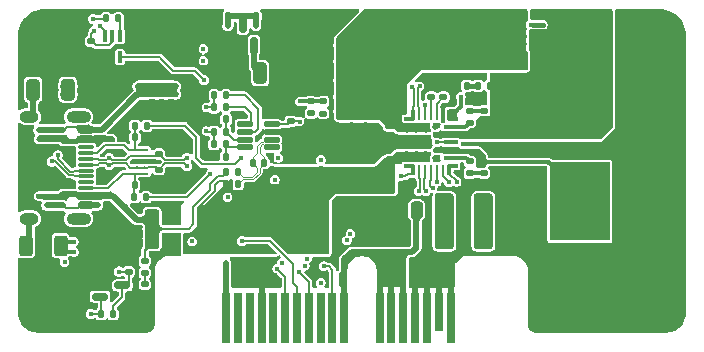
<source format=gbr>
%TF.GenerationSoftware,KiCad,Pcbnew,9.0.7*%
%TF.CreationDate,2026-02-28T14:03:02+01:00*%
%TF.ProjectId,PDNode-PDCard-4242,50444e6f-6465-42d5-9044-436172642d34,rev?*%
%TF.SameCoordinates,Original*%
%TF.FileFunction,Copper,L1,Top*%
%TF.FilePolarity,Positive*%
%FSLAX46Y46*%
G04 Gerber Fmt 4.6, Leading zero omitted, Abs format (unit mm)*
G04 Created by KiCad (PCBNEW 9.0.7) date 2026-02-28 14:03:02*
%MOMM*%
%LPD*%
G01*
G04 APERTURE LIST*
G04 Aperture macros list*
%AMRoundRect*
0 Rectangle with rounded corners*
0 $1 Rounding radius*
0 $2 $3 $4 $5 $6 $7 $8 $9 X,Y pos of 4 corners*
0 Add a 4 corners polygon primitive as box body*
4,1,4,$2,$3,$4,$5,$6,$7,$8,$9,$2,$3,0*
0 Add four circle primitives for the rounded corners*
1,1,$1+$1,$2,$3*
1,1,$1+$1,$4,$5*
1,1,$1+$1,$6,$7*
1,1,$1+$1,$8,$9*
0 Add four rect primitives between the rounded corners*
20,1,$1+$1,$2,$3,$4,$5,0*
20,1,$1+$1,$4,$5,$6,$7,0*
20,1,$1+$1,$6,$7,$8,$9,0*
20,1,$1+$1,$8,$9,$2,$3,0*%
G04 Aperture macros list end*
%TA.AperFunction,SMDPad,CuDef*%
%ADD10RoundRect,0.150000X-0.525000X-0.150000X0.525000X-0.150000X0.525000X0.150000X-0.525000X0.150000X0*%
%TD*%
%TA.AperFunction,SMDPad,CuDef*%
%ADD11RoundRect,0.250000X0.250000X0.475000X-0.250000X0.475000X-0.250000X-0.475000X0.250000X-0.475000X0*%
%TD*%
%TA.AperFunction,SMDPad,CuDef*%
%ADD12RoundRect,0.250000X-0.785000X-1.045000X0.785000X-1.045000X0.785000X1.045000X-0.785000X1.045000X0*%
%TD*%
%TA.AperFunction,SMDPad,CuDef*%
%ADD13RoundRect,0.140000X0.170000X-0.140000X0.170000X0.140000X-0.170000X0.140000X-0.170000X-0.140000X0*%
%TD*%
%TA.AperFunction,SMDPad,CuDef*%
%ADD14RoundRect,0.140000X0.140000X0.170000X-0.140000X0.170000X-0.140000X-0.170000X0.140000X-0.170000X0*%
%TD*%
%TA.AperFunction,SMDPad,CuDef*%
%ADD15RoundRect,0.140000X-0.140000X-0.170000X0.140000X-0.170000X0.140000X0.170000X-0.140000X0.170000X0*%
%TD*%
%TA.AperFunction,SMDPad,CuDef*%
%ADD16RoundRect,0.150000X-0.500000X0.150000X-0.500000X-0.150000X0.500000X-0.150000X0.500000X0.150000X0*%
%TD*%
%TA.AperFunction,SMDPad,CuDef*%
%ADD17RoundRect,0.075000X-0.575000X0.075000X-0.575000X-0.075000X0.575000X-0.075000X0.575000X0.075000X0*%
%TD*%
%TA.AperFunction,HeatsinkPad*%
%ADD18O,2.100000X1.000000*%
%TD*%
%TA.AperFunction,HeatsinkPad*%
%ADD19O,1.600000X1.000000*%
%TD*%
%TA.AperFunction,SMDPad,CuDef*%
%ADD20RoundRect,0.135000X0.135000X0.185000X-0.135000X0.185000X-0.135000X-0.185000X0.135000X-0.185000X0*%
%TD*%
%TA.AperFunction,SMDPad,CuDef*%
%ADD21RoundRect,0.135000X0.185000X-0.135000X0.185000X0.135000X-0.185000X0.135000X-0.185000X-0.135000X0*%
%TD*%
%TA.AperFunction,SMDPad,CuDef*%
%ADD22RoundRect,0.135000X-0.185000X0.135000X-0.185000X-0.135000X0.185000X-0.135000X0.185000X0.135000X0*%
%TD*%
%TA.AperFunction,SMDPad,CuDef*%
%ADD23RoundRect,0.105000X0.245000X0.105000X-0.245000X0.105000X-0.245000X-0.105000X0.245000X-0.105000X0*%
%TD*%
%TA.AperFunction,SMDPad,CuDef*%
%ADD24RoundRect,0.290625X0.678125X0.895731X-0.678125X0.895731X-0.678125X-0.895731X0.678125X-0.895731X0*%
%TD*%
%TA.AperFunction,SMDPad,CuDef*%
%ADD25RoundRect,0.063000X0.374500X0.147000X-0.374500X0.147000X-0.374500X-0.147000X0.374500X-0.147000X0*%
%TD*%
%TA.AperFunction,ConnectorPad*%
%ADD26R,0.700000X4.300000*%
%TD*%
%TA.AperFunction,ConnectorPad*%
%ADD27R,0.700000X3.200000*%
%TD*%
%TA.AperFunction,ComponentPad*%
%ADD28C,0.700000*%
%TD*%
%TA.AperFunction,ComponentPad*%
%ADD29C,4.400000*%
%TD*%
%TA.AperFunction,SMDPad,CuDef*%
%ADD30R,2.100000X0.300000*%
%TD*%
%TA.AperFunction,SMDPad,CuDef*%
%ADD31R,2.100000X0.400000*%
%TD*%
%TA.AperFunction,SMDPad,CuDef*%
%ADD32R,0.887500X0.300000*%
%TD*%
%TA.AperFunction,SMDPad,CuDef*%
%ADD33R,0.300000X0.950000*%
%TD*%
%TA.AperFunction,SMDPad,CuDef*%
%ADD34R,0.250000X0.950000*%
%TD*%
%TA.AperFunction,SMDPad,CuDef*%
%ADD35R,0.862500X0.300000*%
%TD*%
%TA.AperFunction,SMDPad,CuDef*%
%ADD36R,1.300000X0.300000*%
%TD*%
%TA.AperFunction,SMDPad,CuDef*%
%ADD37RoundRect,0.100000X0.100000X-0.400000X0.100000X0.400000X-0.100000X0.400000X-0.100000X-0.400000X0*%
%TD*%
%TA.AperFunction,SMDPad,CuDef*%
%ADD38RoundRect,0.135000X-0.135000X-0.185000X0.135000X-0.185000X0.135000X0.185000X-0.135000X0.185000X0*%
%TD*%
%TA.AperFunction,SMDPad,CuDef*%
%ADD39RoundRect,0.140000X-0.170000X0.140000X-0.170000X-0.140000X0.170000X-0.140000X0.170000X0.140000X0*%
%TD*%
%TA.AperFunction,SMDPad,CuDef*%
%ADD40RoundRect,0.250000X0.325000X0.650000X-0.325000X0.650000X-0.325000X-0.650000X0.325000X-0.650000X0*%
%TD*%
%TA.AperFunction,SMDPad,CuDef*%
%ADD41RoundRect,0.050000X-0.232500X-0.050000X0.232500X-0.050000X0.232500X0.050000X-0.232500X0.050000X0*%
%TD*%
%TA.AperFunction,SMDPad,CuDef*%
%ADD42RoundRect,0.050000X-0.232500X-0.150000X0.232500X-0.150000X0.232500X0.150000X-0.232500X0.150000X0*%
%TD*%
%TA.AperFunction,SMDPad,CuDef*%
%ADD43RoundRect,0.250000X0.475000X-0.250000X0.475000X0.250000X-0.475000X0.250000X-0.475000X-0.250000X0*%
%TD*%
%TA.AperFunction,SMDPad,CuDef*%
%ADD44RoundRect,0.250000X0.312500X0.625000X-0.312500X0.625000X-0.312500X-0.625000X0.312500X-0.625000X0*%
%TD*%
%TA.AperFunction,SMDPad,CuDef*%
%ADD45RoundRect,0.250000X0.362500X1.425000X-0.362500X1.425000X-0.362500X-1.425000X0.362500X-1.425000X0*%
%TD*%
%TA.AperFunction,SMDPad,CuDef*%
%ADD46RoundRect,0.250000X1.425000X-0.362500X1.425000X0.362500X-1.425000X0.362500X-1.425000X-0.362500X0*%
%TD*%
%TA.AperFunction,SMDPad,CuDef*%
%ADD47RoundRect,0.285714X-0.514286X-2.064286X0.514286X-2.064286X0.514286X2.064286X-0.514286X2.064286X0*%
%TD*%
%TA.AperFunction,SMDPad,CuDef*%
%ADD48R,5.080000X6.609080*%
%TD*%
%TA.AperFunction,SMDPad,CuDef*%
%ADD49RoundRect,0.125000X0.537500X0.125000X-0.537500X0.125000X-0.537500X-0.125000X0.537500X-0.125000X0*%
%TD*%
%TA.AperFunction,SMDPad,CuDef*%
%ADD50RoundRect,0.150000X0.150000X-0.587500X0.150000X0.587500X-0.150000X0.587500X-0.150000X-0.587500X0*%
%TD*%
%TA.AperFunction,SMDPad,CuDef*%
%ADD51RoundRect,0.250000X-0.475000X0.250000X-0.475000X-0.250000X0.475000X-0.250000X0.475000X0.250000X0*%
%TD*%
%TA.AperFunction,SMDPad,CuDef*%
%ADD52RoundRect,0.250000X0.785000X1.045000X-0.785000X1.045000X-0.785000X-1.045000X0.785000X-1.045000X0*%
%TD*%
%TA.AperFunction,ViaPad*%
%ADD53C,0.400000*%
%TD*%
%TA.AperFunction,ViaPad*%
%ADD54C,0.450000*%
%TD*%
%TA.AperFunction,ViaPad*%
%ADD55C,0.500000*%
%TD*%
%TA.AperFunction,Conductor*%
%ADD56C,0.139700*%
%TD*%
%TA.AperFunction,Conductor*%
%ADD57C,0.200000*%
%TD*%
%TA.AperFunction,Conductor*%
%ADD58C,0.300000*%
%TD*%
%TA.AperFunction,Conductor*%
%ADD59C,0.090000*%
%TD*%
%TA.AperFunction,Conductor*%
%ADD60C,0.500000*%
%TD*%
%TA.AperFunction,Conductor*%
%ADD61C,0.174000*%
%TD*%
%TA.AperFunction,Conductor*%
%ADD62C,0.400000*%
%TD*%
%TA.AperFunction,Conductor*%
%ADD63C,0.148600*%
%TD*%
%TA.AperFunction,Conductor*%
%ADD64C,0.150000*%
%TD*%
G04 APERTURE END LIST*
D10*
%TO.P,IC6,1,VSS*%
%TO.N,GND*%
X4000000Y7175000D03*
%TO.P,IC6,2,RST*%
%TO.N,PGOOD_3V3*%
X4000000Y5275000D03*
%TO.P,IC6,3,VCC*%
%TO.N,+3.3V*%
X5875000Y6225000D03*
%TD*%
D11*
%TO.P,C5,1*%
%TO.N,+24V*%
X30800000Y12600000D03*
%TO.P,C5,2*%
%TO.N,GND*%
X28900000Y12600000D03*
%TD*%
D12*
%TO.P,C10,1*%
%TO.N,/Project Architecture/USB-PD Source Controller/PD_OUT*%
X20367500Y12205000D03*
%TO.P,C10,2*%
%TO.N,GND*%
X26607500Y12205000D03*
%TD*%
D13*
%TO.P,C14,1*%
%TO.N,Net-(IC2-ICOMP)*%
X32041864Y22164777D03*
%TO.P,C14,2*%
%TO.N,GND*%
X32041864Y23124777D03*
%TD*%
%TO.P,C15,1*%
%TO.N,/Project Architecture/USB-PD Source Controller/PD_OUT*%
X28475000Y16870000D03*
%TO.P,C15,2*%
%TO.N,GND*%
X28475000Y17830000D03*
%TD*%
D14*
%TO.P,C18,1*%
%TO.N,/Project Architecture/USB-PD Source Controller/VBUS_MEA_P*%
X17900000Y16600000D03*
%TO.P,C18,2*%
%TO.N,/Project Architecture/USB-PD Source Controller/VBUS_MEA_N*%
X16940000Y16600000D03*
%TD*%
D15*
%TO.P,C26,1*%
%TO.N,+5V*%
X17200000Y29000000D03*
%TO.P,C26,2*%
%TO.N,GND*%
X18160000Y29000000D03*
%TD*%
D16*
%TO.P,J1,A1,GND*%
%TO.N,GND_USB*%
X2820000Y19400000D03*
%TO.P,J1,A4,VBUS*%
%TO.N,/Project Architecture/USB-PD Source Controller/VBUS*%
X2820000Y18600000D03*
D17*
%TO.P,J1,A5,CC1*%
%TO.N,/Project Architecture/USB-PD Source Controller/CC1*%
X2820000Y17450000D03*
%TO.P,J1,A6,D+*%
%TO.N,/Project Architecture/USB-PD Source Controller/USB_D+*%
X2820000Y16450000D03*
%TO.P,J1,A7,D-*%
%TO.N,/Project Architecture/USB-PD Source Controller/USB_D-*%
X2820000Y15950000D03*
%TO.P,J1,A8,SBU1*%
%TO.N,unconnected-(J1-SBU1-PadA8)*%
X2820000Y14950000D03*
D16*
%TO.P,J1,A9,VBUS*%
%TO.N,/Project Architecture/USB-PD Source Controller/VBUS*%
X2820000Y13800000D03*
%TO.P,J1,A12,GND*%
%TO.N,GND_USB*%
X2820000Y13000000D03*
%TO.P,J1,B1,GND*%
X2820000Y13000000D03*
%TO.P,J1,B4,VBUS*%
%TO.N,/Project Architecture/USB-PD Source Controller/VBUS*%
X2820000Y13800000D03*
D17*
%TO.P,J1,B5,CC2*%
%TO.N,/Project Architecture/USB-PD Source Controller/CC2*%
X2820000Y14450000D03*
%TO.P,J1,B6,D+*%
%TO.N,/Project Architecture/USB-PD Source Controller/USB_D+*%
X2820000Y15450000D03*
%TO.P,J1,B7,D-*%
%TO.N,/Project Architecture/USB-PD Source Controller/USB_D-*%
X2820000Y16950000D03*
%TO.P,J1,B8,SBU2*%
%TO.N,unconnected-(J1-SBU2-PadB8)*%
X2820000Y17950000D03*
D16*
%TO.P,J1,B9,VBUS*%
%TO.N,/Project Architecture/USB-PD Source Controller/VBUS*%
X2820000Y18600000D03*
%TO.P,J1,B12,GND*%
%TO.N,GND_USB*%
X2820000Y19400000D03*
D18*
%TO.P,J1,S1,SHIELD*%
%TO.N,SHIELD*%
X2180000Y20520000D03*
D19*
X-2000000Y20520000D03*
D18*
X2180000Y11880000D03*
D19*
X-2000000Y11880000D03*
%TD*%
D20*
%TO.P,R5,1*%
%TO.N,+3.3V*%
X5110000Y3800000D03*
%TO.P,R5,2*%
%TO.N,PGOOD_3V3*%
X4090000Y3800000D03*
%TD*%
D21*
%TO.P,R8,1*%
%TO.N,Net-(IC2-BST1)*%
X35300000Y20015000D03*
%TO.P,R8,2*%
%TO.N,Net-(C8-Pad2)*%
X35300000Y21035000D03*
%TD*%
D22*
%TO.P,R9,1*%
%TO.N,Net-(IC2-BST2)*%
X35300000Y16735000D03*
%TO.P,R9,2*%
%TO.N,Net-(C9-Pad2)*%
X35300000Y15715000D03*
%TD*%
D20*
%TO.P,R17,1*%
%TO.N,/Project Architecture/USB-PD Source Controller/PD_CC1*%
X7970000Y19750000D03*
%TO.P,R17,2*%
%TO.N,/Project Architecture/USB-PD Source Controller/CC1*%
X6950000Y19750000D03*
%TD*%
%TO.P,R18,1*%
%TO.N,/Project Architecture/USB-PD Source Controller/PD_CC2*%
X7910000Y13700000D03*
%TO.P,R18,2*%
%TO.N,/Project Architecture/USB-PD Source Controller/CC2*%
X6890000Y13700000D03*
%TD*%
D22*
%TO.P,R20,1*%
%TO.N,+3.3V*%
X21859898Y21802909D03*
%TO.P,R20,2*%
%TO.N,/Project Architecture/USB-PD Source Controller/PD_ENABLE*%
X21859898Y20782909D03*
%TD*%
D23*
%TO.P,T1,1,S*%
%TO.N,/Project Architecture/USB-PD Source Controller/SW1*%
X40637500Y26357500D03*
%TO.P,T1,2,S*%
X40637500Y27007500D03*
%TO.P,T1,3,S*%
X40637500Y27657500D03*
%TO.P,T1,4,S*%
%TO.N,/Project Architecture/USB-PD Source Controller/VDRV*%
X40637500Y28307500D03*
D24*
%TO.P,T1,5,D*%
%TO.N,+24V_FILTERED*%
X38693750Y27333856D03*
D25*
X37724364Y28310213D03*
%TO.P,T1,6,D*%
X37724364Y27657550D03*
%TO.P,T1,7,D*%
X37721732Y27007520D03*
%TO.P,T1,8,D*%
X37725000Y26357500D03*
%TD*%
D26*
%TO.P,J2,B1,B1*%
%TO.N,+5V*%
X14675000Y3450000D03*
%TO.P,J2,B2,B2*%
%TO.N,/Project Architecture/Board Connector and Supplies/SPI_MISO*%
X15675000Y3450000D03*
%TO.P,J2,B3,B3*%
%TO.N,/Project Architecture/Board Connector and Supplies/SPI_CS*%
X16675000Y3450000D03*
%TO.P,J2,B4,B4*%
%TO.N,GND*%
X17675000Y3450000D03*
%TO.P,J2,B5,B5*%
%TO.N,/Project Architecture/Board Connector and Supplies/PD_RESET*%
X18675000Y3450000D03*
%TO.P,J2,B6,B6*%
%TO.N,/Project Architecture/USB-PD Source Controller/I2C_SDA*%
X19675000Y3450000D03*
%TO.P,J2,B7,B7*%
%TO.N,PGOOD_3V3*%
X20675000Y3450000D03*
%TO.P,J2,B8,B8*%
%TO.N,/Project Architecture/Board Connector and Supplies/PORT_EN*%
X21675000Y3450000D03*
%TO.P,J2,B9,B9*%
%TO.N,/Project Architecture/Board Connector and Supplies/PMIC_VMON_PORT0*%
X22675000Y3450000D03*
%TO.P,J2,B10,B10*%
%TO.N,/Project Architecture/Board Connector and Supplies/VBUS_VMON_PORT0*%
X23675000Y3450000D03*
%TO.P,J2,B11,B11*%
%TO.N,+24V*%
X24675000Y3450000D03*
%TO.P,J2,B12,B12*%
X27675000Y3450000D03*
%TO.P,J2,B13,B13*%
X28675000Y3450000D03*
%TO.P,J2,B14,B13*%
X29675000Y3450000D03*
%TO.P,J2,B15,B15*%
%TO.N,GND*%
X30675000Y3450000D03*
%TO.P,J2,B16,B16*%
X31675000Y3450000D03*
D27*
%TO.P,J2,B17,B17*%
X32675000Y4000000D03*
D26*
%TO.P,J2,B18,B18*%
X33675000Y3450000D03*
%TD*%
D28*
%TO.P,H1,1,1*%
%TO.N,GND*%
X-2055000Y4950000D03*
X-1571726Y6116726D03*
X-1571726Y3783274D03*
X-405000Y6600000D03*
D29*
X-405000Y4950000D03*
D28*
X-405000Y3300000D03*
X761726Y6116726D03*
X761726Y3783274D03*
X1245000Y4950000D03*
%TD*%
D30*
%TO.P,IC2,1,VIN*%
%TO.N,+24V_FILTERED*%
X30775000Y19640000D03*
D31*
%TO.P,IC2,2,PGND*%
%TO.N,GND*%
X30775000Y18340000D03*
%TO.P,IC2,3,OUT*%
%TO.N,/Project Architecture/USB-PD Source Controller/PD_OUT*%
X30775000Y17090000D03*
D32*
%TO.P,IC2,4,CC2*%
%TO.N,/Project Architecture/USB-PD Source Controller/PD_CC2*%
X30187500Y16340000D03*
D33*
X30481250Y16015000D03*
D34*
%TO.P,IC2,5,DP*%
%TO.N,/Project Architecture/USB-PD Source Controller/USB_D+*%
X31022500Y16015000D03*
%TO.P,IC2,6,DM*%
%TO.N,/Project Architecture/USB-PD Source Controller/USB_D-*%
X31525000Y16015000D03*
%TO.P,IC2,7,CC1*%
%TO.N,/Project Architecture/USB-PD Source Controller/PD_CC1*%
X32025000Y16015000D03*
%TO.P,IC2,8,GPIO2*%
%TO.N,+5V*%
X32522500Y16015000D03*
%TO.P,IC2,9,SDA*%
%TO.N,/Project Architecture/USB-PD Source Controller/I2C_SDA*%
X33022500Y16015000D03*
D33*
%TO.P,IC2,10,SCL*%
%TO.N,/Project Architecture/USB-PD Source Controller/I2C_SCL*%
X33571875Y16015000D03*
D35*
X33875000Y16340000D03*
D36*
%TO.P,IC2,11,BST2*%
%TO.N,Net-(IC2-BST2)*%
X33675000Y17040000D03*
D30*
%TO.P,IC2,12,SW2*%
%TO.N,/Project Architecture/USB-PD Source Controller/SW2*%
X33275000Y17640000D03*
D36*
%TO.P,IC2,13,EN*%
%TO.N,/Project Architecture/USB-PD Source Controller/PD_ENABLE*%
X33675000Y18340000D03*
D30*
%TO.P,IC2,14,SW1*%
%TO.N,/Project Architecture/USB-PD Source Controller/SW1*%
X33275000Y19040000D03*
D36*
%TO.P,IC2,15,BST1*%
%TO.N,Net-(IC2-BST1)*%
X33675000Y19640000D03*
D33*
%TO.P,IC2,16,HS_G*%
%TO.N,/Project Architecture/USB-PD Source Controller/VDRV*%
X33558750Y20666000D03*
D32*
X33852500Y20340000D03*
D34*
%TO.P,IC2,17,AGND*%
%TO.N,GND*%
X33017500Y20666000D03*
%TO.P,IC2,18,VCC*%
%TO.N,Net-(IC2-VCC)*%
X32515000Y20666000D03*
%TO.P,IC2,19,ICOMP*%
%TO.N,Net-(IC2-ICOMP)*%
X32015000Y20666000D03*
%TO.P,IC2,20,GPIO1*%
%TO.N,/Project Architecture/USB-PD Source Controller/PD_ATTACH*%
X31517500Y20666000D03*
%TO.P,IC2,21,ISENS-*%
%TO.N,/Project Architecture/USB-PD Source Controller/ISEN-*%
X31017500Y20666000D03*
D35*
%TO.P,IC2,22,ISENS+*%
%TO.N,/Project Architecture/USB-PD Source Controller/ISEN+*%
X30165000Y20340000D03*
D33*
X30468125Y20666000D03*
%TD*%
D28*
%TO.P,H2,1,1*%
%TO.N,GND*%
X-2055000Y26950000D03*
X-1571726Y28116726D03*
X-1571726Y25783274D03*
X-405000Y28600000D03*
D29*
X-405000Y26950000D03*
D28*
X-405000Y25300000D03*
X761726Y28116726D03*
X761726Y25783274D03*
X1245000Y26950000D03*
%TD*%
D37*
%TO.P,IC5,1,IN1*%
%TO.N,GND*%
X4400000Y25555000D03*
%TO.P,IC5,2,GND*%
X5050000Y25555000D03*
%TO.P,IC5,3,IN0*%
%TO.N,/Project Architecture/USB-PD Source Controller/PD_ENABLE*%
X5700000Y25555000D03*
%TO.P,IC5,4,Y*%
%TO.N,Net-(IC5-Y)*%
X5700000Y27330000D03*
%TO.P,IC5,5,VCC*%
%TO.N,+3.3V*%
X5050000Y27330000D03*
%TO.P,IC5,6,IN2*%
%TO.N,/Project Architecture/Board Connector and Supplies/PORT_EN*%
X4400000Y27330000D03*
%TD*%
D38*
%TO.P,R32,1*%
%TO.N,+3.3V*%
X13635000Y19240000D03*
%TO.P,R32,2*%
%TO.N,Net-(IC3-A0)*%
X14655000Y19240000D03*
%TD*%
D14*
%TO.P,C43,1*%
%TO.N,Net-(C43-Pad1)*%
X35075000Y23125000D03*
%TO.P,C43,2*%
%TO.N,GND*%
X34115000Y23125000D03*
%TD*%
D22*
%TO.P,R53,1*%
%TO.N,/Project Architecture/Board Connector and Supplies/VBUS_VMON_PORT0*%
X7800000Y6310000D03*
%TO.P,R53,2*%
%TO.N,GND*%
X7800000Y5290000D03*
%TD*%
D20*
%TO.P,R34,1*%
%TO.N,Net-(IC3-A0)*%
X14666332Y20286501D03*
%TO.P,R34,2*%
%TO.N,GND*%
X13646332Y20286501D03*
%TD*%
D14*
%TO.P,C32,1*%
%TO.N,+5V*%
X14860000Y29000000D03*
%TO.P,C32,2*%
%TO.N,GND*%
X13900000Y29000000D03*
%TD*%
D38*
%TO.P,R47,1*%
%TO.N,+3.3V*%
X13661389Y22342319D03*
%TO.P,R47,2*%
%TO.N,/Project Architecture/USB-PD Source Controller/I2C_SDA*%
X14681389Y22342319D03*
%TD*%
%TO.P,R29,1*%
%TO.N,/Project Architecture/USB-PD Source Controller/VBUS*%
X14700000Y15800000D03*
%TO.P,R29,2*%
%TO.N,/Project Architecture/USB-PD Source Controller/VBUS_MEA_N*%
X15720000Y15800000D03*
%TD*%
D15*
%TO.P,C36,1*%
%TO.N,/Project Architecture/USB-PD Source Controller/CC2*%
X6920000Y14700000D03*
%TO.P,C36,2*%
%TO.N,GND*%
X7880000Y14700000D03*
%TD*%
D38*
%TO.P,R28,1*%
%TO.N,/Project Architecture/USB-PD Source Controller/PD_OUT*%
X14690000Y14800000D03*
%TO.P,R28,2*%
%TO.N,/Project Architecture/USB-PD Source Controller/VBUS_MEA_P*%
X15710000Y14800000D03*
%TD*%
D13*
%TO.P,C35,1*%
%TO.N,/Project Architecture/USB-PD Source Controller/USB_D-*%
X9000000Y17370000D03*
%TO.P,C35,2*%
%TO.N,GND*%
X9000000Y18330000D03*
%TD*%
D20*
%TO.P,R35,2*%
%TO.N,GND*%
X13627977Y17111882D03*
%TO.P,R35,1*%
%TO.N,Net-(IC3-A1)*%
X14647977Y17111882D03*
%TD*%
D38*
%TO.P,R45,1*%
%TO.N,+3.3V*%
X13651548Y21300000D03*
%TO.P,R45,2*%
%TO.N,/Project Architecture/USB-PD Source Controller/I2C_SCL*%
X14671548Y21300000D03*
%TD*%
D22*
%TO.P,R52,1*%
%TO.N,/Project Architecture/USB-PD Source Controller/VBUS*%
X7800000Y8310000D03*
%TO.P,R52,2*%
%TO.N,/Project Architecture/Board Connector and Supplies/VBUS_VMON_PORT0*%
X7800000Y7290000D03*
%TD*%
D39*
%TO.P,C34,1*%
%TO.N,/Project Architecture/USB-PD Source Controller/USB_D+*%
X9000000Y16030000D03*
%TO.P,C34,2*%
%TO.N,GND*%
X9000000Y15070000D03*
%TD*%
%TO.P,C41,1*%
%TO.N,+3.3V*%
X20145000Y20120000D03*
%TO.P,C41,2*%
%TO.N,GND*%
X20145000Y19160000D03*
%TD*%
D15*
%TO.P,C37,1*%
%TO.N,/Project Architecture/USB-PD Source Controller/CC1*%
X6955000Y18750000D03*
%TO.P,C37,2*%
%TO.N,GND*%
X7915000Y18750000D03*
%TD*%
D40*
%TO.P,C29,1*%
%TO.N,+3.3V*%
X17555000Y24200000D03*
%TO.P,C29,2*%
%TO.N,GND*%
X14605000Y24200000D03*
%TD*%
D38*
%TO.P,R33,1*%
%TO.N,+3.3V*%
X13633980Y18182258D03*
%TO.P,R33,2*%
%TO.N,Net-(IC3-A1)*%
X14653980Y18182258D03*
%TD*%
D41*
%TO.P,D5,1*%
%TO.N,/Project Architecture/USB-PD Source Controller/CC1*%
X7000000Y17700000D03*
X7835000Y17700000D03*
%TO.P,D5,2*%
%TO.N,/Project Architecture/USB-PD Source Controller/USB_D-*%
X7000000Y17200000D03*
X7835000Y17200000D03*
D42*
%TO.P,D5,3*%
%TO.N,GND*%
X7000000Y16700000D03*
X7835000Y16700000D03*
D41*
%TO.P,D5,4*%
%TO.N,/Project Architecture/USB-PD Source Controller/USB_D+*%
X7000000Y16200000D03*
X7835000Y16200000D03*
%TO.P,D5,5*%
%TO.N,/Project Architecture/USB-PD Source Controller/CC2*%
X7000000Y15700000D03*
X7835000Y15700000D03*
%TD*%
D43*
%TO.P,C40,1*%
%TO.N,/Project Architecture/USB-PD Source Controller/PD_OUT*%
X24787500Y15605000D03*
%TO.P,C40,2*%
%TO.N,GND*%
X24787500Y17505000D03*
%TD*%
D20*
%TO.P,R41,1*%
%TO.N,Net-(IC5-Y)*%
X5560000Y28842500D03*
%TO.P,R41,2*%
%TO.N,Net-(D2-Pad2)*%
X4540000Y28842500D03*
%TD*%
D44*
%TO.P,R26,1*%
%TO.N,GND_USB*%
X662500Y9600000D03*
%TO.P,R26,2*%
%TO.N,SHIELD*%
X-2262500Y9600000D03*
%TD*%
D45*
%TO.P,R24,1*%
%TO.N,/Project Architecture/USB-PD Source Controller/PD_OUT*%
X14337500Y11000000D03*
%TO.P,R24,2*%
%TO.N,/Project Architecture/USB-PD Source Controller/VBUS*%
X8412500Y11000000D03*
%TD*%
D22*
%TO.P,R23,1*%
%TO.N,+3.3V*%
X22900000Y21800000D03*
%TO.P,R23,2*%
%TO.N,/Project Architecture/USB-PD Source Controller/PD_ATTACH*%
X22900000Y20780000D03*
%TD*%
D46*
%TO.P,R2,1*%
%TO.N,GND_USB*%
X8750000Y22787500D03*
%TO.P,R2,2*%
%TO.N,GND*%
X8750000Y28712500D03*
%TD*%
D20*
%TO.P,R1,1*%
%TO.N,/Project Architecture/USB-PD Source Controller/SW1*%
X37025000Y23125000D03*
%TO.P,R1,2*%
%TO.N,Net-(C43-Pad1)*%
X36005000Y23125000D03*
%TD*%
D47*
%TO.P,L2,1*%
%TO.N,+24V*%
X33150000Y11650000D03*
%TO.P,L2,2*%
%TO.N,+24V_FILTERED*%
X36450000Y11650000D03*
%TD*%
D48*
%TO.P,L1,1*%
%TO.N,/Project Architecture/USB-PD Source Controller/SW1*%
X44624995Y23750010D03*
%TO.P,L1,2*%
%TO.N,/Project Architecture/USB-PD Source Controller/SW2*%
X44624995Y13350030D03*
%TD*%
D49*
%TO.P,IC3,1,IN+*%
%TO.N,/Project Architecture/USB-PD Source Controller/VBUS_MEA_P*%
X18537500Y17925000D03*
%TO.P,IC3,2,IN-*%
%TO.N,/Project Architecture/USB-PD Source Controller/VBUS_MEA_N*%
X18537500Y18575000D03*
%TO.P,IC3,3,GND*%
%TO.N,GND*%
X18537500Y19225000D03*
%TO.P,IC3,4,VS*%
%TO.N,+3.3V*%
X18537500Y19875000D03*
%TO.P,IC3,5,SCL*%
%TO.N,/Project Architecture/USB-PD Source Controller/I2C_SCL*%
X16262500Y19875000D03*
%TO.P,IC3,6,SDA*%
%TO.N,/Project Architecture/USB-PD Source Controller/I2C_SDA*%
X16262500Y19225000D03*
%TO.P,IC3,7,A0*%
%TO.N,Net-(IC3-A0)*%
X16262500Y18575000D03*
%TO.P,IC3,8,A1*%
%TO.N,Net-(IC3-A1)*%
X16262500Y17925000D03*
%TD*%
D50*
%TO.P,IC1,1,GND*%
%TO.N,GND*%
X15130000Y26525000D03*
%TO.P,IC1,2,VOUT*%
%TO.N,+3.3V*%
X17030000Y26525000D03*
%TO.P,IC1,3,VIN*%
%TO.N,+5V*%
X16080000Y28400000D03*
%TD*%
D39*
%TO.P,C25,1*%
%TO.N,+3.3V*%
X3250000Y26922500D03*
%TO.P,C25,2*%
%TO.N,GND*%
X3250000Y25962500D03*
%TD*%
D43*
%TO.P,C24,1*%
%TO.N,/Project Architecture/USB-PD Source Controller/PD_OUT*%
X26887500Y15605000D03*
%TO.P,C24,2*%
%TO.N,GND*%
X26887500Y17505000D03*
%TD*%
D40*
%TO.P,C23,1*%
%TO.N,GND_USB*%
X1275000Y22800000D03*
%TO.P,C23,2*%
%TO.N,SHIELD*%
X-1675000Y22800000D03*
%TD*%
D13*
%TO.P,C11,1*%
%TO.N,+3.3V*%
X6440000Y7400000D03*
%TO.P,C11,2*%
%TO.N,GND*%
X6440000Y8360000D03*
%TD*%
D39*
%TO.P,C9,1*%
%TO.N,/Project Architecture/USB-PD Source Controller/SW2*%
X36475000Y16680000D03*
%TO.P,C9,2*%
%TO.N,Net-(C9-Pad2)*%
X36475000Y15720000D03*
%TD*%
D13*
%TO.P,C8,1*%
%TO.N,/Project Architecture/USB-PD Source Controller/SW1*%
X36500000Y20060209D03*
%TO.P,C8,2*%
%TO.N,Net-(C8-Pad2)*%
X36500000Y21020209D03*
%TD*%
%TO.P,C7,1*%
%TO.N,Net-(IC2-VCC)*%
X33078704Y22164777D03*
%TO.P,C7,2*%
%TO.N,GND*%
X33078704Y23124777D03*
%TD*%
D39*
%TO.P,C4,1*%
%TO.N,+24V_FILTERED*%
X28475000Y19735000D03*
%TO.P,C4,2*%
%TO.N,GND*%
X28475000Y18775000D03*
%TD*%
D51*
%TO.P,C3,1*%
%TO.N,+24V_FILTERED*%
X24779784Y21007326D03*
%TO.P,C3,2*%
%TO.N,GND*%
X24779784Y19107326D03*
%TD*%
%TO.P,C2,1*%
%TO.N,+24V_FILTERED*%
X26875000Y21005000D03*
%TO.P,C2,2*%
%TO.N,GND*%
X26875000Y19105000D03*
%TD*%
D52*
%TO.P,C1,1*%
%TO.N,+24V_FILTERED*%
X26620000Y24800000D03*
%TO.P,C1,2*%
%TO.N,GND*%
X20380000Y24800000D03*
%TD*%
D53*
%TO.N,GND*%
X9950000Y11975000D03*
X9950000Y13025000D03*
D54*
%TO.N,Net-(D2-Pad2)*%
X3400000Y28800000D03*
D53*
%TO.N,+3.3V*%
X20900000Y20100000D03*
D55*
%TO.N,GND*%
X8800000Y28400000D03*
%TO.N,GND_USB*%
X8800000Y23100000D03*
D53*
%TO.N,+3.3V*%
X20900000Y21800000D03*
D55*
%TO.N,+24V_FILTERED*%
X25400000Y25200000D03*
X24200000Y25200000D03*
X24200000Y23600000D03*
D53*
%TO.N,GND*%
X21100000Y24800000D03*
X21100000Y24100000D03*
X13500000Y24200000D03*
X14300000Y26600000D03*
D55*
X25300000Y19800000D03*
%TO.N,+24V_FILTERED*%
X25400000Y21000000D03*
D53*
X36939330Y13545640D03*
X36939330Y9645640D03*
X36039330Y10495640D03*
D55*
X27800000Y22200000D03*
X25400000Y23600000D03*
X36800000Y27800000D03*
D53*
X36039330Y11245640D03*
D55*
X27800000Y25200000D03*
X38000000Y26600000D03*
D53*
X36939330Y11245640D03*
D55*
X26600000Y21000000D03*
X36800000Y25400000D03*
X29200000Y22200000D03*
X29000000Y26600000D03*
X27800000Y26600000D03*
D53*
X36039330Y9645640D03*
D55*
X29975000Y19400000D03*
D53*
X36939330Y12795640D03*
D55*
X30775000Y19400000D03*
X31575000Y19400000D03*
X25400000Y26600000D03*
D53*
X36039330Y13545640D03*
X36939330Y11995640D03*
D55*
X38000000Y25400000D03*
X24200000Y21000000D03*
X24200000Y26600000D03*
X29200000Y23600000D03*
X39200000Y27800000D03*
X26600000Y25200000D03*
X38000000Y27800000D03*
D53*
X36039330Y12795640D03*
D55*
X25400000Y22200000D03*
X39200000Y25400000D03*
X29000000Y25200000D03*
X26600000Y22200000D03*
X24200000Y22200000D03*
X26600000Y23600000D03*
X27800000Y23600000D03*
X29200000Y21000000D03*
X39200000Y26600000D03*
X27800000Y21000000D03*
X26600000Y26600000D03*
D53*
X36939330Y10495640D03*
D55*
X36800000Y26600000D03*
D53*
X36039330Y11995640D03*
D55*
X28474507Y19736811D03*
D53*
%TO.N,GND*%
X19600000Y25500000D03*
X18900000Y29000000D03*
D55*
X26350000Y16851000D03*
D53*
X20400000Y24800000D03*
X7800000Y4500000D03*
X11800000Y9950000D03*
X27300000Y12900000D03*
D55*
X10400000Y29100000D03*
D53*
X30671455Y6401869D03*
D55*
X7200000Y28400000D03*
D53*
X34000000Y21750000D03*
X16000000Y6600000D03*
X27300000Y12200000D03*
D55*
X7200000Y29100000D03*
X8800000Y29100000D03*
D53*
X20900000Y20800000D03*
D54*
X4400000Y24400000D03*
D53*
X27300000Y11500000D03*
D55*
X27798351Y17464383D03*
D53*
X31671455Y6401869D03*
X33050000Y23900000D03*
D55*
X25300000Y16900000D03*
X10400000Y28400000D03*
D53*
X25800000Y12200000D03*
X29200000Y12900000D03*
X20400000Y25500000D03*
X32050000Y23900000D03*
X13200000Y29000000D03*
X19600000Y24100000D03*
D54*
X4800000Y15800000D03*
X9000000Y18380000D03*
D55*
X29975000Y18100000D03*
D53*
X29200000Y12200000D03*
X32671455Y6401869D03*
X34100000Y23900000D03*
D55*
X8000000Y28400000D03*
X25398351Y18332062D03*
D53*
X33671455Y7751869D03*
D55*
X32400000Y16975000D03*
X31575000Y18600000D03*
X29000000Y18600000D03*
D53*
X21000000Y19200000D03*
X20400000Y24100000D03*
D54*
X5076587Y24409366D03*
D55*
X30775000Y18600000D03*
D53*
X37500000Y15300000D03*
D54*
X2800000Y7200000D03*
X7450000Y16700000D03*
D53*
X28500000Y12900000D03*
X17675000Y6600000D03*
X31671455Y7051869D03*
D54*
X7880000Y14700000D03*
D55*
X31575000Y18100000D03*
X9600000Y29100000D03*
D53*
X26600000Y12200000D03*
D55*
X27798351Y18332062D03*
D54*
X7900000Y18750000D03*
D53*
X33671455Y6401869D03*
D54*
X9000000Y15070000D03*
D53*
X19600000Y24800000D03*
X14800000Y13700000D03*
X15800000Y20800000D03*
D55*
X26598351Y18332062D03*
D53*
X-2600000Y8200000D03*
X32671455Y7751869D03*
D55*
X9600000Y28400000D03*
X8000000Y29100000D03*
D54*
X3200000Y25000000D03*
D53*
X26600000Y11500000D03*
X25800000Y11500000D03*
D54*
X6400000Y8400000D03*
X4000000Y8000000D03*
D53*
X28500000Y12200000D03*
X16850000Y7400000D03*
D55*
X24198351Y18332062D03*
D53*
X30671455Y7051869D03*
X21100000Y25500000D03*
D55*
X26500000Y19800000D03*
D53*
X30671455Y7751869D03*
D54*
X4800000Y17588000D03*
X11350000Y17650000D03*
D53*
X13000000Y20300000D03*
X16850000Y6600000D03*
X7000000Y5300000D03*
X36000000Y22100000D03*
X31671455Y7751869D03*
D55*
X24100000Y19800000D03*
X24100000Y16900000D03*
D54*
X11350000Y15700000D03*
D55*
X30775000Y18100000D03*
X29975000Y18600000D03*
X32400000Y19675000D03*
D54*
X4000000Y6400000D03*
D53*
X16000000Y7350000D03*
X13627977Y17111882D03*
X32671455Y7051869D03*
D55*
X27800000Y19200000D03*
D53*
X26600000Y12900000D03*
X25800000Y12900000D03*
X33671455Y7051869D03*
D55*
%TO.N,/Project Architecture/USB-PD Source Controller/PD_OUT*%
X23000000Y14500000D03*
X21600000Y14500000D03*
X28484363Y16874240D03*
X14000000Y10200000D03*
X20400000Y10400000D03*
X26600000Y14800000D03*
X31575000Y17350000D03*
X14000000Y11800000D03*
X23000000Y11750000D03*
X23000000Y10400000D03*
X21600000Y10400000D03*
X27400000Y15801000D03*
X25400000Y14800000D03*
X26600000Y15800000D03*
X24200000Y15800000D03*
X28600000Y14800000D03*
X30775000Y17350000D03*
X19200000Y10400000D03*
X20400000Y11750000D03*
X27600000Y14800000D03*
X14700000Y11000000D03*
X29975000Y17350000D03*
X19200000Y13150000D03*
X20400000Y13150000D03*
X14000000Y11000000D03*
X25400000Y15800000D03*
X21600000Y13150000D03*
X21600000Y11750000D03*
X19200000Y11750000D03*
X14700000Y10200000D03*
X23000000Y13150000D03*
X20400000Y14500000D03*
X24200000Y14800000D03*
X19200000Y14500000D03*
X14700000Y11800000D03*
D53*
%TO.N,/Project Architecture/USB-PD Source Controller/VDRV*%
X41500000Y28300000D03*
X34550000Y22200000D03*
%TO.N,+5V*%
X16100000Y28200000D03*
X14800000Y28200000D03*
X32508538Y14997753D03*
X17200000Y28200000D03*
X22700000Y6450000D03*
X14650000Y8150000D03*
D54*
%TO.N,PGOOD_3V3*%
X3200000Y3800000D03*
X16000000Y10000000D03*
D53*
%TO.N,+3.3V*%
X17600000Y23700000D03*
D54*
X3462039Y27737961D03*
D53*
X13000000Y19300000D03*
X13000000Y21300000D03*
X17600000Y24700000D03*
D54*
X5600000Y7400000D03*
D53*
%TO.N,/Project Architecture/USB-PD Source Controller/PD_CC2*%
X13350000Y15664999D03*
X29450000Y15450000D03*
X18800000Y15175000D03*
D54*
%TO.N,/Project Architecture/USB-PD Source Controller/USB_D+*%
X-76703Y16720739D03*
X11350000Y16350000D03*
X4796772Y16400000D03*
D53*
X30973574Y14199000D03*
D54*
%TO.N,/Project Architecture/USB-PD Source Controller/USB_D-*%
X11350000Y17050000D03*
D53*
X31575000Y14200000D03*
D54*
X415893Y17233338D03*
X4796772Y17000000D03*
D53*
%TO.N,/Project Architecture/USB-PD Source Controller/PD_CC1*%
X32161688Y14448030D03*
X22700000Y16850000D03*
X15925000Y17025000D03*
X19091054Y17033946D03*
%TO.N,/Project Architecture/USB-PD Source Controller/I2C_SDA*%
X25200000Y10600000D03*
X33521446Y14971446D03*
X19000000Y7650000D03*
X14681389Y22342319D03*
D54*
%TO.N,/Project Architecture/USB-PD Source Controller/PD_ENABLE*%
X12800000Y23600000D03*
D53*
X21350000Y7900000D03*
X32503707Y18333632D03*
X21859898Y20782909D03*
%TO.N,/Project Architecture/USB-PD Source Controller/PD_ATTACH*%
X31500000Y21500000D03*
X22900000Y20800000D03*
X21550000Y8500000D03*
D55*
%TO.N,GND_USB*%
X10400000Y22400000D03*
X8800000Y22400000D03*
D53*
X887500Y13000000D03*
X-1200000Y19400000D03*
D55*
X1654826Y23093833D03*
X8000000Y23100000D03*
D53*
X200000Y19400000D03*
X3787500Y13000000D03*
D55*
X7200000Y23100000D03*
X854826Y23093833D03*
X10400000Y23100000D03*
D53*
X2400000Y19400000D03*
X3087500Y13000000D03*
X2387500Y13000000D03*
D55*
X8000000Y22400000D03*
D53*
X-500000Y19400000D03*
D55*
X1654826Y22393833D03*
X7200000Y22400000D03*
D53*
X-512500Y13000000D03*
X1800000Y9942500D03*
X1800000Y9057500D03*
D55*
X9600000Y22400000D03*
D53*
X3100000Y19400000D03*
X3800000Y19400000D03*
X187500Y13000000D03*
D55*
X854826Y22393833D03*
D53*
X900000Y19400000D03*
D55*
X9600000Y23100000D03*
D53*
%TO.N,/Project Architecture/USB-PD Source Controller/VBUS*%
X1487500Y13986000D03*
X2399219Y13797973D03*
X-512500Y13797973D03*
D55*
X8746957Y10198351D03*
D53*
X5000000Y18600000D03*
X3100000Y18600000D03*
X-500000Y18600000D03*
X2400000Y18600000D03*
X4999219Y13797973D03*
D55*
X8746957Y11798351D03*
D53*
X4399219Y13797973D03*
X3800000Y18600000D03*
X187500Y13797973D03*
X-1212500Y13797973D03*
X787246Y13986000D03*
X876308Y18414000D03*
D55*
X8046957Y10998351D03*
X8046957Y10198351D03*
D53*
X200000Y18600000D03*
D55*
X8746957Y10998351D03*
X8046957Y11798351D03*
D53*
X3099219Y13797973D03*
X1700000Y18414000D03*
X3799219Y13797973D03*
X-1200000Y18600000D03*
X4400000Y18600000D03*
D54*
%TO.N,/Project Architecture/USB-PD Source Controller/CC1*%
X6950000Y19750000D03*
%TO.N,/Project Architecture/USB-PD Source Controller/CC2*%
X6890000Y14670000D03*
D53*
%TO.N,/Project Architecture/Board Connector and Supplies/VBUS_VMON_PORT0*%
X22950000Y7850000D03*
X7800000Y7290000D03*
%TO.N,+24V*%
X28677175Y7599997D03*
X33550000Y10500000D03*
X28675703Y9030818D03*
X32650000Y10500000D03*
X29674231Y9036639D03*
X30800000Y12950000D03*
X33550000Y9650000D03*
X27674297Y8269182D03*
X28675000Y8275000D03*
X27675769Y6838361D03*
X33550000Y12800000D03*
X32650000Y11250000D03*
X27676472Y7594179D03*
X32650000Y12800000D03*
X32650000Y9650000D03*
X24675000Y7550000D03*
X29675703Y7605818D03*
X27675000Y9025000D03*
X30800000Y12250000D03*
X28676472Y6844179D03*
X24675000Y8225000D03*
X29673528Y8280821D03*
X24675000Y6850000D03*
X29675000Y6850000D03*
X33550000Y12000000D03*
X32650000Y12000000D03*
X33550000Y11250000D03*
%TO.N,/Project Architecture/Board Connector and Supplies/PORT_EN*%
X1000000Y8200000D03*
D54*
X4000000Y28200000D03*
D53*
X20850000Y7350000D03*
%TO.N,/Project Architecture/USB-PD Source Controller/ISEN+*%
X12750000Y25250000D03*
X30400000Y23050000D03*
%TO.N,/Project Architecture/USB-PD Source Controller/ISEN-*%
X12750000Y26250000D03*
X31050000Y23100000D03*
%TO.N,/Project Architecture/USB-PD Source Controller/I2C_SCL*%
X24900000Y10037639D03*
X34200000Y15000000D03*
X19400000Y8150000D03*
X16262500Y19875000D03*
%TD*%
D56*
%TO.N,/Project Architecture/USB-PD Source Controller/USB_D+*%
X31128737Y14354163D02*
X30973574Y14199000D01*
X31128737Y14737182D02*
X31128737Y14354163D01*
X31127700Y14738219D02*
X31128737Y14737182D01*
X31127700Y15197299D02*
X31127700Y14738219D01*
X31022500Y15302499D02*
X31127700Y15197299D01*
X31022500Y16015000D02*
X31022500Y15302499D01*
%TO.N,/Project Architecture/USB-PD Source Controller/USB_D-*%
X31420837Y14354163D02*
X31575000Y14200000D01*
X31419800Y14850000D02*
X31420837Y14848963D01*
X31420837Y14848963D02*
X31420837Y14354163D01*
X31525000Y16015000D02*
X31525000Y15302499D01*
X31419800Y15197299D02*
X31419800Y14850000D01*
X31525000Y15302499D02*
X31419800Y15197299D01*
D57*
%TO.N,/Project Architecture/USB-PD Source Controller/PD_CC1*%
X31925000Y15025000D02*
X32025000Y15125000D01*
X32025000Y15125000D02*
X32025000Y16015000D01*
X31925000Y14684718D02*
X31925000Y15025000D01*
X32161688Y14448030D02*
X31925000Y14684718D01*
X11200000Y19750000D02*
X7970000Y19750000D01*
X12150000Y18800000D02*
X11200000Y19750000D01*
X12150000Y17000000D02*
X12150000Y18800000D01*
X15925000Y17025000D02*
X15390882Y16490882D01*
X15390882Y16490882D02*
X12659118Y16490882D01*
X12659118Y16490882D02*
X12150000Y17000000D01*
D56*
%TO.N,/Project Architecture/USB-PD Source Controller/USB_D-*%
X11146050Y16846050D02*
X11350000Y17050000D01*
X9523950Y16846050D02*
X11146050Y16846050D01*
X9000000Y17370000D02*
X9523950Y16846050D01*
%TO.N,/Project Architecture/USB-PD Source Controller/USB_D+*%
X11146050Y16553950D02*
X11350000Y16350000D01*
X9523950Y16553950D02*
X11146050Y16553950D01*
X9000000Y16030000D02*
X9523950Y16553950D01*
%TO.N,/Project Architecture/USB-PD Source Controller/USB_D-*%
X8970000Y17370000D02*
X9000000Y17370000D01*
X8770850Y17170850D02*
X8970000Y17370000D01*
X8046650Y17170850D02*
X8770850Y17170850D01*
X8017500Y17200000D02*
X8046650Y17170850D01*
%TO.N,/Project Architecture/USB-PD Source Controller/USB_D+*%
X8770850Y16229150D02*
X8970000Y16030000D01*
X8017500Y16200000D02*
X8046650Y16229150D01*
X8046650Y16229150D02*
X8770850Y16229150D01*
X8970000Y16030000D02*
X9000000Y16030000D01*
X7835000Y16200000D02*
X8017500Y16200000D01*
%TO.N,/Project Architecture/USB-PD Source Controller/USB_D-*%
X7835000Y17200000D02*
X8017500Y17200000D01*
X7805850Y17170850D02*
X7835000Y17200000D01*
X7680388Y17170850D02*
X7805850Y17170850D01*
X7655388Y17195850D02*
X7680388Y17170850D01*
X7244612Y17195850D02*
X7655388Y17195850D01*
X7219612Y17170850D02*
X7244612Y17195850D01*
X7000000Y17200000D02*
X7029150Y17170850D01*
%TO.N,/Project Architecture/USB-PD Source Controller/USB_D+*%
X7805850Y16229150D02*
X7835000Y16200000D01*
X7680388Y16229150D02*
X7805850Y16229150D01*
%TO.N,/Project Architecture/USB-PD Source Controller/USB_D-*%
X7029150Y17170850D02*
X7219612Y17170850D01*
%TO.N,/Project Architecture/USB-PD Source Controller/USB_D+*%
X7219612Y16229150D02*
X7244612Y16204150D01*
X7029150Y16229150D02*
X7219612Y16229150D01*
X7244612Y16204150D02*
X7655388Y16204150D01*
X7000000Y16200000D02*
X7029150Y16229150D01*
X7655388Y16204150D02*
X7680388Y16229150D01*
%TO.N,/Project Architecture/USB-PD Source Controller/USB_D-*%
X415893Y16927285D02*
X415893Y17233338D01*
X1497128Y15846050D02*
X415893Y16927285D01*
X1741049Y15846050D02*
X1497128Y15846050D01*
%TO.N,/Project Architecture/USB-PD Source Controller/USB_D+*%
X209347Y16720739D02*
X-76703Y16720739D01*
%TO.N,/Project Architecture/USB-PD Source Controller/USB_D-*%
X1844999Y15950000D02*
X1741049Y15846050D01*
%TO.N,/Project Architecture/USB-PD Source Controller/USB_D+*%
X1376136Y15553950D02*
X209347Y16720739D01*
X1741049Y15553950D02*
X1376136Y15553950D01*
%TO.N,/Project Architecture/USB-PD Source Controller/USB_D-*%
X2820000Y15950000D02*
X1844999Y15950000D01*
%TO.N,/Project Architecture/USB-PD Source Controller/USB_D+*%
X1844999Y15450000D02*
X1741049Y15553950D01*
X2820000Y15450000D02*
X1844999Y15450000D01*
%TO.N,/Project Architecture/USB-PD Source Controller/USB_D-*%
X4692622Y16895850D02*
X4796772Y17000000D01*
X4591384Y16895850D02*
X4692622Y16895850D01*
X3898951Y16846050D02*
X4541584Y16846050D01*
X2820000Y16950000D02*
X3795001Y16950000D01*
X4541584Y16846050D02*
X4591384Y16895850D01*
%TO.N,/Project Architecture/USB-PD Source Controller/USB_D+*%
X4692622Y16504150D02*
X4796772Y16400000D01*
X4541584Y16553950D02*
X4591384Y16504150D01*
%TO.N,/Project Architecture/USB-PD Source Controller/USB_D-*%
X3795001Y16950000D02*
X3898951Y16846050D01*
%TO.N,/Project Architecture/USB-PD Source Controller/USB_D+*%
X3898951Y16553950D02*
X4541584Y16553950D01*
X3795001Y16450000D02*
X3898951Y16553950D01*
X4591384Y16504150D02*
X4692622Y16504150D01*
X2820000Y16450000D02*
X3795001Y16450000D01*
%TO.N,/Project Architecture/USB-PD Source Controller/USB_D-*%
X6576249Y17200000D02*
X7000000Y17200000D01*
X6222299Y16846050D02*
X6576249Y17200000D01*
X5051960Y16846050D02*
X6222299Y16846050D01*
X5002160Y16895850D02*
X5051960Y16846050D01*
X4796772Y17000000D02*
X4900922Y16895850D01*
%TO.N,/Project Architecture/USB-PD Source Controller/USB_D+*%
X6576249Y16200000D02*
X7000000Y16200000D01*
X5002160Y16504150D02*
X5051960Y16553950D01*
X5051960Y16553950D02*
X6222299Y16553950D01*
X6222299Y16553950D02*
X6576249Y16200000D01*
%TO.N,/Project Architecture/USB-PD Source Controller/USB_D-*%
X4900922Y16895850D02*
X5002160Y16895850D01*
%TO.N,/Project Architecture/USB-PD Source Controller/USB_D+*%
X4900922Y16504150D02*
X5002160Y16504150D01*
X4796772Y16400000D02*
X4900922Y16504150D01*
D58*
%TO.N,Net-(C8-Pad2)*%
X35300000Y21035000D02*
X36485209Y21035000D01*
X36485209Y21035000D02*
X36500000Y21020209D01*
D59*
%TO.N,/Project Architecture/USB-PD Source Controller/VBUS_MEA_N*%
X16940000Y16600000D02*
X16940000Y16570000D01*
X16940000Y16570000D02*
X17330000Y16180000D01*
X16940000Y17065001D02*
X16940000Y16600000D01*
X17330000Y16180000D02*
X17330000Y15857280D01*
X17330000Y17455001D02*
X16940000Y17065001D01*
X17330000Y15857280D02*
X16867721Y15395001D01*
X17330000Y18057280D02*
X17330000Y17455001D01*
X16867721Y15395001D02*
X16124999Y15395001D01*
X17612720Y18340000D02*
X17330000Y18057280D01*
X16124999Y15395001D02*
X15720000Y15800000D01*
X17761864Y18340000D02*
X17612720Y18340000D01*
X17842864Y18421000D02*
X17761864Y18340000D01*
X17971000Y18421000D02*
X17842864Y18421000D01*
X18125000Y18575000D02*
X17971000Y18421000D01*
X18537500Y18575000D02*
X18125000Y18575000D01*
D57*
%TO.N,+3.3V*%
X20880000Y20120000D02*
X20900000Y20100000D01*
X20145000Y20120000D02*
X20880000Y20120000D01*
X19900000Y19875000D02*
X20145000Y20120000D01*
X18537500Y19875000D02*
X19900000Y19875000D01*
D58*
X22900000Y21800000D02*
X20900000Y21800000D01*
%TO.N,Net-(C9-Pad2)*%
X35300000Y15715000D02*
X36470000Y15715000D01*
X36470000Y15715000D02*
X36475000Y15720000D01*
D60*
%TO.N,GND*%
X15130000Y24725000D02*
X14605000Y24200000D01*
X15130000Y26525000D02*
X15130000Y24725000D01*
X14605000Y24200000D02*
X13500000Y24200000D01*
X15130000Y26525000D02*
X14375000Y26525000D01*
X14375000Y26525000D02*
X14300000Y26600000D01*
D61*
%TO.N,+24V_FILTERED*%
X26792674Y21007326D02*
X24779784Y21007326D01*
X26875000Y21005000D02*
X26875000Y24545000D01*
X28465000Y19735000D02*
X27195000Y21005000D01*
X26795000Y21005000D02*
X26792674Y21007326D01*
X28570000Y19640000D02*
X28475000Y19735000D01*
D57*
X29800000Y24800000D02*
X26620000Y24800000D01*
D61*
X27195000Y21005000D02*
X26875000Y21005000D01*
D57*
X38693750Y27333856D02*
X32333856Y27333856D01*
D61*
X30775000Y19640000D02*
X28570000Y19640000D01*
X26875000Y21005000D02*
X26795000Y21005000D01*
X28475000Y19735000D02*
X28465000Y19735000D01*
D57*
X32333856Y27333856D02*
X29800000Y24800000D01*
D61*
X26875000Y24545000D02*
X26620000Y24800000D01*
%TO.N,GND*%
X3986427Y7986427D02*
X4000000Y8000000D01*
D60*
X20405000Y24805000D02*
X20400000Y24800000D01*
D57*
X20960000Y19160000D02*
X21000000Y19200000D01*
X20080000Y19225000D02*
X20145000Y19160000D01*
D60*
X30675000Y7748324D02*
X30671455Y7751869D01*
D62*
X32041864Y23891864D02*
X32050000Y23900000D01*
D61*
X26875000Y17517500D02*
X26887500Y17505000D01*
D60*
X20407500Y24805000D02*
X20405000Y24805000D01*
D61*
X4400000Y25555000D02*
X4400000Y24400000D01*
D62*
X32041864Y23124777D02*
X32041864Y23891864D01*
D60*
X31675000Y7748324D02*
X31671455Y7751869D01*
D61*
X26875000Y19105000D02*
X26875000Y17517500D01*
X7835000Y16700000D02*
X7450000Y16700000D01*
D60*
X13900000Y29000000D02*
X13200000Y29000000D01*
D57*
X13539859Y17200000D02*
X13627977Y17111882D01*
D61*
X3986427Y6413573D02*
X4000000Y6400000D01*
D63*
X30775000Y18340000D02*
X24789784Y18340000D01*
D62*
X33078704Y23124777D02*
X33078704Y23871296D01*
D57*
X13013499Y20286501D02*
X13000000Y20300000D01*
D61*
X24779784Y17512716D02*
X24787500Y17505000D01*
D63*
X30775000Y18340000D02*
X30775000Y18600000D01*
D60*
X30675000Y3450000D02*
X30675000Y5850000D01*
D61*
X3986427Y7181642D02*
X3986427Y6413573D01*
X3986427Y7181642D02*
X2818358Y7181642D01*
D60*
X33675000Y3450000D02*
X33675000Y7748324D01*
D63*
X24789784Y18340000D02*
X24779784Y18350000D01*
D62*
X34115000Y23885000D02*
X34100000Y23900000D01*
D57*
X20145000Y19160000D02*
X20960000Y19160000D01*
D61*
X7915000Y18750000D02*
X8630000Y18750000D01*
D60*
X17675000Y6600000D02*
X17675000Y3450000D01*
D57*
X7800000Y5290000D02*
X7800000Y4500000D01*
D61*
X7350000Y16700000D02*
X7450000Y16700000D01*
D57*
X33107750Y21442000D02*
X33692000Y21442000D01*
X33017500Y21351750D02*
X33107750Y21442000D01*
D60*
X31675000Y3450000D02*
X31675000Y6575000D01*
X26605000Y12205000D02*
X26600000Y12200000D01*
X26607500Y12205000D02*
X26605000Y12205000D01*
D61*
X9000000Y15070000D02*
X8920000Y15070000D01*
X5050000Y24435953D02*
X5076587Y24409366D01*
D60*
X32675000Y7748324D02*
X32671455Y7751869D01*
D57*
X7800000Y5290000D02*
X7010000Y5290000D01*
D61*
X28475000Y18775000D02*
X28475000Y17830000D01*
X3250000Y25050000D02*
X3200000Y25000000D01*
D62*
X16850000Y6600000D02*
X16850000Y7400000D01*
D61*
X24779784Y19107326D02*
X24779784Y18350000D01*
D60*
X32675000Y4000000D02*
X32675000Y7748324D01*
D61*
X7000000Y16700000D02*
X7350000Y16700000D01*
X5050000Y25555000D02*
X5050000Y24435953D01*
X4400000Y25555000D02*
X5050000Y25555000D01*
X3986427Y7181642D02*
X3986427Y7986427D01*
D60*
X33675000Y7748324D02*
X33671455Y7751869D01*
X32675000Y4000000D02*
X32675000Y6575000D01*
X17675000Y6600000D02*
X16000000Y6600000D01*
D57*
X33017500Y20666000D02*
X33017500Y21351750D01*
D60*
X30675000Y5850000D02*
X30675000Y6575000D01*
D62*
X33078704Y23871296D02*
X33050000Y23900000D01*
D57*
X33692000Y21442000D02*
X34000000Y21750000D01*
D61*
X8550000Y14700000D02*
X7880000Y14700000D01*
X24779784Y18350000D02*
X24779784Y17512716D01*
X7915000Y18750000D02*
X7900000Y18750000D01*
D60*
X33675000Y3450000D02*
X33675000Y6575000D01*
D61*
X2818358Y7181642D02*
X2800000Y7200000D01*
D60*
X30675000Y5850000D02*
X30675000Y7748324D01*
D57*
X7010000Y5290000D02*
X7000000Y5300000D01*
D61*
X8630000Y18750000D02*
X9000000Y18380000D01*
D60*
X16000000Y6600000D02*
X16000000Y7350000D01*
D61*
X6440000Y8360000D02*
X6400000Y8400000D01*
D57*
X13646332Y20286501D02*
X13013499Y20286501D01*
D61*
X8920000Y15070000D02*
X8550000Y14700000D01*
D57*
X13500000Y17200000D02*
X13539859Y17200000D01*
D60*
X18160000Y29000000D02*
X18900000Y29000000D01*
D61*
X9000000Y18380000D02*
X9000000Y18330000D01*
D60*
X31675000Y3450000D02*
X31675000Y7748324D01*
D57*
X18537500Y19225000D02*
X20080000Y19225000D01*
D62*
X34115000Y23125000D02*
X34115000Y23885000D01*
D61*
X3250000Y25962500D02*
X3250000Y25050000D01*
D57*
%TO.N,/Project Architecture/USB-PD Source Controller/PD_OUT*%
X12300000Y11400000D02*
X12700000Y11000000D01*
X14390000Y15100000D02*
X14100000Y15100000D01*
D61*
X26887500Y15605000D02*
X27210000Y15605000D01*
D57*
X14690000Y14800000D02*
X14390000Y15100000D01*
X13700000Y14700000D02*
X13700000Y14200000D01*
X14100000Y15100000D02*
X13700000Y14700000D01*
D61*
X29415000Y17090000D02*
X29195000Y16870000D01*
X29195000Y16870000D02*
X28475000Y16870000D01*
X27210000Y15605000D02*
X28475000Y16870000D01*
D57*
X12700000Y11000000D02*
X14337500Y11000000D01*
X14337500Y11000000D02*
X14000000Y11000000D01*
X13700000Y14200000D02*
X12300000Y12800000D01*
X12300000Y12800000D02*
X12300000Y11400000D01*
D61*
X24787500Y15605000D02*
X26887500Y15605000D01*
X30775000Y17090000D02*
X29415000Y17090000D01*
D58*
%TO.N,/Project Architecture/USB-PD Source Controller/VDRV*%
X34050000Y21000000D02*
X34200000Y21000000D01*
D62*
X40645000Y28300000D02*
X40637500Y28307500D01*
D58*
X33558750Y20666000D02*
X33558750Y20908750D01*
X34350000Y21150000D02*
X34550000Y21350000D01*
X34050000Y20400000D02*
X34050000Y21000000D01*
X33990000Y20340000D02*
X34050000Y20400000D01*
X33558750Y20908750D02*
X33650000Y21000000D01*
X33852500Y20997500D02*
X33850000Y21000000D01*
X33852500Y20340000D02*
X33852500Y20997500D01*
X34200000Y21000000D02*
X34350000Y21150000D01*
X33650000Y21000000D02*
X33850000Y21000000D01*
X34550000Y21350000D02*
X34550000Y22200000D01*
X33852500Y20340000D02*
X33990000Y20340000D01*
X33850000Y21000000D02*
X34050000Y21000000D01*
D62*
X41500000Y28300000D02*
X40645000Y28300000D01*
D60*
%TO.N,+5V*%
X14675000Y3450000D02*
X14675000Y8125000D01*
X14675000Y8125000D02*
X14650000Y8150000D01*
X14860000Y28260000D02*
X14800000Y28200000D01*
D57*
X32522500Y16015000D02*
X32522500Y15011715D01*
D60*
X14860000Y29000000D02*
X14860000Y28260000D01*
X17200000Y29000000D02*
X17200000Y28200000D01*
D57*
X32522500Y15011715D02*
X32508538Y14997753D01*
D60*
X14860000Y29000000D02*
X17200000Y29000000D01*
D61*
%TO.N,PGOOD_3V3*%
X20362000Y8038000D02*
X20362000Y6438000D01*
X4090000Y3800000D02*
X4090000Y5178069D01*
X4090000Y5178069D02*
X3986427Y5281642D01*
X4090000Y3800000D02*
X3200000Y3800000D01*
X20675000Y6125000D02*
X20675000Y3450000D01*
X16000000Y10000000D02*
X18400000Y10000000D01*
X18400000Y10000000D02*
X20362000Y8038000D01*
X20362000Y6438000D02*
X20675000Y6125000D01*
D57*
%TO.N,+3.3V*%
X13635000Y19240000D02*
X13635000Y18183278D01*
X13651548Y22332478D02*
X13661389Y22342319D01*
D60*
X17030000Y24725000D02*
X17555000Y24200000D01*
D61*
X4761999Y26542000D02*
X5050000Y26830001D01*
X3250000Y26922500D02*
X3250000Y27525922D01*
D57*
X13651548Y21300000D02*
X13651548Y22332478D01*
D61*
X6440000Y6440000D02*
X6200000Y6200000D01*
X3250000Y26922500D02*
X3630500Y26542000D01*
X5110000Y3800000D02*
X5110000Y4510000D01*
X5861427Y5261427D02*
X5861427Y6231642D01*
X3630500Y26542000D02*
X4761999Y26542000D01*
D57*
X13651548Y21300000D02*
X13000000Y21300000D01*
D61*
X6168358Y6231642D02*
X5861427Y6231642D01*
D57*
X17555000Y24200000D02*
X17555000Y23745000D01*
D61*
X5050000Y26830001D02*
X5050000Y27330000D01*
X6440000Y7400000D02*
X5600000Y7400000D01*
D57*
X17555000Y23745000D02*
X17600000Y23700000D01*
X13635000Y18183278D02*
X13633980Y18182258D01*
D61*
X6200000Y6200000D02*
X6168358Y6231642D01*
X6440000Y7400000D02*
X6440000Y6440000D01*
D57*
X17555000Y24200000D02*
X17555000Y24655000D01*
X17555000Y24655000D02*
X17600000Y24700000D01*
D61*
X5110000Y4510000D02*
X5861427Y5261427D01*
X3250000Y27525922D02*
X3462039Y27737961D01*
D60*
X17030000Y26525000D02*
X17030000Y24725000D01*
D57*
X13635000Y19240000D02*
X13060000Y19240000D01*
D58*
%TO.N,Net-(IC2-BST2)*%
X33675000Y17040000D02*
X34995000Y17040000D01*
X34995000Y17040000D02*
X35300000Y16735000D01*
D57*
%TO.N,/Project Architecture/USB-PD Source Controller/PD_CC2*%
X29850000Y15450000D02*
X30100000Y15700000D01*
X30100000Y15700000D02*
X30481250Y15700000D01*
X30481250Y15700000D02*
X30481250Y16046250D01*
X13350000Y15664999D02*
X13264999Y15664999D01*
D61*
X11385001Y13700000D02*
X13350000Y15664999D01*
X7910000Y13700000D02*
X11385001Y13700000D01*
D57*
X29450000Y15450000D02*
X29850000Y15450000D01*
X30481250Y16046250D02*
X30187500Y16340000D01*
X30481250Y16015000D02*
X30481250Y16046250D01*
D59*
%TO.N,/Project Architecture/USB-PD Source Controller/USB_D+*%
X4800000Y16430000D02*
X4750000Y16430000D01*
D57*
%TO.N,/Project Architecture/USB-PD Source Controller/I2C_SDA*%
X17125000Y19225000D02*
X16262500Y19225000D01*
X16257681Y22342319D02*
X17400000Y21200000D01*
X33022500Y16015000D02*
X33022500Y15470392D01*
X17400000Y19500000D02*
X17125000Y19225000D01*
X19675000Y6975000D02*
X19000000Y7650000D01*
X19675000Y3450000D02*
X19675000Y6975000D01*
X14681389Y22342319D02*
X16257681Y22342319D01*
X33022500Y15470392D02*
X33521446Y14971446D01*
X17400000Y21200000D02*
X17400000Y19500000D01*
D58*
%TO.N,/Project Architecture/USB-PD Source Controller/SW2*%
X41995000Y16680000D02*
X44624995Y14050005D01*
X36035000Y17640000D02*
X36475000Y17200000D01*
X33275000Y17640000D02*
X36035000Y17640000D01*
X36475000Y16680000D02*
X41995000Y16680000D01*
X44624995Y14050005D02*
X44624995Y13350030D01*
X36475000Y17200000D02*
X36475000Y16680000D01*
D57*
%TO.N,/Project Architecture/USB-PD Source Controller/PD_ENABLE*%
X32510075Y18340000D02*
X32503707Y18333632D01*
D61*
X12000000Y24400000D02*
X12800000Y23600000D01*
X10200000Y24400000D02*
X12000000Y24400000D01*
X9045000Y25555000D02*
X9200000Y25400000D01*
X5700000Y25555000D02*
X9045000Y25555000D01*
D57*
X33675000Y18340000D02*
X32510075Y18340000D01*
D61*
X9200000Y25400000D02*
X10200000Y24400000D01*
D57*
%TO.N,/Project Architecture/USB-PD Source Controller/SW1*%
X43650000Y26275000D02*
X43675000Y26275000D01*
D58*
X44624995Y22949995D02*
X44624995Y23750010D01*
X36040000Y19040000D02*
X36500000Y19500000D01*
X33275000Y19040000D02*
X36040000Y19040000D01*
D57*
X44624995Y25325005D02*
X44624995Y23750010D01*
X43999985Y23125000D02*
X44624995Y23750010D01*
D58*
X41735209Y20060209D02*
X44624995Y22949995D01*
D57*
X43675000Y26275000D02*
X44624995Y25325005D01*
X40637500Y27657500D02*
X40637500Y26357500D01*
X40637500Y26357500D02*
X43567500Y26357500D01*
D58*
X36500000Y20060209D02*
X41735209Y20060209D01*
X36500000Y19500000D02*
X36500000Y20060209D01*
D57*
X37025000Y23125000D02*
X43999985Y23125000D01*
X43567500Y26357500D02*
X43650000Y26275000D01*
D58*
%TO.N,Net-(IC2-BST1)*%
X34925000Y19640000D02*
X35300000Y20015000D01*
X33675000Y19640000D02*
X34925000Y19640000D01*
D57*
%TO.N,Net-(IC2-VCC)*%
X32515000Y21601073D02*
X33078704Y22164777D01*
X32515000Y20666000D02*
X32515000Y21601073D01*
%TO.N,Net-(IC2-ICOMP)*%
X32015000Y22137913D02*
X32041864Y22164777D01*
X32015000Y20666000D02*
X32015000Y22137913D01*
%TO.N,/Project Architecture/USB-PD Source Controller/PD_ATTACH*%
X31517500Y21482500D02*
X31500000Y21500000D01*
X31517500Y20666000D02*
X31517500Y21482500D01*
X22900000Y20780000D02*
X22900000Y20800000D01*
D60*
%TO.N,GND_USB*%
X4150000Y19400000D02*
X7150000Y22400000D01*
D58*
X1800000Y9057500D02*
X1205000Y9057500D01*
D64*
X900000Y19400000D02*
X1164000Y19664000D01*
D61*
X2387500Y13000000D02*
X2134500Y12747000D01*
D60*
X-1200000Y19400000D02*
X900000Y19400000D01*
D58*
X1205000Y9057500D02*
X662500Y9600000D01*
D60*
X2387500Y13000000D02*
X3787500Y13000000D01*
D61*
X2737500Y13000000D02*
X2387500Y13000000D01*
D60*
X2750000Y19400000D02*
X3500000Y19400000D01*
D64*
X2136000Y19664000D02*
X2400000Y19400000D01*
D60*
X7150000Y22400000D02*
X8000000Y22400000D01*
D58*
X1800000Y9942500D02*
X1005000Y9942500D01*
D61*
X2134500Y12747000D02*
X1140500Y12747000D01*
X1140500Y12747000D02*
X887500Y13000000D01*
D60*
X3500000Y19400000D02*
X3800000Y19400000D01*
X3800000Y19400000D02*
X4150000Y19400000D01*
D58*
X1005000Y9942500D02*
X662500Y9600000D01*
D64*
X1164000Y19664000D02*
X2136000Y19664000D01*
D60*
X-512500Y13000000D02*
X887500Y13000000D01*
D57*
%TO.N,/Project Architecture/USB-PD Source Controller/VBUS*%
X8412500Y9862500D02*
X8412500Y11000000D01*
D60*
X4997192Y13800000D02*
X4999219Y13797973D01*
D57*
X13300000Y14850000D02*
X13950000Y15500000D01*
X11900000Y11400000D02*
X11900000Y12875000D01*
D60*
X5037500Y13800000D02*
X4750000Y13800000D01*
D62*
X200000Y18600000D02*
X197973Y18602027D01*
X1960008Y13986000D02*
X2148035Y13797973D01*
D57*
X13950000Y15500000D02*
X14400000Y15500000D01*
D62*
X-1000000Y18600000D02*
X-1200000Y18600000D01*
D57*
X11500000Y11000000D02*
X11900000Y11400000D01*
D62*
X200000Y18600000D02*
X202027Y18602027D01*
X2146008Y18600000D02*
X2750000Y18600000D01*
X688281Y18602027D02*
X876308Y18414000D01*
X1487500Y13986000D02*
X1960008Y13986000D01*
D57*
X11900000Y12875000D02*
X13300000Y14275000D01*
D62*
X876308Y18414000D02*
X1960008Y18414000D01*
X-997973Y18602027D02*
X-1000000Y18600000D01*
X187500Y13797973D02*
X599219Y13797973D01*
D60*
X2750000Y18600000D02*
X5000000Y18600000D01*
D57*
X2737500Y13800000D02*
X4287500Y13800000D01*
D62*
X-1212500Y13797973D02*
X187500Y13797973D01*
D57*
X13300000Y14275000D02*
X13300000Y14850000D01*
D60*
X5102027Y13797973D02*
X7101649Y11798351D01*
D62*
X1960008Y18414000D02*
X2146008Y18600000D01*
D60*
X4750000Y13800000D02*
X4997192Y13800000D01*
X4999219Y13797973D02*
X5102027Y13797973D01*
X4750000Y13800000D02*
X4437500Y13800000D01*
D62*
X599219Y13797973D02*
X787246Y13986000D01*
D60*
X7101649Y11798351D02*
X8046957Y11798351D01*
D62*
X202027Y18602027D02*
X688281Y18602027D01*
D60*
X2787500Y13800000D02*
X5037500Y13800000D01*
D57*
X14400000Y15500000D02*
X14700000Y15800000D01*
X7800000Y8310000D02*
X7800000Y9250000D01*
X8748606Y11000000D02*
X11500000Y11000000D01*
X8746957Y10998351D02*
X8748606Y11000000D01*
D62*
X2148035Y13797973D02*
X2399219Y13797973D01*
X197973Y18602027D02*
X-997973Y18602027D01*
X787246Y13986000D02*
X1487500Y13986000D01*
D57*
X7800000Y9250000D02*
X8412500Y9862500D01*
D61*
%TO.N,/Project Architecture/USB-PD Source Controller/CC1*%
X6450000Y17700000D02*
X7000000Y17700000D01*
X6955000Y17745000D02*
X7000000Y17700000D01*
X6955000Y18750000D02*
X6955000Y17745000D01*
X6950000Y19750000D02*
X6950000Y18755000D01*
X6950000Y18755000D02*
X6955000Y18750000D01*
X7000000Y17700000D02*
X7835000Y17700000D01*
X2820000Y17450000D02*
X3750000Y17450000D01*
X4400000Y18100000D02*
X6050000Y18100000D01*
X6050000Y18100000D02*
X6450000Y17700000D01*
X3750000Y17450000D02*
X4400000Y18100000D01*
%TO.N,/Project Architecture/USB-PD Source Controller/CC2*%
X5950000Y15700000D02*
X7000000Y15700000D01*
X6890000Y13700000D02*
X6890000Y14670000D01*
X4700000Y14450000D02*
X5950000Y15700000D01*
X6920000Y14700000D02*
X6890000Y14670000D01*
X6920000Y15620000D02*
X7000000Y15700000D01*
D57*
X7000000Y15700000D02*
X7835000Y15700000D01*
D61*
X6920000Y14700000D02*
X6920000Y15620000D01*
X2820000Y14450000D02*
X4700000Y14450000D01*
D60*
%TO.N,SHIELD*%
X-2000000Y9862500D02*
X-2262500Y9600000D01*
X-2000000Y20520000D02*
X-1675000Y20845000D01*
X-2000000Y11880000D02*
X-2000000Y9862500D01*
X-1675000Y20845000D02*
X-1675000Y22800000D01*
D59*
%TO.N,/Project Architecture/USB-PD Source Controller/VBUS_MEA_P*%
X17900000Y16570000D02*
X17510000Y16180000D01*
X18125000Y17925000D02*
X17971000Y18079000D01*
X17510000Y17982720D02*
X17510000Y17455001D01*
X17971000Y18079000D02*
X17842864Y18079000D01*
X17510000Y16180000D02*
X17510000Y15782720D01*
X16942279Y15214999D02*
X16124999Y15214999D01*
X17842864Y18079000D02*
X17761864Y18160000D01*
X17687280Y18160000D02*
X17510000Y17982720D01*
X17510000Y15782720D02*
X16942279Y15214999D01*
X16124999Y15214999D02*
X15710000Y14800000D01*
X17900000Y16600000D02*
X17900000Y16570000D01*
X17900000Y17065001D02*
X17900000Y16600000D01*
X17510000Y17455001D02*
X17900000Y17065001D01*
X18537500Y17925000D02*
X18125000Y17925000D01*
X17761864Y18160000D02*
X17687280Y18160000D01*
D57*
%TO.N,/Project Architecture/Board Connector and Supplies/VBUS_VMON_PORT0*%
X23675000Y7525000D02*
X23675000Y3450000D01*
X7800000Y6310000D02*
X7800000Y7290000D01*
X22950000Y7850000D02*
X23350000Y7850000D01*
X23350000Y7850000D02*
X23675000Y7525000D01*
%TO.N,Net-(IC3-A0)*%
X14666332Y20286501D02*
X14666332Y19251332D01*
X14666332Y19251332D02*
X14655000Y19240000D01*
X16262500Y18575000D02*
X15320000Y18575000D01*
X15320000Y18575000D02*
X14655000Y19240000D01*
%TO.N,Net-(IC3-A1)*%
X14647977Y17111882D02*
X14647977Y18176255D01*
X14647977Y18176255D02*
X14653980Y18182258D01*
X14911238Y17925000D02*
X14653980Y18182258D01*
X16262500Y17925000D02*
X14911238Y17925000D01*
D61*
%TO.N,Net-(IC5-Y)*%
X5700000Y28702500D02*
X5560000Y28842500D01*
X5700000Y27330000D02*
X5700000Y28702500D01*
%TO.N,Net-(D2-Pad2)*%
X3400000Y28800000D02*
X4497500Y28800000D01*
X4497500Y28800000D02*
X4540000Y28842500D01*
D62*
%TO.N,Net-(C43-Pad1)*%
X35075000Y23125000D02*
X36005000Y23125000D01*
D60*
%TO.N,+24V*%
X27675000Y9025000D02*
X27700000Y9050000D01*
X29675000Y9025000D02*
X29700000Y9050000D01*
X28675703Y9030818D02*
X28694885Y9050000D01*
X30793122Y10507635D02*
X30793122Y12593122D01*
X29687592Y9050000D02*
X29700000Y9050000D01*
X30793122Y9443122D02*
X30793122Y10507635D01*
X27675000Y3450000D02*
X27675000Y9025000D01*
X30793122Y12593122D02*
X30800000Y12600000D01*
X30400000Y9050000D02*
X30793122Y9443122D01*
X24675000Y3450000D02*
X24675000Y8425000D01*
X29674231Y9036639D02*
X29687592Y9050000D01*
X27700000Y9050000D02*
X28700000Y9050000D01*
X28694885Y9050000D02*
X28700000Y9050000D01*
X29700000Y9050000D02*
X30400000Y9050000D01*
X25300000Y9050000D02*
X27700000Y9050000D01*
X28700000Y9050000D02*
X29687592Y9050000D01*
X25300000Y9050000D02*
X24675000Y8425000D01*
X29675000Y3450000D02*
X29675000Y9025000D01*
X28675000Y3450000D02*
X28675000Y9025000D01*
X28675000Y9025000D02*
X28700000Y9050000D01*
D57*
%TO.N,/Project Architecture/Board Connector and Supplies/PORT_EN*%
X21675000Y6525000D02*
X21675000Y3450000D01*
D61*
X4400000Y27800000D02*
X4000000Y28200000D01*
D57*
X20850000Y7350000D02*
X21675000Y6525000D01*
D61*
X4400000Y27330000D02*
X4400000Y27800000D01*
D57*
%TO.N,/Project Architecture/USB-PD Source Controller/ISEN+*%
X30468125Y21301413D02*
X30568669Y21401957D01*
X30468125Y20666000D02*
X30468125Y21301413D01*
X30568669Y22881331D02*
X30400000Y23050000D01*
X30568669Y21401957D02*
X30568669Y22881331D01*
%TO.N,/Project Architecture/USB-PD Source Controller/ISEN-*%
X31017500Y21282500D02*
X30900000Y21400000D01*
X30900000Y22950000D02*
X31050000Y23100000D01*
X31017500Y20666000D02*
X31017500Y21282500D01*
X30900000Y21400000D02*
X30900000Y22950000D01*
%TO.N,/Project Architecture/USB-PD Source Controller/I2C_SCL*%
X33571875Y15678125D02*
X33571875Y16015000D01*
X16800000Y20800000D02*
X16800000Y20000000D01*
X14671548Y21300000D02*
X16300000Y21300000D01*
X34200000Y15050000D02*
X33571875Y15678125D01*
X16700000Y19900000D02*
X16287500Y19900000D01*
X16300000Y21300000D02*
X16800000Y20800000D01*
X16800000Y20000000D02*
X16700000Y19900000D01*
X16287500Y19900000D02*
X16262500Y19875000D01*
X34200000Y15000000D02*
X34200000Y15050000D01*
%TD*%
%TA.AperFunction,Conductor*%
%TO.N,+24V_FILTERED*%
G36*
X40143039Y29604815D02*
G01*
X40188794Y29552011D01*
X40200000Y29500500D01*
X40200000Y28707929D01*
X40180315Y28640890D01*
X40163681Y28620248D01*
X40133412Y28589980D01*
X40086795Y28484404D01*
X40086795Y28484402D01*
X40083800Y28458589D01*
X40083800Y28156421D01*
X40083802Y28156398D01*
X40086793Y28130604D01*
X40086794Y28130600D01*
X40086795Y28130599D01*
X40130072Y28032585D01*
X40139143Y27963309D01*
X40130072Y27932415D01*
X40086795Y27834402D01*
X40083800Y27808589D01*
X40083800Y27506421D01*
X40083802Y27506398D01*
X40086793Y27480604D01*
X40086794Y27480600D01*
X40086795Y27480599D01*
X40130072Y27382585D01*
X40139143Y27313309D01*
X40130072Y27282415D01*
X40086795Y27184402D01*
X40083800Y27158589D01*
X40083800Y26856421D01*
X40083802Y26856398D01*
X40086793Y26830604D01*
X40086794Y26830600D01*
X40086795Y26830599D01*
X40130072Y26732585D01*
X40139143Y26663309D01*
X40130072Y26632415D01*
X40086795Y26534402D01*
X40083800Y26508589D01*
X40083800Y26206421D01*
X40083802Y26206398D01*
X40086794Y26180602D01*
X40086795Y26180599D01*
X40133411Y26075022D01*
X40163681Y26044752D01*
X40197166Y25983429D01*
X40200000Y25957071D01*
X40200000Y24574000D01*
X40180315Y24506961D01*
X40127511Y24461206D01*
X40076000Y24450000D01*
X31199999Y24450000D01*
X29950000Y23200001D01*
X29950000Y20817700D01*
X29930315Y20750661D01*
X29877511Y20704906D01*
X29826000Y20693700D01*
X29713684Y20693700D01*
X29654273Y20681883D01*
X29654270Y20681882D01*
X29586890Y20636860D01*
X29541868Y20569480D01*
X29541867Y20569477D01*
X29530050Y20510067D01*
X29530050Y20510064D01*
X29530050Y20169936D01*
X29530050Y20169934D01*
X29530049Y20169934D01*
X29541867Y20110524D01*
X29541868Y20110521D01*
X29541869Y20110520D01*
X29586890Y20043140D01*
X29614442Y20024731D01*
X29654270Y19998119D01*
X29654273Y19998118D01*
X29713683Y19986300D01*
X29713686Y19986300D01*
X30615001Y19986300D01*
X30616314Y19986300D01*
X30621341Y19987300D01*
X30638189Y19987300D01*
X30697605Y19999119D01*
X30707042Y20005426D01*
X30730085Y20010213D01*
X30753734Y20008300D01*
X30777323Y20010837D01*
X30798222Y20004701D01*
X30799727Y20004579D01*
X30800408Y20004059D01*
X30802768Y20003366D01*
X30813019Y19999120D01*
X30813020Y19999119D01*
X30813021Y19999119D01*
X30813023Y19999118D01*
X30872433Y19987300D01*
X30872436Y19987300D01*
X31162566Y19987300D01*
X31233958Y20001501D01*
X31234286Y19999850D01*
X31289515Y20005787D01*
X31310564Y19999607D01*
X31372433Y19987300D01*
X31372436Y19987300D01*
X31662566Y19987300D01*
X31733958Y20001501D01*
X31734361Y19999473D01*
X31788255Y20005272D01*
X31792661Y20004395D01*
X31807448Y20001172D01*
X31810520Y19999119D01*
X31869936Y19987300D01*
X31871081Y19987300D01*
X31879081Y19985556D01*
X31903615Y19972146D01*
X31929544Y19961696D01*
X31933851Y19955618D01*
X31940389Y19952044D01*
X31953777Y19927501D01*
X31969942Y19904690D01*
X31970279Y19897248D01*
X31973848Y19890706D01*
X31971841Y19862820D01*
X31973108Y19834892D01*
X31972445Y19832309D01*
X31946300Y19734733D01*
X31946300Y19734731D01*
X31946300Y19615269D01*
X31977219Y19499878D01*
X31983386Y19489196D01*
X31987536Y19473709D01*
X31994977Y19462131D01*
X32000000Y19427196D01*
X32000000Y19332700D01*
X31980315Y19265661D01*
X31927511Y19219906D01*
X31876000Y19208700D01*
X31789575Y19208700D01*
X31773984Y19208117D01*
X31773981Y19208116D01*
X31765524Y19205508D01*
X31728980Y19200000D01*
X31412510Y19200000D01*
X31384917Y19203109D01*
X31362980Y19208116D01*
X31360422Y19208700D01*
X31360421Y19208700D01*
X30989579Y19208700D01*
X30989575Y19208700D01*
X30973984Y19208117D01*
X30973981Y19208116D01*
X30965524Y19205508D01*
X30928980Y19200000D01*
X30612510Y19200000D01*
X30584917Y19203109D01*
X30562980Y19208116D01*
X30560422Y19208700D01*
X30560421Y19208700D01*
X30189579Y19208700D01*
X30189575Y19208700D01*
X30173984Y19208117D01*
X30173981Y19208116D01*
X30165524Y19205508D01*
X30128980Y19200000D01*
X29812510Y19200000D01*
X29784917Y19203109D01*
X29762980Y19208116D01*
X29760422Y19208700D01*
X29760421Y19208700D01*
X29242662Y19208700D01*
X29175623Y19228385D01*
X29154981Y19245019D01*
X28950000Y19450000D01*
X28802089Y19450000D01*
X28774496Y19453109D01*
X28764786Y19455326D01*
X28750001Y19458700D01*
X28750000Y19458700D01*
X28492662Y19458700D01*
X28425623Y19478385D01*
X28404981Y19495019D01*
X27700000Y20200000D01*
X27552089Y20200000D01*
X27524496Y20203109D01*
X27514786Y20205326D01*
X27500001Y20208700D01*
X27500000Y20208700D01*
X26732737Y20208700D01*
X26683552Y20221882D01*
X26682636Y20219669D01*
X26675126Y20222780D01*
X26661491Y20226434D01*
X26559731Y20253700D01*
X26440269Y20253700D01*
X26369647Y20234777D01*
X26324873Y20222780D01*
X26317364Y20219669D01*
X26316447Y20221882D01*
X26267263Y20208700D01*
X25532737Y20208700D01*
X25483552Y20221882D01*
X25482636Y20219669D01*
X25475126Y20222780D01*
X25461491Y20226434D01*
X25359731Y20253700D01*
X25240269Y20253700D01*
X25169647Y20234777D01*
X25124873Y20222780D01*
X25117364Y20219669D01*
X25116447Y20221882D01*
X25067263Y20208700D01*
X24332737Y20208700D01*
X24306605Y20211485D01*
X24287585Y20215586D01*
X24275122Y20222781D01*
X24159731Y20253700D01*
X24110787Y20253700D01*
X24097868Y20256485D01*
X24078313Y20267116D01*
X24056961Y20273385D01*
X24048216Y20283477D01*
X24036483Y20289855D01*
X24025779Y20309371D01*
X24011206Y20326189D01*
X24007689Y20342353D01*
X24002883Y20351116D01*
X24003586Y20361215D01*
X24000000Y20377700D01*
X24000000Y27148638D01*
X24019685Y27215677D01*
X24036319Y27236319D01*
X26388181Y29588181D01*
X26449504Y29621666D01*
X26475862Y29624500D01*
X40076000Y29624500D01*
X40143039Y29604815D01*
G37*
%TD.AperFunction*%
%TD*%
%TA.AperFunction,Conductor*%
%TO.N,+24V*%
G36*
X31111514Y13313043D02*
G01*
X31148136Y13300228D01*
X31149135Y13299700D01*
X31149719Y13299662D01*
X31180810Y13282959D01*
X31210155Y13261302D01*
X31236293Y13235165D01*
X31257958Y13205810D01*
X31275228Y13173133D01*
X31288040Y13136519D01*
X31294999Y13095566D01*
X31294999Y12104440D01*
X31294304Y12100351D01*
X31294838Y12098117D01*
X31288040Y12063484D01*
X31275227Y12026868D01*
X31257956Y11994190D01*
X31236294Y11964839D01*
X31210161Y11938706D01*
X31173257Y11911469D01*
X31173252Y11911465D01*
X31144928Y11886281D01*
X31114233Y11853535D01*
X31111602Y11850677D01*
X31111602Y11850676D01*
X31066263Y11769621D01*
X31066260Y11769614D01*
X31046576Y11702580D01*
X31046574Y11702572D01*
X31038122Y11643781D01*
X31038122Y9427195D01*
X31033898Y9395106D01*
X31026596Y9367850D01*
X31026587Y9367817D01*
X31025644Y9364301D01*
X31013264Y9334422D01*
X30997330Y9306824D01*
X30977624Y9281144D01*
X30561978Y8865497D01*
X30536296Y8845790D01*
X30508704Y8829860D01*
X30478801Y8817474D01*
X30448022Y8809226D01*
X30415926Y8805000D01*
X30252692Y8805000D01*
X30208337Y8800231D01*
X30156818Y8789023D01*
X30149132Y8787145D01*
X30146488Y8786498D01*
X30105780Y8764806D01*
X30064518Y8742819D01*
X30011718Y8697067D01*
X30011698Y8697049D01*
X29993484Y8679202D01*
X29993478Y8679195D01*
X29948141Y8598142D01*
X29948138Y8598135D01*
X29928454Y8531101D01*
X29928452Y8531093D01*
X29920000Y8472302D01*
X29920000Y6245532D01*
X29900315Y6178493D01*
X29847511Y6132738D01*
X29796000Y6121532D01*
X27549500Y6121532D01*
X27482461Y6141217D01*
X27436706Y6194021D01*
X27425500Y6245532D01*
X27425500Y7548423D01*
X27394709Y7742827D01*
X27351400Y7876117D01*
X27333884Y7930025D01*
X27333882Y7930028D01*
X27333882Y7930030D01*
X27278893Y8037951D01*
X27244524Y8105405D01*
X27128828Y8264646D01*
X26989646Y8403828D01*
X26830405Y8519524D01*
X26817758Y8525968D01*
X26655029Y8608883D01*
X26467826Y8669710D01*
X26273422Y8700500D01*
X26273417Y8700500D01*
X26222595Y8700500D01*
X26175000Y8700500D01*
X26076583Y8700500D01*
X26076578Y8700500D01*
X25882173Y8669710D01*
X25694970Y8608883D01*
X25519594Y8519524D01*
X25455589Y8473021D01*
X25360354Y8403828D01*
X25360352Y8403826D01*
X25360351Y8403826D01*
X25221174Y8264649D01*
X25221174Y8264648D01*
X25221172Y8264646D01*
X25192857Y8225674D01*
X25105476Y8105406D01*
X25016117Y7930030D01*
X24955290Y7742827D01*
X24924500Y7548423D01*
X24924500Y6245532D01*
X24904815Y6178493D01*
X24852011Y6132738D01*
X24800500Y6121532D01*
X24362455Y6121532D01*
X24295416Y6141217D01*
X24249661Y6194021D01*
X24238455Y6245532D01*
X24238455Y7233563D01*
X24258140Y7300602D01*
X24281252Y7327276D01*
X24285479Y7330940D01*
X24285481Y7330940D01*
X24338285Y7376695D01*
X24356518Y7394560D01*
X24401861Y7475621D01*
X24421546Y7542660D01*
X24430000Y7601459D01*
X24430000Y8440931D01*
X24434223Y8473018D01*
X24442472Y8503806D01*
X24454855Y8533701D01*
X24470791Y8561304D01*
X24490489Y8586975D01*
X25162198Y9258681D01*
X25223521Y9292166D01*
X25249879Y9295000D01*
X30160710Y9295000D01*
X30162021Y9295071D01*
X30183020Y9296196D01*
X30209378Y9299030D01*
X30287087Y9323363D01*
X30348410Y9356848D01*
X30395963Y9392446D01*
X30450676Y9447159D01*
X30465607Y9463781D01*
X30482241Y9484423D01*
X30482244Y9484431D01*
X30485579Y9489518D01*
X30485819Y9489361D01*
X30490586Y9496928D01*
X30491314Y9497899D01*
X30505283Y9528485D01*
X30519995Y9556615D01*
X30520757Y9559212D01*
X30519488Y9559585D01*
X30528185Y9578625D01*
X30532184Y9597015D01*
X30534368Y9605568D01*
X30539667Y9623611D01*
X30548122Y9682413D01*
X30548122Y11653931D01*
X30548122Y11653938D01*
X30548121Y11653940D01*
X30544679Y11691681D01*
X30544679Y11691686D01*
X30536563Y11735809D01*
X30535821Y11739638D01*
X30522251Y11769621D01*
X30497525Y11824256D01*
X30497524Y11824257D01*
X30477465Y11850676D01*
X30455275Y11879903D01*
X30455273Y11879905D01*
X30455269Y11879910D01*
X30412985Y11921623D01*
X30389839Y11938704D01*
X30389034Y11939509D01*
X30388484Y11939718D01*
X30363700Y11964843D01*
X30342039Y11994193D01*
X30324771Y12026868D01*
X30311957Y12063487D01*
X30305000Y12104438D01*
X30305000Y13095564D01*
X30311958Y13136517D01*
X30324770Y13173133D01*
X30325299Y13174135D01*
X30325337Y13174719D01*
X30342040Y13205811D01*
X30354006Y13222025D01*
X30363703Y13235165D01*
X30389834Y13261296D01*
X30419192Y13282963D01*
X30451859Y13300227D01*
X30488487Y13313043D01*
X30529438Y13320000D01*
X31070563Y13320000D01*
X31111514Y13313043D01*
G37*
%TD.AperFunction*%
%TA.AperFunction,Conductor*%
G36*
X32548166Y14023655D02*
G01*
X32549922Y14023140D01*
X32549923Y14023139D01*
X32616962Y14003454D01*
X32616966Y14003454D01*
X32616968Y14003453D01*
X32626469Y14002088D01*
X32675761Y13995000D01*
X33692561Y13995000D01*
X33698189Y13993985D01*
X33701405Y13994684D01*
X33735891Y13987184D01*
X33783495Y13969429D01*
X33814471Y13952515D01*
X33850550Y13925507D01*
X33875504Y13900553D01*
X33902512Y13864474D01*
X33919424Y13833501D01*
X33937181Y13785894D01*
X33945000Y13742559D01*
X33945000Y9557442D01*
X33943984Y9551812D01*
X33944684Y9548595D01*
X33937182Y9514108D01*
X33919426Y9466503D01*
X33902510Y9435526D01*
X33875504Y9399451D01*
X33850549Y9374496D01*
X33814474Y9347490D01*
X33783498Y9330575D01*
X33735894Y9312819D01*
X33692559Y9305000D01*
X32607442Y9305000D01*
X32601812Y9306016D01*
X32598596Y9305316D01*
X32564108Y9312818D01*
X32516500Y9330575D01*
X32485528Y9347487D01*
X32449447Y9374496D01*
X32424494Y9399449D01*
X32397482Y9435533D01*
X32380572Y9466505D01*
X32362818Y9514107D01*
X32355000Y9557439D01*
X32355000Y13742562D01*
X32362817Y13785893D01*
X32372717Y13812437D01*
X32384929Y13865531D01*
X32389791Y13916464D01*
X32415758Y13981327D01*
X32472671Y14021857D01*
X32542461Y14025183D01*
X32548166Y14023655D01*
G37*
%TD.AperFunction*%
%TD*%
%TA.AperFunction,Conductor*%
%TO.N,/Project Architecture/USB-PD Source Controller/SW2*%
G36*
X32917801Y18016615D02*
G01*
X32919651Y18015403D01*
X32939186Y18002351D01*
X32945520Y17998119D01*
X32945521Y17998119D01*
X32945523Y17998118D01*
X33004933Y17986300D01*
X33004936Y17986300D01*
X34269958Y17986300D01*
X34336997Y17966615D01*
X34372176Y17932496D01*
X34374217Y17929524D01*
X34374220Y17929519D01*
X34419975Y17876715D01*
X34419982Y17876708D01*
X34419990Y17876699D01*
X34437837Y17858485D01*
X34437844Y17858479D01*
X34474864Y17837772D01*
X34518901Y17813139D01*
X34585940Y17793454D01*
X34585944Y17793454D01*
X34585946Y17793453D01*
X34593333Y17792391D01*
X34644739Y17785000D01*
X36037763Y17785000D01*
X36069847Y17780777D01*
X36075193Y17779345D01*
X36105102Y17766959D01*
X36109897Y17764190D01*
X36135574Y17744487D01*
X36579483Y17300578D01*
X36599194Y17274888D01*
X36601959Y17270098D01*
X36614336Y17240223D01*
X36615769Y17234879D01*
X36620000Y17202763D01*
X36620000Y17173728D01*
X36620608Y17162386D01*
X36621194Y17151434D01*
X36621195Y17151418D01*
X36624027Y17125075D01*
X36624029Y17125065D01*
X36648356Y17047366D01*
X36648357Y17047363D01*
X36648358Y17047362D01*
X36681841Y16986037D01*
X36703791Y16956714D01*
X36717440Y16938480D01*
X36717451Y16938467D01*
X36733463Y16922455D01*
X36733472Y16922447D01*
X36733475Y16922444D01*
X36741840Y16914930D01*
X36744995Y16912096D01*
X36750099Y16907512D01*
X36755903Y16902835D01*
X36755909Y16902830D01*
X36770739Y16890880D01*
X36775833Y16887542D01*
X36775676Y16887303D01*
X36783232Y16882542D01*
X36783564Y16882294D01*
X36784221Y16881802D01*
X36814785Y16867843D01*
X36842908Y16853134D01*
X36845504Y16852372D01*
X36845876Y16853643D01*
X36864932Y16844940D01*
X36883323Y16840940D01*
X36891867Y16838758D01*
X36909924Y16833455D01*
X36968727Y16825000D01*
X41997763Y16825000D01*
X42029847Y16820777D01*
X42035193Y16819345D01*
X42065113Y16806952D01*
X42067355Y16805658D01*
X42069901Y16804188D01*
X42095573Y16784487D01*
X42133040Y16747020D01*
X42149645Y16732104D01*
X42149659Y16732092D01*
X42149667Y16732085D01*
X42151922Y16730268D01*
X42170308Y16715451D01*
X42209876Y16694754D01*
X42242461Y16677709D01*
X42309500Y16658024D01*
X42309504Y16658024D01*
X42309506Y16658023D01*
X42319007Y16656658D01*
X42368299Y16649570D01*
X47035995Y16649570D01*
X47103034Y16629885D01*
X47148789Y16577081D01*
X47159995Y16525570D01*
X47159995Y10174490D01*
X47140310Y10107451D01*
X47087506Y10061696D01*
X47035995Y10050490D01*
X42213995Y10050490D01*
X42146956Y10070175D01*
X42101201Y10122979D01*
X42089995Y10174490D01*
X42089995Y16202292D01*
X42089994Y16202308D01*
X42088638Y16214916D01*
X42085225Y16246664D01*
X42074019Y16298175D01*
X42071493Y16308512D01*
X42027814Y16390481D01*
X41982059Y16443285D01*
X41982050Y16443294D01*
X41982043Y16443302D01*
X41964196Y16461516D01*
X41964189Y16461522D01*
X41883533Y16506637D01*
X41883133Y16506861D01*
X41831045Y16522156D01*
X41816095Y16526546D01*
X41816087Y16526548D01*
X41757296Y16535000D01*
X41757295Y16535000D01*
X36968727Y16535000D01*
X36968726Y16535000D01*
X36946431Y16533805D01*
X36946422Y16533805D01*
X36946416Y16533804D01*
X36946410Y16533804D01*
X36946379Y16533801D01*
X36920062Y16530971D01*
X36920051Y16530969D01*
X36842351Y16506638D01*
X36842350Y16506638D01*
X36781026Y16473153D01*
X36781023Y16473151D01*
X36733480Y16437561D01*
X36731177Y16435258D01*
X36731152Y16435231D01*
X36711676Y16412755D01*
X36690524Y16384500D01*
X36690519Y16384490D01*
X36688402Y16379856D01*
X36681435Y16364602D01*
X36680488Y16365211D01*
X36674670Y16356157D01*
X36669155Y16347074D01*
X36660581Y16318948D01*
X36657166Y16311469D01*
X36657164Y16311465D01*
X36653671Y16303817D01*
X36653668Y16303808D01*
X36653128Y16301326D01*
X36652395Y16299986D01*
X36651570Y16297505D01*
X36651122Y16297655D01*
X36619634Y16240007D01*
X36558307Y16206530D01*
X36531965Y16203700D01*
X36264722Y16203700D01*
X36250037Y16201767D01*
X36244680Y16201061D01*
X36228498Y16200000D01*
X35924000Y16200000D01*
X35915314Y16202551D01*
X35906353Y16201262D01*
X35882312Y16212241D01*
X35856961Y16219685D01*
X35851033Y16226526D01*
X35842797Y16230287D01*
X35828507Y16252522D01*
X35811206Y16272489D01*
X35808918Y16283004D01*
X35805023Y16289065D01*
X35800000Y16324000D01*
X35800000Y16446599D01*
X35811619Y16499005D01*
X35815178Y16506637D01*
X35817206Y16510986D01*
X35823700Y16560312D01*
X35823700Y16909688D01*
X35817206Y16959014D01*
X35800000Y16995913D01*
X35800000Y17000000D01*
X35798094Y17000000D01*
X35766727Y17067267D01*
X35682267Y17151727D01*
X35675574Y17154848D01*
X35574015Y17202206D01*
X35574014Y17202207D01*
X35524698Y17208699D01*
X35524693Y17208700D01*
X35524688Y17208700D01*
X35524681Y17208700D01*
X35377869Y17208700D01*
X35310830Y17228385D01*
X35290188Y17245019D01*
X35212179Y17323028D01*
X35212177Y17323030D01*
X35131523Y17369596D01*
X35041565Y17393700D01*
X34345064Y17393700D01*
X33004936Y17393700D01*
X33004933Y17393700D01*
X32998871Y17393103D01*
X32998646Y17395381D01*
X32939201Y17400726D01*
X32909335Y17417591D01*
X32904197Y17421520D01*
X32831363Y17462260D01*
X32823138Y17466861D01*
X32782295Y17478854D01*
X32756100Y17486546D01*
X32756092Y17486548D01*
X32697301Y17495000D01*
X32697300Y17495000D01*
X32341622Y17495000D01*
X32341611Y17495000D01*
X32324257Y17494277D01*
X32318355Y17493784D01*
X32298817Y17497792D01*
X32278895Y17496828D01*
X32265290Y17504669D01*
X32249910Y17507824D01*
X32235640Y17521758D01*
X32218360Y17531718D01*
X32202803Y17553824D01*
X32199921Y17556639D01*
X32197866Y17560452D01*
X32195709Y17564628D01*
X32195544Y17565071D01*
X32195220Y17565575D01*
X32192536Y17570772D01*
X32186969Y17599540D01*
X32178710Y17627646D01*
X32180288Y17634072D01*
X32179263Y17639370D01*
X32185305Y17654497D01*
X32192836Y17685151D01*
X32205398Y17709165D01*
X32221308Y17754268D01*
X32252499Y17802589D01*
X32304062Y17851945D01*
X32316991Y17869575D01*
X32317834Y17870733D01*
X32318846Y17872133D01*
X32318852Y17872147D01*
X32319657Y17873449D01*
X32320058Y17873810D01*
X32321507Y17875814D01*
X32321939Y17875502D01*
X32371604Y17920174D01*
X32440566Y17931398D01*
X32442912Y17930940D01*
X32450557Y17929933D01*
X32450559Y17929932D01*
X32450561Y17929932D01*
X32556853Y17929932D01*
X32556855Y17929932D01*
X32659530Y17957443D01*
X32751585Y18010591D01*
X32751588Y18010595D01*
X32751697Y18010677D01*
X32751808Y18010721D01*
X32758624Y18014655D01*
X32759237Y18013593D01*
X32773017Y18018920D01*
X32792247Y18031277D01*
X32812528Y18034194D01*
X32816866Y18035870D01*
X32827182Y18036300D01*
X32850762Y18036300D01*
X32917801Y18016615D01*
G37*
%TD.AperFunction*%
%TD*%
%TA.AperFunction,Conductor*%
%TO.N,+24V_FILTERED*%
G36*
X37035891Y13987184D02*
G01*
X37077575Y13971637D01*
X37083495Y13969429D01*
X37114471Y13952515D01*
X37150550Y13925507D01*
X37175504Y13900553D01*
X37202512Y13864473D01*
X37219424Y13833501D01*
X37237181Y13785894D01*
X37245000Y13742559D01*
X37245000Y9557442D01*
X37243984Y9551812D01*
X37244684Y9548595D01*
X37237182Y9514108D01*
X37219426Y9466503D01*
X37202510Y9435526D01*
X37175504Y9399451D01*
X37150549Y9374496D01*
X37114474Y9347490D01*
X37083498Y9330575D01*
X37035894Y9312819D01*
X36992559Y9305000D01*
X35907442Y9305000D01*
X35901812Y9306016D01*
X35898596Y9305316D01*
X35864108Y9312818D01*
X35816500Y9330575D01*
X35785528Y9347487D01*
X35749447Y9374496D01*
X35724494Y9399449D01*
X35697482Y9435533D01*
X35680572Y9466505D01*
X35662818Y9514107D01*
X35655000Y9557439D01*
X35655000Y13742563D01*
X35656015Y13748192D01*
X35655316Y13751407D01*
X35662818Y13785895D01*
X35680571Y13833495D01*
X35697481Y13864467D01*
X35724499Y13900558D01*
X35749442Y13925501D01*
X35785532Y13952518D01*
X35816507Y13969430D01*
X35864104Y13987182D01*
X35907436Y13995000D01*
X36992561Y13995000D01*
X37035891Y13987184D01*
G37*
%TD.AperFunction*%
%TD*%
%TA.AperFunction,Conductor*%
%TO.N,/Project Architecture/USB-PD Source Controller/SW1*%
G36*
X47343039Y29604815D02*
G01*
X47388794Y29552011D01*
X47400000Y29500500D01*
X47400000Y19651362D01*
X47380315Y19584323D01*
X47363681Y19563681D01*
X46436319Y18636319D01*
X46374996Y18602834D01*
X46348638Y18600000D01*
X34560083Y18600000D01*
X34493044Y18619685D01*
X34472402Y18636319D01*
X34471860Y18636861D01*
X34404482Y18681880D01*
X34404476Y18681883D01*
X34345066Y18693700D01*
X34345064Y18693700D01*
X33004936Y18693700D01*
X33004934Y18693700D01*
X32945523Y18681883D01*
X32945517Y18681880D01*
X32919651Y18664597D01*
X32901606Y18658948D01*
X32885697Y18648723D01*
X32854732Y18644271D01*
X32852973Y18643720D01*
X32850762Y18643700D01*
X32807280Y18643700D01*
X32745280Y18660313D01*
X32659532Y18709820D01*
X32659531Y18709821D01*
X32659530Y18709821D01*
X32556855Y18737332D01*
X32450559Y18737332D01*
X32368157Y18715254D01*
X32298308Y18716916D01*
X32240446Y18756079D01*
X32212942Y18820308D01*
X32212090Y18832549D01*
X32210769Y18898578D01*
X32209050Y18984561D01*
X32204171Y19025443D01*
X32192857Y19049352D01*
X32181973Y19118369D01*
X32210131Y19182313D01*
X32268390Y19220884D01*
X32332175Y19222076D01*
X32332213Y19222361D01*
X32334109Y19222112D01*
X32337037Y19222166D01*
X32340269Y19221300D01*
X32340271Y19221300D01*
X32459728Y19221300D01*
X32459731Y19221300D01*
X32575122Y19252219D01*
X32678578Y19311950D01*
X32706274Y19339647D01*
X32767593Y19373130D01*
X32837285Y19368146D01*
X32867279Y19348871D01*
X32867984Y19349925D01*
X32924820Y19311950D01*
X32945520Y19298119D01*
X32945521Y19298119D01*
X32945523Y19298118D01*
X33004933Y19286300D01*
X33004936Y19286300D01*
X34971563Y19286300D01*
X34971565Y19286300D01*
X35061523Y19310404D01*
X35142177Y19356970D01*
X35290188Y19504981D01*
X35351511Y19538466D01*
X35377869Y19541300D01*
X35524681Y19541300D01*
X35524688Y19541300D01*
X35574014Y19547794D01*
X35682267Y19598273D01*
X35766727Y19682733D01*
X35817206Y19790986D01*
X35823700Y19840312D01*
X35823700Y20172339D01*
X35843385Y20239378D01*
X35860014Y20260015D01*
X36112991Y20512992D01*
X36174310Y20546474D01*
X36235371Y20544353D01*
X36239667Y20543102D01*
X36239672Y20543099D01*
X36289728Y20536509D01*
X36289735Y20536509D01*
X36710265Y20536509D01*
X36710272Y20536509D01*
X36760328Y20543099D01*
X36857438Y20588383D01*
X36909843Y20600000D01*
X37000000Y20600000D01*
X37000000Y20747785D01*
X37004954Y20782485D01*
X37007107Y20789877D01*
X37007110Y20789881D01*
X37013700Y20839937D01*
X37013700Y21200481D01*
X37007110Y21250537D01*
X37007110Y21250539D01*
X37004954Y21257936D01*
X37000000Y21292634D01*
X37000000Y24117300D01*
X37019685Y24184339D01*
X37072489Y24230094D01*
X37124000Y24241300D01*
X40075991Y24241300D01*
X40076000Y24241300D01*
X40120364Y24246070D01*
X40171875Y24257276D01*
X40182212Y24259802D01*
X40264181Y24303481D01*
X40316985Y24349236D01*
X40335218Y24367101D01*
X40380561Y24448162D01*
X40400246Y24515201D01*
X40408700Y24574000D01*
X40408700Y25957071D01*
X40407504Y25979382D01*
X40404670Y26005740D01*
X40380337Y26083449D01*
X40346852Y26144772D01*
X40346850Y26144775D01*
X40317233Y26184339D01*
X40309495Y26205085D01*
X40297523Y26223714D01*
X40294371Y26245633D01*
X40292816Y26249803D01*
X40292500Y26258649D01*
X40292500Y26457440D01*
X40303065Y26507524D01*
X40320989Y26548117D01*
X40330319Y26573619D01*
X40339390Y26604513D01*
X40346077Y26690405D01*
X40337006Y26759681D01*
X40320989Y26816884D01*
X40303065Y26857479D01*
X40301015Y26867195D01*
X40297523Y26872629D01*
X40292500Y26907564D01*
X40292500Y27107440D01*
X40303065Y27157524D01*
X40320989Y27198117D01*
X40330319Y27223619D01*
X40339390Y27254513D01*
X40346077Y27340405D01*
X40337006Y27409681D01*
X40320989Y27466884D01*
X40303065Y27507479D01*
X40301015Y27517195D01*
X40297523Y27522629D01*
X40292500Y27557564D01*
X40292500Y27757440D01*
X40303060Y27807515D01*
X40308523Y27819886D01*
X40312068Y27824083D01*
X40312185Y27824479D01*
X40312998Y27825185D01*
X40353602Y27873259D01*
X40420387Y27893791D01*
X40421820Y27893801D01*
X40928586Y27893801D01*
X40943012Y27895475D01*
X40957298Y27896300D01*
X41553146Y27896300D01*
X41553148Y27896300D01*
X41655823Y27923811D01*
X41747878Y27976959D01*
X41823041Y28052122D01*
X41876189Y28144177D01*
X41903700Y28246852D01*
X41903700Y28353148D01*
X41876189Y28455823D01*
X41823041Y28547878D01*
X41747878Y28623041D01*
X41655823Y28676189D01*
X41553148Y28703700D01*
X41553147Y28703700D01*
X41013410Y28703700D01*
X40963325Y28714265D01*
X40954402Y28718205D01*
X40928588Y28721200D01*
X40928587Y28721200D01*
X40532700Y28721200D01*
X40465661Y28740885D01*
X40419906Y28793689D01*
X40408700Y28845200D01*
X40408700Y29500500D01*
X40428385Y29567539D01*
X40481189Y29613294D01*
X40532700Y29624500D01*
X47276000Y29624500D01*
X47343039Y29604815D01*
G37*
%TD.AperFunction*%
%TD*%
%TA.AperFunction,Conductor*%
%TO.N,GND*%
G36*
X-2754588Y19975382D02*
G01*
X-2753649Y19976785D01*
X-2748584Y19973401D01*
X-2748583Y19973400D01*
X-2739967Y19967643D01*
X-2633324Y19896387D01*
X-2526452Y19852120D01*
X-2505262Y19843343D01*
X-2401890Y19822781D01*
X-2369313Y19816301D01*
X-2369310Y19816300D01*
X-1698311Y19816300D01*
X-1631272Y19796615D01*
X-1585517Y19743811D01*
X-1575573Y19674653D01*
X-1590924Y19630300D01*
X-1622781Y19575122D01*
X-1653700Y19459731D01*
X-1653700Y19340269D01*
X-1622781Y19224878D01*
X-1563050Y19121422D01*
X-1563048Y19121420D01*
X-1493955Y19052327D01*
X-1460470Y18991004D01*
X-1465454Y18921312D01*
X-1493954Y18876966D01*
X-1523038Y18847882D01*
X-1523043Y18847875D01*
X-1576188Y18755826D01*
X-1576188Y18755825D01*
X-1576189Y18755823D01*
X-1603700Y18653148D01*
X-1603700Y18546852D01*
X-1576189Y18444177D01*
X-1523041Y18352122D01*
X-1447878Y18276959D01*
X-1355823Y18223811D01*
X-1253148Y18196300D01*
X-1146852Y18196300D01*
X-1053152Y18196300D01*
X-1053148Y18196299D01*
X-946852Y18196299D01*
X-940159Y18198093D01*
X-925150Y18198314D01*
X-924839Y18198228D01*
X-923321Y18198327D01*
X-576670Y18198327D01*
X-560483Y18197266D01*
X-553150Y18196301D01*
X-553148Y18196300D01*
X-553146Y18196300D01*
X-446854Y18196300D01*
X-446852Y18196300D01*
X-446851Y18196301D01*
X-439517Y18197266D01*
X-423330Y18198327D01*
X139283Y18198327D01*
X146852Y18196299D01*
X253148Y18196299D01*
X253149Y18196299D01*
X260718Y18198327D01*
X469699Y18198327D01*
X536738Y18178642D01*
X557380Y18162009D01*
X628430Y18090959D01*
X720485Y18037811D01*
X823159Y18010300D01*
X823160Y18010300D01*
X929456Y18010300D01*
X1646852Y18010300D01*
X1753148Y18010300D01*
X1842301Y18010300D01*
X1909340Y17990615D01*
X1955095Y17937811D01*
X1963570Y17912181D01*
X1966300Y17899387D01*
X1966301Y17833386D01*
X1969003Y17810086D01*
X2000661Y17738388D01*
X2003330Y17725882D01*
X2001624Y17703283D01*
X2004567Y17680809D01*
X1998322Y17659542D01*
X1998071Y17656211D01*
X1996882Y17654636D01*
X1995496Y17649915D01*
X1969003Y17589914D01*
X1966300Y17566619D01*
X1966300Y17333394D01*
X1966301Y17333385D01*
X1969003Y17310086D01*
X1969004Y17310082D01*
X1995495Y17250087D01*
X2004567Y17180809D01*
X1995496Y17149915D01*
X1969003Y17089914D01*
X1966300Y17066619D01*
X1966300Y16833394D01*
X1966301Y16833385D01*
X1969003Y16810086D01*
X1969004Y16810082D01*
X1995495Y16750087D01*
X2004567Y16680809D01*
X1995496Y16649915D01*
X1969003Y16589914D01*
X1967847Y16579947D01*
X1966300Y16566615D01*
X1966300Y16450427D01*
X1966301Y16347551D01*
X1946617Y16280511D01*
X1893813Y16234756D01*
X1876134Y16228255D01*
X1859544Y16223550D01*
X1790587Y16223550D01*
X1690045Y16181904D01*
X1681075Y16172935D01*
X1654530Y16165406D01*
X1638347Y16165556D01*
X1622905Y16160721D01*
X1604132Y16165872D01*
X1584664Y16166052D01*
X1571130Y16174928D01*
X1555525Y16179209D01*
X1533016Y16197020D01*
X826579Y16903457D01*
X793094Y16964780D01*
X798078Y17034472D01*
X806869Y17053130D01*
X815378Y17067866D01*
X844593Y17176899D01*
X844593Y17289777D01*
X815378Y17398810D01*
X814004Y17401189D01*
X798121Y17428700D01*
X758938Y17496566D01*
X679121Y17576383D01*
X623395Y17608557D01*
X581366Y17632823D01*
X517576Y17649915D01*
X472332Y17662038D01*
X359454Y17662038D01*
X250419Y17632823D01*
X152665Y17576383D01*
X152662Y17576381D01*
X72850Y17496569D01*
X72848Y17496566D01*
X16408Y17398812D01*
X-12807Y17289777D01*
X-12807Y17273439D01*
X-32492Y17206400D01*
X-85296Y17160645D01*
X-125273Y17151949D01*
X-125082Y17150500D01*
X-133142Y17149439D01*
X-242177Y17120224D01*
X-339931Y17063784D01*
X-339934Y17063782D01*
X-419746Y16983970D01*
X-419748Y16983967D01*
X-476188Y16886213D01*
X-503836Y16783025D01*
X-505403Y16777178D01*
X-505403Y16664300D01*
X-494695Y16624338D01*
X-476188Y16555266D01*
X-450697Y16511115D01*
X-419748Y16457511D01*
X-339931Y16377694D01*
X-242175Y16321254D01*
X-133142Y16292039D01*
X-133140Y16292039D01*
X-20266Y16292039D01*
X-20264Y16292039D01*
X88769Y16321254D01*
X90815Y16322435D01*
X92760Y16322907D01*
X96283Y16324366D01*
X96510Y16323817D01*
X158715Y16338909D01*
X224742Y16316058D01*
X240498Y16302730D01*
X1144232Y15398996D01*
X1221182Y15322046D01*
X1321724Y15280400D01*
X1576379Y15280400D01*
X1643418Y15260715D01*
X1664060Y15244081D01*
X1690045Y15218096D01*
X1790587Y15176450D01*
X1842300Y15176450D01*
X1909339Y15156765D01*
X1955094Y15103961D01*
X1966300Y15052451D01*
X1966300Y14833394D01*
X1966301Y14833385D01*
X1969003Y14810086D01*
X1969004Y14810082D01*
X1995495Y14750087D01*
X2004567Y14680809D01*
X2003330Y14674119D01*
X2000660Y14661612D01*
X1969003Y14589914D01*
X1966300Y14566615D01*
X1966300Y14500616D01*
X1963569Y14487818D01*
X1952919Y14468132D01*
X1946615Y14446661D01*
X1936619Y14438000D01*
X1930325Y14426364D01*
X1910722Y14415560D01*
X1893811Y14400906D01*
X1877825Y14397429D01*
X1869134Y14392638D01*
X1858964Y14393326D01*
X1842300Y14389700D01*
X734097Y14389700D01*
X687517Y14377220D01*
X687517Y14377219D01*
X631423Y14362189D01*
X631421Y14362188D01*
X631420Y14362188D01*
X539371Y14309043D01*
X539365Y14309039D01*
X468319Y14237992D01*
X406996Y14204507D01*
X380638Y14201673D01*
X240648Y14201673D01*
X-1159352Y14201673D01*
X-1265648Y14201673D01*
X-1368323Y14174162D01*
X-1368325Y14174161D01*
X-1368326Y14174161D01*
X-1460375Y14121016D01*
X-1460381Y14121012D01*
X-1535539Y14045854D01*
X-1535543Y14045848D01*
X-1588688Y13953799D01*
X-1588688Y13953798D01*
X-1588689Y13953796D01*
X-1616200Y13851121D01*
X-1616200Y13744825D01*
X-1588689Y13642150D01*
X-1535541Y13550095D01*
X-1460378Y13474932D01*
X-1368323Y13421784D01*
X-1265648Y13394273D01*
X-1159352Y13394273D01*
X-1023528Y13394273D01*
X-956489Y13374588D01*
X-910734Y13321784D01*
X-900790Y13252626D01*
X-916142Y13208272D01*
X-919380Y13202663D01*
X-935280Y13175125D01*
X-935281Y13175123D01*
X-935281Y13175122D01*
X-966200Y13059731D01*
X-966200Y12940269D01*
X-935281Y12824878D01*
X-875550Y12721422D01*
X-791078Y12636950D01*
X-687622Y12577219D01*
X-572231Y12546300D01*
X878726Y12546300D01*
X943559Y12528001D01*
X956046Y12520342D01*
X962006Y12514382D01*
X1025969Y12477454D01*
X1027370Y12476594D01*
X1049726Y12451862D01*
X1072752Y12427714D01*
X1073076Y12426032D01*
X1074224Y12424762D01*
X1079659Y12391880D01*
X1085976Y12359107D01*
X1085361Y12357381D01*
X1085618Y12355828D01*
X1080984Y12345090D01*
X1065640Y12302003D01*
X1006387Y12213324D01*
X953344Y12085267D01*
X953341Y12085255D01*
X926300Y11949313D01*
X926300Y11810688D01*
X953341Y11674746D01*
X953344Y11674734D01*
X1006386Y11546677D01*
X1083401Y11431415D01*
X1181414Y11333402D01*
X1296676Y11256387D01*
X1424733Y11203345D01*
X1424738Y11203343D01*
X1560687Y11176301D01*
X1560690Y11176300D01*
X1560692Y11176300D01*
X2799310Y11176300D01*
X2799311Y11176301D01*
X2935262Y11203343D01*
X3014374Y11236112D01*
X3063323Y11256387D01*
X3063324Y11256388D01*
X3063327Y11256389D01*
X3178583Y11333400D01*
X3276600Y11431417D01*
X3353611Y11546673D01*
X3406657Y11674738D01*
X3433700Y11810692D01*
X3433700Y11949308D01*
X3433700Y11949311D01*
X3433699Y11949313D01*
X3415720Y12039699D01*
X3406657Y12085262D01*
X3379500Y12150826D01*
X3353613Y12213324D01*
X3290405Y12307922D01*
X3269528Y12374599D01*
X3288013Y12441979D01*
X3339992Y12488669D01*
X3355013Y12494685D01*
X3365110Y12497983D01*
X3422319Y12506317D01*
X3486087Y12537492D01*
X3494300Y12540173D01*
X3508105Y12540589D01*
X3532795Y12546300D01*
X3847228Y12546300D01*
X3847231Y12546300D01*
X3962622Y12577219D01*
X4066078Y12636950D01*
X4150550Y12721422D01*
X4210281Y12824878D01*
X4241200Y12940269D01*
X4241200Y13059731D01*
X4210281Y13175122D01*
X4210279Y13175124D01*
X4208177Y13182972D01*
X4209482Y13183322D01*
X4202927Y13244323D01*
X4234205Y13306800D01*
X4294296Y13342450D01*
X4324956Y13346300D01*
X4377769Y13346300D01*
X4690269Y13346300D01*
X4860709Y13346300D01*
X4927748Y13326615D01*
X4948390Y13309981D01*
X6823071Y11435300D01*
X6926528Y11375569D01*
X6990132Y11358527D01*
X6990134Y11358526D01*
X7016025Y11351589D01*
X7041918Y11344651D01*
X7041919Y11344651D01*
X7161380Y11344651D01*
X7472300Y11344651D01*
X7480985Y11342101D01*
X7489947Y11343389D01*
X7513987Y11332411D01*
X7539339Y11324966D01*
X7545266Y11318126D01*
X7553503Y11314364D01*
X7567792Y11292130D01*
X7585094Y11272162D01*
X7587381Y11261648D01*
X7591277Y11255586D01*
X7596300Y11220651D01*
X7596300Y11085762D01*
X7593726Y11066214D01*
X7594317Y11066136D01*
X7593257Y11058084D01*
X7593257Y10938623D01*
X7594318Y10930562D01*
X7593726Y10930485D01*
X7596300Y10910939D01*
X7596300Y10269442D01*
X7593257Y10258082D01*
X7593257Y10138620D01*
X7596300Y10127261D01*
X7596300Y9527161D01*
X7576615Y9460122D01*
X7559986Y9439485D01*
X7556982Y9436482D01*
X7516994Y9367222D01*
X7496300Y9289987D01*
X7496300Y8842360D01*
X7476615Y8775321D01*
X7424707Y8729980D01*
X7417733Y8726727D01*
X7417731Y8726726D01*
X7333273Y8642268D01*
X7282794Y8534016D01*
X7282793Y8534015D01*
X7276301Y8484699D01*
X7276300Y8484682D01*
X7276300Y8135319D01*
X7276301Y8135302D01*
X7282793Y8085986D01*
X7282794Y8085985D01*
X7333273Y7977733D01*
X7423325Y7887681D01*
X7456810Y7826358D01*
X7451826Y7756666D01*
X7423325Y7712319D01*
X7333273Y7622268D01*
X7282794Y7514016D01*
X7282793Y7514015D01*
X7276301Y7464699D01*
X7276300Y7464682D01*
X7276300Y7115319D01*
X7276301Y7115302D01*
X7282793Y7065986D01*
X7282794Y7065985D01*
X7333273Y6957733D01*
X7403325Y6887681D01*
X7436810Y6826358D01*
X7431826Y6756666D01*
X7403325Y6712319D01*
X7333273Y6642268D01*
X7282794Y6534016D01*
X7282793Y6534015D01*
X7276301Y6484699D01*
X7276300Y6484682D01*
X7276300Y6135319D01*
X7276301Y6135302D01*
X7282793Y6085986D01*
X7282794Y6085985D01*
X7315483Y6015884D01*
X7333273Y5977733D01*
X7417733Y5893273D01*
X7525984Y5842795D01*
X7525985Y5842794D01*
X7535484Y5841544D01*
X7575312Y5836300D01*
X7575319Y5836300D01*
X8024681Y5836300D01*
X8024688Y5836300D01*
X8074014Y5842794D01*
X8182267Y5893273D01*
X8266727Y5977733D01*
X8317206Y6085986D01*
X8323700Y6135312D01*
X8323700Y6484688D01*
X8317206Y6534014D01*
X8266727Y6642267D01*
X8196675Y6712319D01*
X8163190Y6773642D01*
X8168174Y6843334D01*
X8196675Y6887681D01*
X8227591Y6918597D01*
X8266727Y6957733D01*
X8317206Y7065986D01*
X8323700Y7115312D01*
X8323700Y7464688D01*
X8317206Y7514014D01*
X8266727Y7622267D01*
X8182267Y7706727D01*
X8176675Y7712319D01*
X8143190Y7773642D01*
X8148174Y7843334D01*
X8176675Y7887681D01*
X8209774Y7920780D01*
X8266727Y7977733D01*
X8317206Y8085986D01*
X8323700Y8135312D01*
X8323700Y8484688D01*
X8318456Y8524516D01*
X8317206Y8534015D01*
X8317205Y8534016D01*
X8300730Y8569346D01*
X8266727Y8642267D01*
X8182267Y8726727D01*
X8175292Y8729980D01*
X8162274Y8741442D01*
X8146497Y8748647D01*
X8136598Y8764051D01*
X8122855Y8776151D01*
X8117969Y8793037D01*
X8108723Y8807425D01*
X8103700Y8842360D01*
X8103700Y8997301D01*
X8123385Y9064340D01*
X8176189Y9110095D01*
X8227700Y9121301D01*
X8829646Y9121301D01*
X8829652Y9121301D01*
X8860301Y9124174D01*
X8989395Y9169346D01*
X9099438Y9250562D01*
X9180654Y9360605D01*
X9206227Y9433689D01*
X9225826Y9489697D01*
X9225826Y9489699D01*
X9228700Y9520343D01*
X9228700Y10572300D01*
X9248385Y10639339D01*
X9301189Y10685094D01*
X9352700Y10696300D01*
X10717300Y10696300D01*
X10784339Y10676615D01*
X10830094Y10623811D01*
X10841300Y10572300D01*
X10841300Y8973993D01*
X10846069Y8929638D01*
X10857280Y8878107D01*
X10859487Y8869074D01*
X10856273Y8799279D01*
X10815835Y8742300D01*
X10751012Y8716229D01*
X10738355Y8715651D01*
X9884992Y8720289D01*
X9884060Y8720234D01*
X9829397Y8720521D01*
X9829387Y8720520D01*
X9626359Y8689399D01*
X9626345Y8689395D01*
X9430716Y8626786D01*
X9430707Y8626782D01*
X9247326Y8534235D01*
X9080750Y8414047D01*
X8935105Y8269201D01*
X8935100Y8269195D01*
X8814000Y8103277D01*
X8720445Y7920405D01*
X8656760Y7725108D01*
X8624525Y7522250D01*
X8624523Y7522233D01*
X8624510Y7466980D01*
X8624500Y7466808D01*
X8624500Y2931093D01*
X8623903Y2918939D01*
X8623903Y2918938D01*
X8612256Y2800689D01*
X8607514Y2776849D01*
X8574798Y2668998D01*
X8565495Y2646539D01*
X8512370Y2547151D01*
X8498866Y2526941D01*
X8427369Y2439821D01*
X8410179Y2422631D01*
X8323059Y2351134D01*
X8302849Y2337630D01*
X8203461Y2284505D01*
X8181002Y2275202D01*
X8073151Y2242486D01*
X8049311Y2237744D01*
X7962215Y2229166D01*
X7931060Y2226097D01*
X7918907Y2225500D01*
X-1245572Y2225500D01*
X-1254418Y2225816D01*
X-1483018Y2242166D01*
X-1500530Y2244684D01*
X-1720138Y2292457D01*
X-1737113Y2297441D01*
X-1947689Y2375981D01*
X-1963783Y2383331D01*
X-2161037Y2491041D01*
X-2175920Y2500606D01*
X-2355837Y2635290D01*
X-2369208Y2646876D01*
X-2528125Y2805793D01*
X-2539711Y2819164D01*
X-2674395Y2999081D01*
X-2683960Y3013964D01*
X-2791670Y3211218D01*
X-2799017Y3227306D01*
X-2877563Y3437897D01*
X-2882542Y3454856D01*
X-2930317Y3674471D01*
X-2932835Y3691983D01*
X-2944545Y3855720D01*
X-2944596Y3856439D01*
X2771300Y3856439D01*
X2771300Y3743562D01*
X2800515Y3634527D01*
X2828735Y3585650D01*
X2856955Y3536772D01*
X2936772Y3456955D01*
X3034528Y3400515D01*
X3143561Y3371300D01*
X3143563Y3371300D01*
X3256437Y3371300D01*
X3256439Y3371300D01*
X3365472Y3400515D01*
X3463228Y3456955D01*
X3468778Y3462506D01*
X3530098Y3495992D01*
X3599789Y3491011D01*
X3655725Y3449142D01*
X3668844Y3427231D01*
X3673273Y3417733D01*
X3757733Y3333273D01*
X3865984Y3282795D01*
X3865985Y3282794D01*
X3875484Y3281544D01*
X3915312Y3276300D01*
X3915319Y3276300D01*
X4264681Y3276300D01*
X4264688Y3276300D01*
X4314014Y3282794D01*
X4422267Y3333273D01*
X4506727Y3417733D01*
X4506727Y3417734D01*
X4512319Y3423325D01*
X4573642Y3456810D01*
X4643334Y3451826D01*
X4687681Y3423325D01*
X4693273Y3417733D01*
X4777733Y3333273D01*
X4885984Y3282795D01*
X4885985Y3282794D01*
X4895484Y3281544D01*
X4935312Y3276300D01*
X4935319Y3276300D01*
X5284681Y3276300D01*
X5284688Y3276300D01*
X5334014Y3282794D01*
X5442267Y3333273D01*
X5526727Y3417733D01*
X5577206Y3525986D01*
X5583700Y3575312D01*
X5583700Y4024688D01*
X5577206Y4074014D01*
X5526727Y4182267D01*
X5447733Y4261261D01*
X5414248Y4322584D01*
X5419232Y4392276D01*
X5447731Y4436621D01*
X6029711Y5018602D01*
X6029716Y5018605D01*
X6039919Y5028809D01*
X6039921Y5028809D01*
X6094045Y5082933D01*
X6132316Y5149221D01*
X6152127Y5223156D01*
X6152127Y5597301D01*
X6171812Y5664340D01*
X6224616Y5710095D01*
X6276127Y5721301D01*
X6433562Y5721301D01*
X6433568Y5721301D01*
X6502319Y5731317D01*
X6608369Y5783161D01*
X6691839Y5866631D01*
X6743683Y5972681D01*
X6753700Y6041431D01*
X6753699Y6408568D01*
X6743683Y6477319D01*
X6743297Y6478109D01*
X6742875Y6479932D01*
X6740839Y6486523D01*
X6741316Y6486671D01*
X6730700Y6532565D01*
X6730700Y6858056D01*
X6750385Y6925095D01*
X6802297Y6970440D01*
X6810179Y6974114D01*
X6895886Y7059821D01*
X6947110Y7169672D01*
X6953700Y7219728D01*
X6953700Y7580272D01*
X6947110Y7630328D01*
X6895886Y7740179D01*
X6810179Y7825886D01*
X6807878Y7826959D01*
X6700331Y7877109D01*
X6700329Y7877110D01*
X6700328Y7877110D01*
X6700325Y7877111D01*
X6700323Y7877111D01*
X6650282Y7883699D01*
X6650277Y7883700D01*
X6650272Y7883700D01*
X6229728Y7883700D01*
X6229722Y7883700D01*
X6229717Y7883699D01*
X6179676Y7877111D01*
X6179668Y7877109D01*
X6069821Y7825887D01*
X6008962Y7765028D01*
X5947638Y7731544D01*
X5877947Y7736530D01*
X5859282Y7745324D01*
X5765475Y7799484D01*
X5765472Y7799485D01*
X5656439Y7828700D01*
X5543561Y7828700D01*
X5434526Y7799485D01*
X5336772Y7743045D01*
X5336769Y7743043D01*
X5256957Y7663231D01*
X5256955Y7663228D01*
X5200515Y7565474D01*
X5181412Y7494177D01*
X5171300Y7456439D01*
X5171300Y7343561D01*
X5175749Y7326958D01*
X5200515Y7234527D01*
X5223472Y7194766D01*
X5256955Y7136772D01*
X5336772Y7056955D01*
X5434528Y7000515D01*
X5539181Y6972474D01*
X5598840Y6936111D01*
X5599743Y6934253D01*
X5657978Y6971677D01*
X5660753Y6972457D01*
X5765472Y7000515D01*
X5859283Y7054678D01*
X5927181Y7071150D01*
X5993208Y7048298D01*
X6008963Y7034971D01*
X6066148Y6977786D01*
X6066150Y6977785D01*
X6069821Y6974114D01*
X6082874Y6968028D01*
X6087787Y6965161D01*
X6108025Y6943742D01*
X6130142Y6924269D01*
X6131783Y6918597D01*
X6135772Y6914375D01*
X6140908Y6887057D01*
X6149300Y6858056D01*
X6149300Y6852700D01*
X6148123Y6848692D01*
X6148684Y6845709D01*
X6143479Y6832879D01*
X6129615Y6785661D01*
X6076811Y6739906D01*
X6025300Y6728700D01*
X5692913Y6728700D01*
X5625874Y6748385D01*
X5599950Y6778303D01*
X5576591Y6750010D01*
X5510039Y6728735D01*
X5507088Y6728700D01*
X5316436Y6728700D01*
X5247680Y6718683D01*
X5141628Y6666838D01*
X5058162Y6583372D01*
X5006317Y6477319D01*
X5006315Y6477314D01*
X4996300Y6408570D01*
X4996300Y6041437D01*
X5006317Y5972681D01*
X5058162Y5866629D01*
X5141628Y5783163D01*
X5141629Y5783163D01*
X5141631Y5783161D01*
X5247681Y5731317D01*
X5247684Y5731317D01*
X5247686Y5731316D01*
X5264264Y5728901D01*
X5316431Y5721300D01*
X5446727Y5721301D01*
X5455412Y5718751D01*
X5464374Y5720039D01*
X5488411Y5709062D01*
X5513766Y5701617D01*
X5519694Y5694775D01*
X5527930Y5691014D01*
X5542216Y5668783D01*
X5559521Y5648813D01*
X5561808Y5638298D01*
X5565704Y5632236D01*
X5570727Y5597301D01*
X5570727Y5433202D01*
X5551042Y5366163D01*
X5534408Y5345521D01*
X5066173Y4877287D01*
X5004850Y4843802D01*
X4935158Y4848786D01*
X4879225Y4890658D01*
X4854808Y4956122D01*
X4865933Y5013453D01*
X4865840Y5013482D01*
X4866107Y5014349D01*
X4867093Y5019431D01*
X4868683Y5022681D01*
X4878700Y5091431D01*
X4878699Y5458568D01*
X4868683Y5527319D01*
X4816839Y5633369D01*
X4816837Y5633371D01*
X4816837Y5633372D01*
X4733371Y5716838D01*
X4671959Y5746860D01*
X4627319Y5768683D01*
X4627317Y5768684D01*
X4627313Y5768685D01*
X4558569Y5778700D01*
X3441436Y5778700D01*
X3372680Y5768683D01*
X3266628Y5716838D01*
X3183162Y5633372D01*
X3131317Y5527319D01*
X3131315Y5527314D01*
X3121300Y5458570D01*
X3121300Y5091437D01*
X3131317Y5022681D01*
X3183162Y4916629D01*
X3266628Y4833163D01*
X3266629Y4833163D01*
X3266631Y4833161D01*
X3372681Y4781317D01*
X3372684Y4781317D01*
X3372686Y4781316D01*
X3389264Y4778901D01*
X3441431Y4771300D01*
X3675300Y4771301D01*
X3742339Y4751617D01*
X3788094Y4698813D01*
X3799300Y4647301D01*
X3799300Y4359656D01*
X3791691Y4333746D01*
X3787588Y4307050D01*
X3781164Y4297894D01*
X3779615Y4292617D01*
X3768219Y4277546D01*
X3759307Y4267462D01*
X3757733Y4266727D01*
X3673273Y4182267D01*
X3661262Y4156512D01*
X3649380Y4143064D01*
X3634381Y4133631D01*
X3622670Y4120329D01*
X3605418Y4115413D01*
X3590237Y4105863D01*
X3572518Y4106036D01*
X3555476Y4101178D01*
X3538306Y4106368D01*
X3520371Y4106542D01*
X3505558Y4116267D01*
X3488595Y4121394D01*
X3468780Y4137493D01*
X3463230Y4143043D01*
X3463228Y4143045D01*
X3404980Y4176675D01*
X3365473Y4199485D01*
X3310955Y4214093D01*
X3256439Y4228700D01*
X3143561Y4228700D01*
X3034526Y4199485D01*
X2936772Y4143045D01*
X2936769Y4143043D01*
X2856957Y4063231D01*
X2856955Y4063228D01*
X2800515Y3965474D01*
X2771300Y3856439D01*
X-2944596Y3856439D01*
X-2949184Y3920582D01*
X-2949500Y3929428D01*
X-2949500Y8450608D01*
X-2929815Y8517647D01*
X-2877011Y8563402D01*
X-2807853Y8573346D01*
X-2784545Y8567649D01*
X-2660303Y8524174D01*
X-2652306Y8523425D01*
X-2629653Y8521300D01*
X-1895348Y8521301D01*
X-1864699Y8524174D01*
X-1735605Y8569346D01*
X-1625562Y8650562D01*
X-1544346Y8760605D01*
X-1521137Y8826932D01*
X-1499174Y8889697D01*
X-1499174Y8889699D01*
X-1496782Y8915208D01*
X-1496300Y8920347D01*
X-1496301Y10279652D01*
X-1496302Y10279658D01*
X-103700Y10279658D01*
X-103700Y8920354D01*
X-102402Y8906508D01*
X-100826Y8889699D01*
X-100826Y8889697D01*
X-100825Y8889694D01*
X-56593Y8763289D01*
X-55654Y8760605D01*
X-33050Y8729978D01*
X25561Y8650562D01*
X65080Y8621396D01*
X135605Y8569346D01*
X178636Y8554289D01*
X264697Y8524174D01*
X272694Y8523425D01*
X295347Y8521300D01*
X506775Y8521301D01*
X573814Y8501617D01*
X619569Y8448813D01*
X629513Y8379655D01*
X625186Y8363869D01*
X625915Y8363673D01*
X623812Y8355825D01*
X623811Y8355823D01*
X596300Y8253148D01*
X596300Y8146852D01*
X623811Y8044177D01*
X623812Y8044176D01*
X623812Y8044175D01*
X633014Y8028237D01*
X676959Y7952122D01*
X752122Y7876959D01*
X844177Y7823811D01*
X946852Y7796300D01*
X946854Y7796300D01*
X1053146Y7796300D01*
X1053148Y7796300D01*
X1155823Y7823811D01*
X1247878Y7876959D01*
X1323041Y7952122D01*
X1376189Y8044177D01*
X1403700Y8146852D01*
X1403700Y8253148D01*
X1376189Y8355823D01*
X1323041Y8447878D01*
X1297578Y8473341D01*
X1295577Y8477005D01*
X1292050Y8479241D01*
X1278973Y8507412D01*
X1264093Y8534664D01*
X1264390Y8538829D01*
X1262633Y8542616D01*
X1266861Y8573379D01*
X1269077Y8604356D01*
X1271741Y8608879D01*
X1272148Y8611835D01*
X1281300Y8625103D01*
X1291046Y8641644D01*
X1297373Y8649039D01*
X1299438Y8650562D01*
X1304207Y8657025D01*
X1307115Y8660422D01*
X1332795Y8677152D01*
X1357206Y8695685D01*
X1362835Y8696721D01*
X1365658Y8698559D01*
X1373081Y8698605D01*
X1401328Y8703800D01*
X1571999Y8703800D01*
X1633997Y8687189D01*
X1644177Y8681311D01*
X1746852Y8653800D01*
X1746854Y8653800D01*
X1853146Y8653800D01*
X1853148Y8653800D01*
X1955823Y8681311D01*
X2047878Y8734459D01*
X2123041Y8809622D01*
X2176189Y8901677D01*
X2203700Y9004352D01*
X2203700Y9110648D01*
X2176189Y9213323D01*
X2123041Y9305378D01*
X2047878Y9380541D01*
X2026967Y9392614D01*
X1978753Y9443179D01*
X1965529Y9511786D01*
X1991497Y9576651D01*
X2026966Y9607386D01*
X2047878Y9619459D01*
X2123041Y9694622D01*
X2176189Y9786677D01*
X2203700Y9889352D01*
X2203700Y9995648D01*
X2176189Y10098323D01*
X2123041Y10190378D01*
X2047878Y10265541D01*
X1973190Y10308662D01*
X1955825Y10318688D01*
X1955824Y10318689D01*
X1955823Y10318689D01*
X1853148Y10346200D01*
X1746852Y10346200D01*
X1644176Y10318689D01*
X1633998Y10312812D01*
X1618509Y10308662D01*
X1606934Y10301223D01*
X1571999Y10296200D01*
X1518743Y10296200D01*
X1451704Y10315885D01*
X1405949Y10368689D01*
X1401702Y10379245D01*
X1380654Y10439394D01*
X1380654Y10439395D01*
X1340046Y10494417D01*
X1299438Y10549439D01*
X1224885Y10604461D01*
X1189395Y10630654D01*
X1189393Y10630655D01*
X1060302Y10675827D01*
X1029657Y10678700D01*
X295353Y10678700D01*
X278539Y10677124D01*
X264699Y10675826D01*
X264697Y10675826D01*
X264693Y10675825D01*
X135606Y10630655D01*
X25561Y10549439D01*
X-55655Y10439394D01*
X-100827Y10310304D01*
X-100827Y10310302D01*
X-103700Y10279658D01*
X-1496302Y10279658D01*
X-1499174Y10310301D01*
X-1519605Y10368689D01*
X-1539341Y10425092D01*
X-1546300Y10466047D01*
X-1546300Y11099132D01*
X-1526615Y11166171D01*
X-1473811Y11211926D01*
X-1469823Y11213664D01*
X-1366673Y11256389D01*
X-1251417Y11333400D01*
X-1153400Y11431417D01*
X-1076389Y11546673D01*
X-1023343Y11674738D01*
X-996300Y11810692D01*
X-996300Y11949308D01*
X-996300Y11949311D01*
X-996301Y11949313D01*
X-1014280Y12039699D01*
X-1023343Y12085262D01*
X-1050500Y12150826D01*
X-1076387Y12213324D01*
X-1153402Y12328586D01*
X-1251415Y12426599D01*
X-1366677Y12503614D01*
X-1494734Y12556656D01*
X-1494746Y12556659D01*
X-1630689Y12583700D01*
X-1630692Y12583700D01*
X-2369308Y12583700D01*
X-2369311Y12583700D01*
X-2505255Y12556659D01*
X-2505267Y12556656D01*
X-2633324Y12503614D01*
X-2753649Y12423215D01*
X-2754649Y12424712D01*
X-2811171Y12400720D01*
X-2880036Y12412525D01*
X-2931586Y12459688D01*
X-2949500Y12523889D01*
X-2949500Y19876112D01*
X-2929815Y19943151D01*
X-2877011Y19988906D01*
X-2807853Y19998850D01*
X-2754588Y19975382D01*
G37*
%TD.AperFunction*%
%TA.AperFunction,Conductor*%
G36*
X51428736Y29624274D02*
G01*
X51682638Y29608916D01*
X51697495Y29607112D01*
X51944000Y29561939D01*
X51958536Y29558356D01*
X52197791Y29483800D01*
X52211788Y29478492D01*
X52440319Y29375639D01*
X52453578Y29368680D01*
X52551925Y29309227D01*
X52668045Y29239030D01*
X52680356Y29230532D01*
X52834388Y29109856D01*
X52877636Y29075973D01*
X52888844Y29066043D01*
X53066042Y28888845D01*
X53075972Y28877637D01*
X53212492Y28703382D01*
X53230527Y28680363D01*
X53239033Y28668040D01*
X53368679Y28453579D01*
X53375638Y28440320D01*
X53478491Y28211789D01*
X53483800Y28197789D01*
X53558354Y27958539D01*
X53561938Y27943999D01*
X53607110Y27697500D01*
X53608915Y27682636D01*
X53624274Y27428737D01*
X53624500Y27421250D01*
X53624500Y3929428D01*
X53624184Y3920582D01*
X53607834Y3691983D01*
X53605316Y3674471D01*
X53557543Y3454863D01*
X53552559Y3437888D01*
X53474019Y3227312D01*
X53466669Y3211218D01*
X53358959Y3013964D01*
X53349394Y2999081D01*
X53214710Y2819164D01*
X53203124Y2805793D01*
X53044207Y2646876D01*
X53030836Y2635290D01*
X52850919Y2500606D01*
X52836036Y2491041D01*
X52638782Y2383331D01*
X52622688Y2375981D01*
X52412112Y2297441D01*
X52395137Y2292457D01*
X52175529Y2244684D01*
X52158017Y2242166D01*
X51929418Y2225816D01*
X51920572Y2225500D01*
X40931093Y2225500D01*
X40918939Y2226097D01*
X40868081Y2231107D01*
X40800688Y2237744D01*
X40776848Y2242486D01*
X40668997Y2275202D01*
X40646541Y2284504D01*
X40547150Y2337630D01*
X40526940Y2351134D01*
X40439820Y2422631D01*
X40422630Y2439821D01*
X40351133Y2526941D01*
X40337629Y2547151D01*
X40298441Y2620466D01*
X40284501Y2646547D01*
X40275201Y2668998D01*
X40255881Y2732689D01*
X40242483Y2776855D01*
X40237744Y2800683D01*
X40226097Y2918939D01*
X40225500Y2931093D01*
X40225500Y7467786D01*
X40225474Y7468169D01*
X40225469Y7488665D01*
X40225462Y7522752D01*
X40225293Y7523813D01*
X40209652Y7622267D01*
X40193243Y7725549D01*
X40129600Y7920777D01*
X40071098Y8035179D01*
X40036112Y8103597D01*
X40024624Y8119344D01*
X39915090Y8269488D01*
X39769538Y8414330D01*
X39603061Y8534538D01*
X39527365Y8572781D01*
X39419788Y8627131D01*
X39419779Y8627135D01*
X39224243Y8689822D01*
X39021297Y8721048D01*
X39021294Y8721048D01*
X39020431Y8721044D01*
X38965998Y8720792D01*
X38965820Y8720802D01*
X38907361Y8720516D01*
X38907362Y8720515D01*
X38871031Y8720337D01*
X38871030Y8720337D01*
X34824561Y8700501D01*
X34824560Y8700502D01*
X34824156Y8700500D01*
X34785438Y8700500D01*
X34784712Y8700306D01*
X34783965Y8700302D01*
X34783961Y8700302D01*
X34783956Y8700301D01*
X34747002Y8690204D01*
X34746419Y8690046D01*
X34709015Y8680023D01*
X34709013Y8680023D01*
X34709012Y8680022D01*
X34709010Y8680022D01*
X34708088Y8679639D01*
X34708086Y8679639D01*
X34708082Y8679637D01*
X34707663Y8679464D01*
X34674381Y8660033D01*
X34674382Y8660032D01*
X34674007Y8659814D01*
X34640489Y8640460D01*
X34639959Y8639931D01*
X34639313Y8639553D01*
X34639302Y8639543D01*
X34639302Y8639542D01*
X34612185Y8612159D01*
X34611759Y8611732D01*
X34140489Y8140460D01*
X34084541Y8084513D01*
X34084535Y8084505D01*
X34044982Y8015996D01*
X34044979Y8015991D01*
X34039134Y7994177D01*
X34028141Y7953148D01*
X34024500Y7939561D01*
X34024500Y6124000D01*
X34004815Y6056961D01*
X33952011Y6011206D01*
X33900500Y6000000D01*
X30252700Y6000000D01*
X30185661Y6019685D01*
X30139906Y6072489D01*
X30128700Y6124000D01*
X30128700Y8472300D01*
X30148385Y8539339D01*
X30201189Y8585094D01*
X30252700Y8596300D01*
X30459728Y8596300D01*
X30459731Y8596300D01*
X30575122Y8627219D01*
X30631557Y8659802D01*
X30678578Y8686949D01*
X31156172Y9164544D01*
X31215903Y9268000D01*
X31225918Y9305375D01*
X31228182Y9313823D01*
X31240716Y9360605D01*
X31246822Y9383391D01*
X31246822Y10567366D01*
X31246822Y11643779D01*
X31266507Y11710818D01*
X31297189Y11743549D01*
X31374437Y11800561D01*
X31381911Y11810688D01*
X31455654Y11910605D01*
X31478240Y11975152D01*
X31500826Y12039697D01*
X31500826Y12039699D01*
X31503700Y12070347D01*
X31503699Y13129652D01*
X31500826Y13160301D01*
X31455654Y13289395D01*
X31405899Y13356810D01*
X31374438Y13399439D01*
X31299885Y13454461D01*
X31264395Y13480654D01*
X31264393Y13480655D01*
X31135302Y13525827D01*
X31104657Y13528700D01*
X30495353Y13528700D01*
X30478539Y13527124D01*
X30464699Y13525826D01*
X30464697Y13525826D01*
X30464693Y13525825D01*
X30335606Y13480655D01*
X30225561Y13399439D01*
X30144345Y13289394D01*
X30099173Y13160304D01*
X30099173Y13160302D01*
X30096300Y13129658D01*
X30096300Y12070354D01*
X30096301Y12070348D01*
X30099174Y12039699D01*
X30099174Y12039697D01*
X30099175Y12039694D01*
X30144345Y11910607D01*
X30225561Y11800562D01*
X30289056Y11753701D01*
X30331306Y11698054D01*
X30339422Y11653931D01*
X30339422Y9682413D01*
X30330777Y9652973D01*
X30324254Y9622986D01*
X30320499Y9617971D01*
X30319737Y9615374D01*
X30303103Y9594732D01*
X30248390Y9540019D01*
X30187067Y9506534D01*
X30160709Y9503700D01*
X25236342Y9503700D01*
X25169303Y9523385D01*
X25123548Y9576189D01*
X25113604Y9645347D01*
X25142629Y9708903D01*
X25148661Y9715381D01*
X25223041Y9789761D01*
X25276189Y9881816D01*
X25303700Y9984491D01*
X25303700Y10090787D01*
X25303699Y10090789D01*
X25302639Y10098843D01*
X25304706Y10099116D01*
X25306100Y10157861D01*
X25345257Y10215727D01*
X25362210Y10227499D01*
X25447878Y10276959D01*
X25523041Y10352122D01*
X25576189Y10444177D01*
X25603700Y10546852D01*
X25603700Y10653148D01*
X25576189Y10755823D01*
X25523041Y10847878D01*
X25447878Y10923041D01*
X25355823Y10976189D01*
X25253148Y11003700D01*
X25146852Y11003700D01*
X25044177Y10976189D01*
X25044175Y10976188D01*
X25044174Y10976188D01*
X24952125Y10923043D01*
X24952119Y10923039D01*
X24876961Y10847881D01*
X24876957Y10847875D01*
X24823812Y10755826D01*
X24823812Y10755825D01*
X24823811Y10755823D01*
X24802376Y10675825D01*
X24796300Y10653148D01*
X24796300Y10546854D01*
X24797361Y10538796D01*
X24795295Y10538525D01*
X24793894Y10479763D01*
X24754729Y10421902D01*
X24737785Y10410138D01*
X24652122Y10360680D01*
X24652119Y10360678D01*
X24576961Y10285520D01*
X24576957Y10285514D01*
X24523812Y10193465D01*
X24523812Y10193464D01*
X24523811Y10193462D01*
X24496300Y10090787D01*
X24496300Y9984491D01*
X24523811Y9881816D01*
X24523812Y9881815D01*
X24523812Y9881814D01*
X24540096Y9853609D01*
X24576959Y9789761D01*
X24652122Y9714598D01*
X24744177Y9661450D01*
X24846852Y9633939D01*
X24846854Y9633939D01*
X24943998Y9633939D01*
X25011037Y9614254D01*
X25056792Y9561450D01*
X25066736Y9492292D01*
X25037711Y9428736D01*
X25027165Y9418801D01*
X25027169Y9418797D01*
X24311950Y8703580D01*
X24311948Y8703578D01*
X24296692Y8677152D01*
X24284378Y8655823D01*
X24267611Y8626782D01*
X24254664Y8604356D01*
X24252219Y8600122D01*
X24221300Y8484731D01*
X24221300Y8484729D01*
X24221300Y7601459D01*
X24201615Y7534420D01*
X24148811Y7488665D01*
X24079653Y7478721D01*
X24016097Y7507746D01*
X23978323Y7566524D01*
X23977525Y7569368D01*
X23958005Y7642221D01*
X23958004Y7642223D01*
X23958004Y7642224D01*
X23948338Y7658966D01*
X23918021Y7711476D01*
X23861476Y7768021D01*
X23861475Y7768022D01*
X23857145Y7772352D01*
X23857134Y7772362D01*
X23536478Y8093019D01*
X23536477Y8093020D01*
X23536476Y8093021D01*
X23467224Y8133004D01*
X23467221Y8133006D01*
X23389986Y8153700D01*
X23389983Y8153700D01*
X23264603Y8153700D01*
X23202603Y8170313D01*
X23105825Y8226188D01*
X23105824Y8226189D01*
X23105823Y8226189D01*
X23003148Y8253700D01*
X22896852Y8253700D01*
X22794177Y8226189D01*
X22794175Y8226188D01*
X22794174Y8226188D01*
X22702125Y8173043D01*
X22702119Y8173039D01*
X22626961Y8097881D01*
X22626957Y8097875D01*
X22573812Y8005826D01*
X22573812Y8005825D01*
X22573811Y8005823D01*
X22546300Y7903148D01*
X22546300Y7796852D01*
X22573811Y7694177D01*
X22626959Y7602122D01*
X22702122Y7526959D01*
X22794177Y7473811D01*
X22896852Y7446300D01*
X22896854Y7446300D01*
X23003146Y7446300D01*
X23003148Y7446300D01*
X23105823Y7473811D01*
X23144428Y7496100D01*
X23171487Y7502666D01*
X23197579Y7512397D01*
X23204971Y7510789D01*
X23212325Y7512573D01*
X23238642Y7503465D01*
X23265853Y7497546D01*
X23274544Y7491040D01*
X23278352Y7489722D01*
X23294107Y7476395D01*
X23334980Y7435523D01*
X23368466Y7374201D01*
X23371300Y7347841D01*
X23371300Y6124000D01*
X23351615Y6056961D01*
X23298811Y6011206D01*
X23247300Y6000000D01*
X23119394Y6000000D01*
X23052355Y6019685D01*
X23006600Y6072489D01*
X22996656Y6141647D01*
X23019127Y6194997D01*
X23018977Y6195083D01*
X23019668Y6196282D01*
X23021020Y6199489D01*
X23023035Y6202117D01*
X23023041Y6202122D01*
X23076189Y6294177D01*
X23103700Y6396852D01*
X23103700Y6503148D01*
X23076189Y6605823D01*
X23023041Y6697878D01*
X22947878Y6773041D01*
X22855823Y6826189D01*
X22753148Y6853700D01*
X22646852Y6853700D01*
X22544177Y6826189D01*
X22544175Y6826188D01*
X22544174Y6826188D01*
X22452125Y6773043D01*
X22452119Y6773039D01*
X22376961Y6697881D01*
X22376957Y6697875D01*
X22323812Y6605826D01*
X22323812Y6605825D01*
X22323811Y6605823D01*
X22296300Y6503148D01*
X22296300Y6396852D01*
X22323811Y6294177D01*
X22323812Y6294176D01*
X22323812Y6294175D01*
X22376957Y6202125D01*
X22378980Y6199489D01*
X22379995Y6196864D01*
X22381023Y6195083D01*
X22380745Y6194923D01*
X22404176Y6134320D01*
X22390139Y6065875D01*
X22341327Y6015884D01*
X22280606Y6000000D01*
X22102700Y6000000D01*
X22035661Y6019685D01*
X21989906Y6072489D01*
X21978700Y6124000D01*
X21978700Y6564980D01*
X21978699Y6564987D01*
X21958005Y6642222D01*
X21957978Y6642268D01*
X21918021Y6711476D01*
X21861476Y6768021D01*
X21857145Y6772352D01*
X21857134Y6772362D01*
X21342112Y7287385D01*
X21308627Y7348708D01*
X21313611Y7418400D01*
X21355483Y7474333D01*
X21397700Y7494841D01*
X21403145Y7496300D01*
X21403148Y7496300D01*
X21505823Y7523811D01*
X21597878Y7576959D01*
X21673041Y7652122D01*
X21726189Y7744177D01*
X21753700Y7846852D01*
X21753700Y7953148D01*
X21732309Y8032983D01*
X21733972Y8102830D01*
X21773135Y8160692D01*
X21790080Y8172458D01*
X21797878Y8176959D01*
X21873041Y8252122D01*
X21926189Y8344177D01*
X21953700Y8446852D01*
X21953700Y8517300D01*
X21973385Y8584339D01*
X22026189Y8630094D01*
X22077700Y8641300D01*
X23275991Y8641300D01*
X23276000Y8641300D01*
X23320364Y8646070D01*
X23371875Y8657276D01*
X23382212Y8659802D01*
X23464181Y8703481D01*
X23516985Y8749236D01*
X23535218Y8767101D01*
X23580561Y8848162D01*
X23600246Y8915201D01*
X23608700Y8974000D01*
X23608700Y13362193D01*
X23628385Y13429232D01*
X23645019Y13449874D01*
X23950126Y13754981D01*
X24011449Y13788466D01*
X24037807Y13791300D01*
X28875991Y13791300D01*
X28876000Y13791300D01*
X28920364Y13796070D01*
X28971875Y13807276D01*
X28982212Y13809802D01*
X29064181Y13853481D01*
X29116985Y13899236D01*
X29135218Y13917101D01*
X29180561Y13998162D01*
X29200246Y14065201D01*
X29208700Y14124000D01*
X29208700Y14935116D01*
X29228385Y15002155D01*
X29281189Y15047910D01*
X29350347Y15057854D01*
X29364785Y15054892D01*
X29396852Y15046300D01*
X29396854Y15046300D01*
X29503146Y15046300D01*
X29503148Y15046300D01*
X29605823Y15073811D01*
X29697878Y15126959D01*
X29697878Y15126960D01*
X29702603Y15129687D01*
X29764603Y15146300D01*
X29889980Y15146300D01*
X29889983Y15146300D01*
X29946223Y15161369D01*
X29967221Y15166995D01*
X29967221Y15166996D01*
X29967224Y15166996D01*
X30036476Y15206979D01*
X30143050Y15313555D01*
X30204373Y15347040D01*
X30254924Y15347491D01*
X30311183Y15336300D01*
X30629639Y15336300D01*
X30696678Y15316615D01*
X30737857Y15272839D01*
X30748950Y15253010D01*
X30748950Y15248087D01*
X30790596Y15147545D01*
X30829981Y15108160D01*
X30838368Y15093168D01*
X30842474Y15075179D01*
X30851316Y15058987D01*
X30854150Y15032629D01*
X30854150Y14671592D01*
X30850585Y14671592D01*
X30846213Y14622777D01*
X30803345Y14567603D01*
X30792828Y14560800D01*
X30725696Y14522041D01*
X30725693Y14522039D01*
X30650535Y14446881D01*
X30650531Y14446875D01*
X30597386Y14354826D01*
X30597386Y14354825D01*
X30597385Y14354823D01*
X30569874Y14252148D01*
X30569874Y14145852D01*
X30597385Y14043177D01*
X30650533Y13951122D01*
X30725696Y13875959D01*
X30817751Y13822811D01*
X30920426Y13795300D01*
X30920428Y13795300D01*
X31026720Y13795300D01*
X31026722Y13795300D01*
X31129397Y13822811D01*
X31213154Y13871169D01*
X31281053Y13887641D01*
X31337151Y13871169D01*
X31419177Y13823811D01*
X31521852Y13796300D01*
X31521854Y13796300D01*
X31628146Y13796300D01*
X31628148Y13796300D01*
X31730823Y13823811D01*
X31822878Y13876959D01*
X31898041Y13952122D01*
X31924773Y13998425D01*
X31944926Y14017641D01*
X31962658Y14039115D01*
X31969863Y14041419D01*
X31975338Y14046638D01*
X32002683Y14051909D01*
X32029210Y14060388D01*
X32039986Y14059100D01*
X32043944Y14059862D01*
X32064243Y14056199D01*
X32093086Y14048471D01*
X32152746Y14012105D01*
X32183274Y13949258D01*
X32177174Y13885366D01*
X32152568Y13819392D01*
X32152567Y13819388D01*
X32146300Y13761098D01*
X32146300Y9538902D01*
X32152567Y9480612D01*
X32152567Y9480610D01*
X32152568Y9480609D01*
X32201746Y9348754D01*
X32201748Y9348751D01*
X32286087Y9236087D01*
X32398750Y9151749D01*
X32398753Y9151747D01*
X32442704Y9135355D01*
X32530612Y9102567D01*
X32588902Y9096300D01*
X32588912Y9096300D01*
X33711088Y9096300D01*
X33711098Y9096300D01*
X33769388Y9102567D01*
X33901249Y9151748D01*
X34013913Y9236087D01*
X34098252Y9348751D01*
X34147433Y9480612D01*
X34153700Y9538902D01*
X34153700Y13761098D01*
X35446300Y13761098D01*
X35446300Y9538902D01*
X35452567Y9480612D01*
X35452567Y9480610D01*
X35452568Y9480609D01*
X35501746Y9348754D01*
X35501748Y9348751D01*
X35586087Y9236087D01*
X35698750Y9151749D01*
X35698753Y9151747D01*
X35742704Y9135355D01*
X35830612Y9102567D01*
X35888902Y9096300D01*
X35888912Y9096300D01*
X37011088Y9096300D01*
X37011098Y9096300D01*
X37069388Y9102567D01*
X37201249Y9151748D01*
X37313913Y9236087D01*
X37398252Y9348751D01*
X37447433Y9480612D01*
X37453700Y9538902D01*
X37453700Y13761098D01*
X37447433Y13819388D01*
X37398300Y13951120D01*
X37398253Y13951247D01*
X37398251Y13951250D01*
X37397598Y13952122D01*
X37313913Y14063913D01*
X37201249Y14148252D01*
X37201246Y14148254D01*
X37069391Y14197432D01*
X37069390Y14197433D01*
X37069388Y14197433D01*
X37011098Y14203700D01*
X35888902Y14203700D01*
X35830612Y14197433D01*
X35830609Y14197433D01*
X35830608Y14197432D01*
X35698753Y14148254D01*
X35698750Y14148252D01*
X35586087Y14063913D01*
X35501748Y13951250D01*
X35501746Y13951247D01*
X35452568Y13819392D01*
X35452567Y13819388D01*
X35446300Y13761098D01*
X34153700Y13761098D01*
X34147433Y13819388D01*
X34098300Y13951120D01*
X34098253Y13951247D01*
X34098251Y13951250D01*
X34097598Y13952122D01*
X34013913Y14063913D01*
X33901249Y14148252D01*
X33901246Y14148254D01*
X33769391Y14197432D01*
X33769390Y14197433D01*
X33769388Y14197433D01*
X33711098Y14203700D01*
X32675761Y14203700D01*
X32608722Y14223385D01*
X32562967Y14276189D01*
X32552147Y14337482D01*
X32553043Y14348811D01*
X32565388Y14394882D01*
X32565388Y14501178D01*
X32565166Y14502005D01*
X32565774Y14509679D01*
X32576557Y14537935D01*
X32585073Y14566936D01*
X32588885Y14570240D01*
X32590686Y14574957D01*
X32615037Y14592901D01*
X32637877Y14612691D01*
X32645724Y14615512D01*
X32646935Y14616404D01*
X32648480Y14616503D01*
X32657289Y14619670D01*
X32664361Y14621564D01*
X32756416Y14674712D01*
X32831579Y14749875D01*
X32884727Y14841930D01*
X32891694Y14867932D01*
X32928055Y14927588D01*
X32990901Y14958119D01*
X33060277Y14949825D01*
X33114156Y14905341D01*
X33131241Y14867932D01*
X33145257Y14815623D01*
X33198405Y14723568D01*
X33273568Y14648405D01*
X33365623Y14595257D01*
X33468298Y14567746D01*
X33468300Y14567746D01*
X33574592Y14567746D01*
X33574594Y14567746D01*
X33677269Y14595257D01*
X33769324Y14648405D01*
X33787952Y14667034D01*
X33849272Y14700519D01*
X33918964Y14695536D01*
X33951123Y14677726D01*
X33952123Y14676958D01*
X33969316Y14667032D01*
X34044177Y14623811D01*
X34146852Y14596300D01*
X34146854Y14596300D01*
X34253146Y14596300D01*
X34253148Y14596300D01*
X34355823Y14623811D01*
X34447878Y14676959D01*
X34523041Y14752122D01*
X34576189Y14844177D01*
X34603700Y14946852D01*
X34603700Y15053148D01*
X34576189Y15155823D01*
X34523041Y15247878D01*
X34447878Y15323041D01*
X34390312Y15356277D01*
X34355822Y15376190D01*
X34316177Y15386813D01*
X34260591Y15418906D01*
X33961894Y15717603D01*
X33947190Y15744531D01*
X33930598Y15770349D01*
X33929706Y15776550D01*
X33928409Y15778926D01*
X33925575Y15805284D01*
X33925575Y15862300D01*
X33945260Y15929339D01*
X33998064Y15975094D01*
X34049575Y15986300D01*
X34326316Y15986300D01*
X34385726Y15998118D01*
X34385727Y15998119D01*
X34385730Y15998119D01*
X34453110Y16043140D01*
X34498131Y16110520D01*
X34499937Y16119600D01*
X34509950Y16169934D01*
X34509950Y16510067D01*
X34504372Y16538108D01*
X34506249Y16559093D01*
X34503251Y16579947D01*
X34509301Y16593195D01*
X34510599Y16607700D01*
X34523523Y16624338D01*
X34532276Y16643503D01*
X34544528Y16651378D01*
X34553462Y16662877D01*
X34573328Y16669886D01*
X34591054Y16681277D01*
X34615636Y16684812D01*
X34619351Y16686122D01*
X34625989Y16686300D01*
X34652300Y16686300D01*
X34719339Y16666615D01*
X34765094Y16613811D01*
X34775854Y16564351D01*
X34776035Y16564362D01*
X34776114Y16563155D01*
X34776300Y16562300D01*
X34776300Y16560319D01*
X34776301Y16560302D01*
X34782793Y16510986D01*
X34782794Y16510985D01*
X34833273Y16402733D01*
X34923325Y16312681D01*
X34956810Y16251358D01*
X34951826Y16181666D01*
X34923325Y16137319D01*
X34833273Y16047268D01*
X34782794Y15939016D01*
X34782793Y15939015D01*
X34776301Y15889699D01*
X34776300Y15889682D01*
X34776300Y15540319D01*
X34776301Y15540302D01*
X34782793Y15490986D01*
X34782794Y15490985D01*
X34820083Y15411019D01*
X34833273Y15382733D01*
X34917733Y15298273D01*
X35025806Y15247878D01*
X35025984Y15247795D01*
X35025985Y15247794D01*
X35035484Y15246544D01*
X35075312Y15241300D01*
X35075319Y15241300D01*
X35524681Y15241300D01*
X35524688Y15241300D01*
X35574014Y15247794D01*
X35682267Y15298273D01*
X35708975Y15324981D01*
X35735902Y15339685D01*
X35761721Y15356277D01*
X35767921Y15357169D01*
X35770298Y15358466D01*
X35796656Y15361300D01*
X35986273Y15361300D01*
X36053312Y15341615D01*
X36073954Y15324981D01*
X36104821Y15294114D01*
X36214672Y15242890D01*
X36264728Y15236300D01*
X36264735Y15236300D01*
X36685265Y15236300D01*
X36685272Y15236300D01*
X36735328Y15242890D01*
X36845179Y15294114D01*
X36930886Y15379821D01*
X36982110Y15489672D01*
X36988700Y15539728D01*
X36988700Y15900272D01*
X36982110Y15950328D01*
X36930886Y16060179D01*
X36878746Y16112319D01*
X36874407Y16120265D01*
X36867160Y16125690D01*
X36857925Y16150450D01*
X36845261Y16173642D01*
X36845906Y16182672D01*
X36842743Y16191154D01*
X36848359Y16216975D01*
X36850245Y16243334D01*
X36856063Y16252388D01*
X36857595Y16259427D01*
X36878746Y16287681D01*
X36881046Y16289981D01*
X36942369Y16323466D01*
X36968727Y16326300D01*
X41757295Y16326300D01*
X41824334Y16306615D01*
X41870089Y16253811D01*
X41881295Y16202300D01*
X41881295Y10025426D01*
X41881295Y10025424D01*
X41881294Y10025424D01*
X41893112Y9966014D01*
X41893113Y9966011D01*
X41893114Y9966010D01*
X41938135Y9898630D01*
X42005515Y9853609D01*
X42005518Y9853608D01*
X42064928Y9841790D01*
X42064931Y9841790D01*
X47185061Y9841790D01*
X47244471Y9853608D01*
X47244472Y9853609D01*
X47244475Y9853609D01*
X47311855Y9898630D01*
X47356876Y9966010D01*
X47356877Y9966014D01*
X47368695Y10025424D01*
X47368695Y16674637D01*
X47356877Y16734047D01*
X47356876Y16734050D01*
X47347904Y16747478D01*
X47311855Y16801430D01*
X47256559Y16838377D01*
X47244474Y16846452D01*
X47244471Y16846453D01*
X47185061Y16858270D01*
X47185059Y16858270D01*
X42368299Y16858270D01*
X42301260Y16877955D01*
X42280618Y16894589D01*
X42212179Y16963028D01*
X42212177Y16963030D01*
X42131523Y17009596D01*
X42041565Y17033700D01*
X42041564Y17033700D01*
X36968727Y17033700D01*
X36939281Y17042347D01*
X36909297Y17048870D01*
X36904284Y17052623D01*
X36901688Y17053385D01*
X36881048Y17070017D01*
X36865016Y17086049D01*
X36831533Y17147374D01*
X36828700Y17173728D01*
X36828700Y17246563D01*
X36828700Y17246565D01*
X36804596Y17336523D01*
X36758030Y17417177D01*
X36692177Y17483030D01*
X36252177Y17923030D01*
X36171523Y17969596D01*
X36081565Y17993700D01*
X36081564Y17993700D01*
X34644739Y17993700D01*
X34577700Y18013385D01*
X34531945Y18066189D01*
X34520914Y18124289D01*
X34521386Y18133171D01*
X34528700Y18169936D01*
X34528700Y18270601D01*
X34528875Y18273889D01*
X34539436Y18303865D01*
X34548385Y18334339D01*
X34550960Y18336571D01*
X34552094Y18339788D01*
X34577187Y18359297D01*
X34601189Y18380094D01*
X34605007Y18380925D01*
X34607255Y18382672D01*
X34617112Y18383559D01*
X34652700Y18391300D01*
X46348639Y18391300D01*
X46349950Y18391371D01*
X46370949Y18392496D01*
X46397307Y18395330D01*
X46475016Y18419663D01*
X46536339Y18453148D01*
X46583892Y18488746D01*
X47041447Y18946301D01*
X47511249Y19416102D01*
X47511250Y19416104D01*
X47515918Y19421300D01*
X47526185Y19432730D01*
X47542819Y19453372D01*
X47580561Y19525524D01*
X47600246Y19592563D01*
X47608700Y19651362D01*
X47608700Y29500500D01*
X47628385Y29567539D01*
X47681189Y29613294D01*
X47732700Y29624500D01*
X51377405Y29624500D01*
X51421249Y29624500D01*
X51428736Y29624274D01*
G37*
%TD.AperFunction*%
%TA.AperFunction,Conductor*%
G36*
X19181397Y8770896D02*
G01*
X19212321Y8766127D01*
X19216364Y8763289D01*
X19219089Y8762696D01*
X19247343Y8741545D01*
X19268446Y8720442D01*
X19301931Y8659119D01*
X19296947Y8589427D01*
X19255075Y8533494D01*
X19242765Y8525374D01*
X19152125Y8473043D01*
X19152119Y8473039D01*
X19076961Y8397881D01*
X19076957Y8397875D01*
X19023812Y8305826D01*
X19023812Y8305825D01*
X19023811Y8305823D01*
X18999876Y8216494D01*
X18996300Y8203148D01*
X18996300Y8162098D01*
X18976615Y8095059D01*
X18923811Y8049304D01*
X18904397Y8042325D01*
X18844177Y8026189D01*
X18844175Y8026188D01*
X18844174Y8026188D01*
X18752125Y7973043D01*
X18752119Y7973039D01*
X18676961Y7897881D01*
X18676957Y7897875D01*
X18623812Y7805826D01*
X18623812Y7805825D01*
X18623811Y7805823D01*
X18596300Y7703148D01*
X18596300Y7596852D01*
X18623811Y7494177D01*
X18623812Y7494176D01*
X18623812Y7494175D01*
X18640830Y7464699D01*
X18676959Y7402122D01*
X18752122Y7326959D01*
X18844177Y7273811D01*
X18946852Y7246300D01*
X18946854Y7246300D01*
X18952120Y7244889D01*
X19007708Y7212795D01*
X19172205Y7048298D01*
X19334981Y6885523D01*
X19368466Y6824200D01*
X19371300Y6797842D01*
X19371300Y6124000D01*
X19351615Y6056961D01*
X19298811Y6011206D01*
X19247300Y6000000D01*
X15252700Y6000000D01*
X15185661Y6019685D01*
X15139906Y6072489D01*
X15128700Y6124000D01*
X15128700Y8184729D01*
X15128700Y8184731D01*
X15097781Y8300122D01*
X15038050Y8403578D01*
X15012009Y8429619D01*
X14978524Y8490942D01*
X14983508Y8560634D01*
X15025380Y8616567D01*
X15090844Y8640984D01*
X15099690Y8641300D01*
X18839531Y8641300D01*
X18840094Y8641311D01*
X18846977Y8641433D01*
X18855823Y8641749D01*
X18921306Y8654775D01*
X18986770Y8679192D01*
X19010096Y8689558D01*
X19079421Y8748402D01*
X19083002Y8749993D01*
X19085352Y8753131D01*
X19114670Y8764067D01*
X19143267Y8776775D01*
X19147141Y8776178D01*
X19150816Y8777548D01*
X19181397Y8770896D01*
G37*
%TD.AperFunction*%
%TA.AperFunction,Conductor*%
G36*
X10987583Y13407832D02*
G01*
X10992688Y13408887D01*
X11020761Y13398089D01*
X11049620Y13389615D01*
X11053033Y13385676D01*
X11057900Y13383804D01*
X11075682Y13359537D01*
X11095375Y13336811D01*
X11096116Y13331653D01*
X11099199Y13327446D01*
X11101038Y13297423D01*
X11105319Y13267653D01*
X11103153Y13262911D01*
X11103472Y13257707D01*
X11088789Y13231460D01*
X11076294Y13204097D01*
X11071221Y13200052D01*
X11069363Y13196729D01*
X11040897Y13175869D01*
X11015877Y13162536D01*
X10985818Y13146519D01*
X10933018Y13100767D01*
X10932998Y13100749D01*
X10914784Y13082902D01*
X10914778Y13082895D01*
X10869441Y13001842D01*
X10869438Y13001835D01*
X10849754Y12934801D01*
X10849752Y12934793D01*
X10841300Y12876002D01*
X10841300Y11427700D01*
X10821615Y11360661D01*
X10768811Y11314906D01*
X10717300Y11303700D01*
X9352699Y11303700D01*
X9285660Y11323385D01*
X9239905Y11376189D01*
X9228699Y11427700D01*
X9228699Y12479647D01*
X9228699Y12479652D01*
X9225826Y12510301D01*
X9219632Y12528001D01*
X9202410Y12577221D01*
X9180654Y12639395D01*
X9140046Y12694417D01*
X9099438Y12749439D01*
X9024885Y12804461D01*
X8989395Y12830654D01*
X8989393Y12830655D01*
X8860302Y12875827D01*
X8829657Y12878700D01*
X7995353Y12878700D01*
X7978539Y12877124D01*
X7964699Y12875826D01*
X7964697Y12875826D01*
X7964693Y12875825D01*
X7835606Y12830655D01*
X7725561Y12749439D01*
X7644345Y12639394D01*
X7599173Y12510304D01*
X7599173Y12510302D01*
X7596300Y12479658D01*
X7596300Y12376051D01*
X7593749Y12367366D01*
X7595038Y12358404D01*
X7584059Y12334364D01*
X7576615Y12309012D01*
X7569774Y12303085D01*
X7566013Y12294848D01*
X7543778Y12280559D01*
X7523811Y12263257D01*
X7513296Y12260970D01*
X7507235Y12257074D01*
X7472300Y12252051D01*
X7340940Y12252051D01*
X7273901Y12271736D01*
X7253259Y12288370D01*
X6570567Y12971062D01*
X6537082Y13032385D01*
X6542066Y13102077D01*
X6583938Y13158010D01*
X6649402Y13182427D01*
X6674431Y13181683D01*
X6707310Y13177354D01*
X6715296Y13176302D01*
X6715312Y13176300D01*
X6715319Y13176300D01*
X7064681Y13176300D01*
X7064688Y13176300D01*
X7114014Y13182794D01*
X7222267Y13233273D01*
X7306727Y13317733D01*
X7306727Y13317734D01*
X7312319Y13323325D01*
X7373642Y13356810D01*
X7443334Y13351826D01*
X7487681Y13323325D01*
X7493273Y13317733D01*
X7577733Y13233273D01*
X7685604Y13182972D01*
X7685984Y13182795D01*
X7685985Y13182794D01*
X7694432Y13181682D01*
X7735312Y13176300D01*
X7735319Y13176300D01*
X8084681Y13176300D01*
X8084688Y13176300D01*
X8134014Y13182794D01*
X8242267Y13233273D01*
X8326727Y13317733D01*
X8336039Y13337702D01*
X8382210Y13390142D01*
X8448422Y13409300D01*
X10982581Y13409300D01*
X10987583Y13407832D01*
G37*
%TD.AperFunction*%
%TA.AperFunction,Conductor*%
G36*
X11825040Y16859880D02*
G01*
X11830330Y16860448D01*
X11857129Y16847033D01*
X11884962Y16835890D01*
X11890417Y16830370D01*
X11892809Y16829172D01*
X11894624Y16826112D01*
X11906687Y16813905D01*
X11906978Y16813526D01*
X11906979Y16813524D01*
X12472642Y16247861D01*
X12541894Y16207878D01*
X12619135Y16187181D01*
X12619138Y16187181D01*
X12706698Y16187181D01*
X12706714Y16187182D01*
X13001902Y16187182D01*
X13068941Y16167497D01*
X13114696Y16114693D01*
X13124640Y16045535D01*
X13095615Y15981979D01*
X13089583Y15975501D01*
X13026961Y15912880D01*
X13026957Y15912874D01*
X12973812Y15820825D01*
X12973812Y15820824D01*
X12973811Y15820822D01*
X12946580Y15719191D01*
X12946300Y15718147D01*
X12945239Y15710087D01*
X12942391Y15710462D01*
X12926615Y15656734D01*
X12909981Y15636092D01*
X11300908Y14027019D01*
X11239585Y13993534D01*
X11213227Y13990700D01*
X8448422Y13990700D01*
X8381383Y14010385D01*
X8336039Y14062298D01*
X8326729Y14082263D01*
X8326726Y14082268D01*
X8242267Y14166727D01*
X8134015Y14217206D01*
X8134014Y14217207D01*
X8084698Y14223699D01*
X8084693Y14223700D01*
X8084688Y14223700D01*
X7735312Y14223700D01*
X7735306Y14223700D01*
X7735301Y14223699D01*
X7685985Y14217207D01*
X7685984Y14217206D01*
X7577732Y14166727D01*
X7487681Y14076675D01*
X7479735Y14072337D01*
X7474310Y14065089D01*
X7449550Y14055855D01*
X7426358Y14043190D01*
X7417328Y14043836D01*
X7408846Y14040672D01*
X7383025Y14046289D01*
X7356666Y14048174D01*
X7347612Y14053993D01*
X7340573Y14055524D01*
X7312319Y14076675D01*
X7290210Y14098784D01*
X7256725Y14160107D01*
X7261709Y14229799D01*
X7290206Y14274142D01*
X7345886Y14329821D01*
X7397110Y14439672D01*
X7403700Y14489728D01*
X7403700Y14910272D01*
X7397110Y14960328D01*
X7345886Y15070179D01*
X7260179Y15155886D01*
X7255703Y15160362D01*
X7253497Y15161369D01*
X7237926Y15185597D01*
X7219948Y15208092D01*
X7218393Y15215993D01*
X7215723Y15220147D01*
X7210700Y15255082D01*
X7210700Y15272300D01*
X7230385Y15339339D01*
X7283189Y15385094D01*
X7334700Y15396300D01*
X8092487Y15396300D01*
X8092488Y15396301D01*
X8115195Y15400817D01*
X8166487Y15411019D01*
X8166487Y15411020D01*
X8166489Y15411020D01*
X8250407Y15467093D01*
X8306480Y15551011D01*
X8306480Y15551013D01*
X8306481Y15551013D01*
X8321198Y15625005D01*
X8321200Y15625014D01*
X8321200Y15625026D01*
X8321448Y15627539D01*
X8321950Y15628784D01*
X8322389Y15630989D01*
X8322807Y15630906D01*
X8347603Y15692328D01*
X8404634Y15732692D01*
X8474434Y15735815D01*
X8534842Y15700705D01*
X8542021Y15691914D01*
X8544114Y15689821D01*
X8629821Y15604114D01*
X8739672Y15552890D01*
X8789728Y15546300D01*
X8789735Y15546300D01*
X9210265Y15546300D01*
X9210272Y15546300D01*
X9260328Y15552890D01*
X9370179Y15604114D01*
X9455886Y15689821D01*
X9507110Y15799672D01*
X9513700Y15849728D01*
X9513700Y16105480D01*
X9522344Y16134921D01*
X9528868Y16164907D01*
X9532622Y16169923D01*
X9533385Y16172519D01*
X9550019Y16193161D01*
X9600939Y16244081D01*
X9662262Y16277566D01*
X9688620Y16280400D01*
X10829678Y16280400D01*
X10896717Y16260715D01*
X10942472Y16207911D01*
X10949453Y16188493D01*
X10950515Y16184527D01*
X10970190Y16150450D01*
X11006955Y16086772D01*
X11086772Y16006955D01*
X11184528Y15950515D01*
X11293561Y15921300D01*
X11293563Y15921300D01*
X11406437Y15921300D01*
X11406439Y15921300D01*
X11515472Y15950515D01*
X11613228Y16006955D01*
X11693045Y16086772D01*
X11749485Y16184528D01*
X11778700Y16293561D01*
X11778700Y16406439D01*
X11749485Y16515472D01*
X11693045Y16613228D01*
X11693040Y16613233D01*
X11688098Y16619674D01*
X11689394Y16620669D01*
X11660469Y16673642D01*
X11665453Y16743334D01*
X11679780Y16770722D01*
X11686106Y16779834D01*
X11693045Y16786772D01*
X11703511Y16804901D01*
X11706456Y16809141D01*
X11729799Y16827952D01*
X11751491Y16848634D01*
X11756716Y16849642D01*
X11760861Y16852981D01*
X11790662Y16856185D01*
X11820098Y16861858D01*
X11825040Y16859880D01*
G37*
%TD.AperFunction*%
%TA.AperFunction,Conductor*%
G36*
X4366250Y16260715D02*
G01*
X4406598Y16218401D01*
X4453727Y16136772D01*
X4533544Y16056955D01*
X4589432Y16024688D01*
X4620140Y16006958D01*
X4631300Y16000515D01*
X4740333Y15971300D01*
X4740335Y15971300D01*
X4853209Y15971300D01*
X4853211Y15971300D01*
X4962244Y16000515D01*
X5060000Y16056955D01*
X5139817Y16136772D01*
X5186946Y16218401D01*
X5237514Y16266616D01*
X5294333Y16280400D01*
X6057629Y16280400D01*
X6087069Y16271756D01*
X6117056Y16265232D01*
X6122071Y16261478D01*
X6124668Y16260715D01*
X6145310Y16244081D01*
X6187010Y16202381D01*
X6220495Y16141058D01*
X6215511Y16071366D01*
X6173639Y16015433D01*
X6108175Y15991016D01*
X6099329Y15990700D01*
X5988271Y15990700D01*
X5911729Y15990700D01*
X5856277Y15975842D01*
X5837793Y15970889D01*
X5771507Y15932619D01*
X5771504Y15932617D01*
X4615907Y14777019D01*
X4554584Y14743534D01*
X4528226Y14740700D01*
X3797700Y14740700D01*
X3730661Y14760385D01*
X3684906Y14813189D01*
X3673700Y14864699D01*
X3673699Y15066607D01*
X3673699Y15066614D01*
X3670997Y15089914D01*
X3644503Y15149916D01*
X3635432Y15219191D01*
X3644501Y15250080D01*
X3670997Y15310086D01*
X3673700Y15333385D01*
X3673699Y15566614D01*
X3670997Y15589914D01*
X3644503Y15649916D01*
X3635432Y15719191D01*
X3644501Y15750080D01*
X3670997Y15810086D01*
X3673700Y15833385D01*
X3673699Y16052450D01*
X3693383Y16119489D01*
X3746187Y16165244D01*
X3797699Y16176450D01*
X3849412Y16176450D01*
X3849413Y16176450D01*
X3949955Y16218096D01*
X3975940Y16244081D01*
X4002867Y16258785D01*
X4028686Y16275377D01*
X4034886Y16276269D01*
X4037263Y16277566D01*
X4063621Y16280400D01*
X4299211Y16280400D01*
X4366250Y16260715D01*
G37*
%TD.AperFunction*%
%TA.AperFunction,Conductor*%
G36*
X7499064Y16912861D02*
G01*
X7503509Y16911020D01*
X7577509Y16896301D01*
X7577513Y16896300D01*
X7577514Y16896300D01*
X8092490Y16896300D01*
X8096583Y16896703D01*
X8101608Y16895750D01*
X8108734Y16897300D01*
X8706839Y16897300D01*
X8730243Y16893959D01*
X8730266Y16894128D01*
X8752253Y16891234D01*
X8789728Y16886300D01*
X9045480Y16886300D01*
X9074920Y16877656D01*
X9104907Y16871132D01*
X9109922Y16867378D01*
X9112519Y16866615D01*
X9133161Y16849981D01*
X9195461Y16787681D01*
X9228946Y16726358D01*
X9223962Y16656666D01*
X9195461Y16612319D01*
X9133161Y16550019D01*
X9071838Y16516534D01*
X9045480Y16513700D01*
X8789728Y16513700D01*
X8789722Y16513700D01*
X8789717Y16513699D01*
X8730266Y16505872D01*
X8730243Y16506042D01*
X8706839Y16502700D01*
X8108734Y16502700D01*
X8096583Y16503297D01*
X8092490Y16503700D01*
X8092486Y16503700D01*
X7577514Y16503700D01*
X7577509Y16503700D01*
X7503509Y16488981D01*
X7499064Y16487139D01*
X7490887Y16485513D01*
X7486547Y16482723D01*
X7451612Y16477700D01*
X7383385Y16477700D01*
X7335929Y16487140D01*
X7331490Y16488979D01*
X7331489Y16488980D01*
X7312634Y16492731D01*
X7296628Y16495915D01*
X7274711Y16502564D01*
X7274024Y16502700D01*
X7274023Y16502700D01*
X7273734Y16502700D01*
X7261583Y16503297D01*
X7257490Y16503700D01*
X7257486Y16503700D01*
X6742514Y16503700D01*
X6742513Y16503700D01*
X6738193Y16502841D01*
X6730289Y16503549D01*
X6722855Y16500776D01*
X6695988Y16506621D01*
X6668602Y16509073D01*
X6660596Y16514320D01*
X6654582Y16515628D01*
X6626328Y16536779D01*
X6550787Y16612320D01*
X6517302Y16673643D01*
X6522286Y16743335D01*
X6550784Y16787678D01*
X6626329Y16863224D01*
X6687650Y16896707D01*
X6738204Y16897157D01*
X6742511Y16896300D01*
X6742514Y16896300D01*
X7256636Y16896300D01*
X7257486Y16896300D01*
X7262513Y16897300D01*
X7274024Y16897300D01*
X7284658Y16901705D01*
X7331489Y16911020D01*
X7331491Y16911022D01*
X7331493Y16911022D01*
X7335936Y16912861D01*
X7383388Y16922300D01*
X7451612Y16922300D01*
X7499064Y16912861D01*
G37*
%TD.AperFunction*%
%TA.AperFunction,Conductor*%
G36*
X18729672Y17451615D02*
G01*
X18750000Y17428156D01*
X18750000Y17250625D01*
X18714866Y17189772D01*
X18714866Y17189771D01*
X18714865Y17189769D01*
X18687354Y17087094D01*
X18687354Y16980798D01*
X18714865Y16878123D01*
X18714866Y16878122D01*
X18714866Y16878121D01*
X18718901Y16871132D01*
X18750000Y16817268D01*
X18750000Y16560148D01*
X18716302Y16547579D01*
X18685205Y16549276D01*
X18670087Y16552034D01*
X18662857Y16555561D01*
X18595818Y16575246D01*
X18537019Y16583700D01*
X18496485Y16583700D01*
X18485449Y16585713D01*
X18463853Y16596575D01*
X18440661Y16603385D01*
X18433204Y16611991D01*
X18423030Y16617108D01*
X18410734Y16637923D01*
X18394906Y16656189D01*
X18391969Y16669688D01*
X18387493Y16677265D01*
X18387910Y16688348D01*
X18383700Y16707700D01*
X18383700Y16810266D01*
X18383700Y16810272D01*
X18377110Y16860328D01*
X18325886Y16970179D01*
X18240179Y17055886D01*
X18200576Y17074354D01*
X18179498Y17092913D01*
X18156433Y17108927D01*
X18151096Y17117921D01*
X18148139Y17120525D01*
X18138423Y17139281D01*
X18120276Y17183091D01*
X18112331Y17202271D01*
X18110837Y17205878D01*
X18110837Y17205879D01*
X18057097Y17259619D01*
X18023612Y17320942D01*
X18028596Y17390634D01*
X18070468Y17446567D01*
X18135932Y17470984D01*
X18144778Y17471300D01*
X18662633Y17471300D01*
X18729672Y17451615D01*
G37*
%TD.AperFunction*%
%TA.AperFunction,Conductor*%
G36*
X32764339Y17266615D02*
G01*
X32810094Y17213811D01*
X32821300Y17162300D01*
X32821300Y16869936D01*
X32828194Y16835275D01*
X32828449Y16833824D01*
X32824693Y16800475D01*
X32821699Y16767021D01*
X32820794Y16765858D01*
X32820630Y16764393D01*
X32799432Y16738359D01*
X32778836Y16711845D01*
X32777446Y16711355D01*
X32776516Y16710212D01*
X32744597Y16699767D01*
X32712946Y16688601D01*
X32710920Y16688746D01*
X32710111Y16688481D01*
X32708404Y16688926D01*
X32682121Y16690805D01*
X32667565Y16693700D01*
X32667564Y16693700D01*
X32377436Y16693700D01*
X32325044Y16683279D01*
X32310013Y16684625D01*
X32295363Y16681019D01*
X32275921Y16687676D01*
X32255453Y16689508D01*
X32243536Y16698765D01*
X32229261Y16703653D01*
X32216504Y16719765D01*
X32200276Y16732371D01*
X32194561Y16747478D01*
X32185889Y16758431D01*
X32181115Y16783025D01*
X32177455Y16792703D01*
X32176423Y16803137D01*
X32176855Y16806120D01*
X32174510Y16822495D01*
X32174246Y16825176D01*
X32174499Y16826515D01*
X32173942Y16835932D01*
X32173892Y16835929D01*
X32173682Y16840339D01*
X32173681Y16840342D01*
X32173682Y16840352D01*
X32166630Y16899343D01*
X32165611Y16903146D01*
X32159225Y16926980D01*
X32155000Y16959072D01*
X32155000Y16990930D01*
X32159224Y17023020D01*
X32167472Y17053806D01*
X32179859Y17083708D01*
X32189125Y17099754D01*
X32209976Y17150091D01*
X32221847Y17194396D01*
X32258213Y17254055D01*
X32321060Y17284583D01*
X32341622Y17286300D01*
X32697300Y17286300D01*
X32764339Y17266615D01*
G37*
%TD.AperFunction*%
%TA.AperFunction,Conductor*%
G36*
X14456112Y29604815D02*
G01*
X14501867Y29552011D01*
X14511811Y29482853D01*
X14482786Y29419297D01*
X14476754Y29412819D01*
X14434114Y29370180D01*
X14382891Y29260332D01*
X14382889Y29260324D01*
X14376301Y29210283D01*
X14376300Y29210266D01*
X14376300Y28789735D01*
X14376301Y28789718D01*
X14382889Y28739672D01*
X14382889Y28739671D01*
X14394681Y28714386D01*
X14397120Y28703382D01*
X14401277Y28696914D01*
X14406300Y28661979D01*
X14406300Y28458718D01*
X14389689Y28396721D01*
X14377220Y28375124D01*
X14377219Y28375123D01*
X14368901Y28344079D01*
X14346300Y28259731D01*
X14346300Y28140269D01*
X14377219Y28024879D01*
X14436949Y27921422D01*
X14521422Y27836949D01*
X14624879Y27777219D01*
X14740269Y27746300D01*
X14740272Y27746300D01*
X14859728Y27746300D01*
X14859731Y27746300D01*
X14975121Y27777219D01*
X15078578Y27836949D01*
X15223051Y27981422D01*
X15270592Y28063766D01*
X15282781Y28084878D01*
X15313700Y28200269D01*
X15313700Y28422300D01*
X15316250Y28430986D01*
X15314962Y28439947D01*
X15325940Y28463988D01*
X15333385Y28489339D01*
X15340225Y28495267D01*
X15343987Y28503503D01*
X15366221Y28517793D01*
X15386189Y28535094D01*
X15396703Y28537382D01*
X15402765Y28541277D01*
X15437700Y28546300D01*
X15452300Y28546300D01*
X15519339Y28526615D01*
X15565094Y28473811D01*
X15576300Y28422300D01*
X15576300Y27778937D01*
X15586317Y27710181D01*
X15638162Y27604129D01*
X15721628Y27520663D01*
X15721629Y27520663D01*
X15721631Y27520661D01*
X15827681Y27468817D01*
X15827684Y27468817D01*
X15827686Y27468816D01*
X15844264Y27466401D01*
X15896431Y27458800D01*
X16263568Y27458801D01*
X16332319Y27468817D01*
X16438369Y27520661D01*
X16521839Y27604131D01*
X16573683Y27710181D01*
X16583700Y27778931D01*
X16583699Y27897292D01*
X16603383Y27964329D01*
X16656187Y28010084D01*
X16725345Y28020028D01*
X16788901Y27991004D01*
X16815085Y27959292D01*
X16815520Y27958539D01*
X16836950Y27921422D01*
X16921422Y27836950D01*
X17024878Y27777219D01*
X17140269Y27746300D01*
X17140271Y27746300D01*
X17259728Y27746300D01*
X17259731Y27746300D01*
X17375122Y27777219D01*
X17478578Y27836950D01*
X17563050Y27921422D01*
X17622781Y28024878D01*
X17653700Y28140269D01*
X17653700Y28661979D01*
X17665319Y28714386D01*
X17677110Y28739671D01*
X17677110Y28739672D01*
X17677622Y28743562D01*
X17683700Y28789728D01*
X17683700Y29210272D01*
X17677110Y29260328D01*
X17625886Y29370179D01*
X17583246Y29412819D01*
X17549761Y29474142D01*
X17554745Y29543834D01*
X17596617Y29599767D01*
X17662081Y29624184D01*
X17670927Y29624500D01*
X25829992Y29624500D01*
X25897031Y29604815D01*
X25942786Y29552011D01*
X25952730Y29482853D01*
X25923705Y29419297D01*
X25917673Y29412819D01*
X23888750Y27383898D01*
X23888749Y27383897D01*
X23873833Y27367292D01*
X23873821Y27367278D01*
X23857180Y27346629D01*
X23819440Y27274479D01*
X23819438Y27274476D01*
X23799754Y27207439D01*
X23799752Y27207431D01*
X23791300Y27148640D01*
X23791300Y26832738D01*
X23778122Y26783551D01*
X23780331Y26782636D01*
X23777220Y26775127D01*
X23777219Y26775122D01*
X23746300Y26659731D01*
X23746300Y26540269D01*
X23757997Y26496615D01*
X23777219Y26424877D01*
X23780329Y26417370D01*
X23778116Y26416454D01*
X23791300Y26367264D01*
X23791300Y25432738D01*
X23778122Y25383551D01*
X23780331Y25382636D01*
X23777220Y25375127D01*
X23777219Y25375122D01*
X23746300Y25259731D01*
X23746300Y25140269D01*
X23754503Y25109656D01*
X23777219Y25024877D01*
X23780329Y25017370D01*
X23778116Y25016454D01*
X23791300Y24967264D01*
X23791300Y23832738D01*
X23778122Y23783551D01*
X23780331Y23782636D01*
X23777220Y23775127D01*
X23774634Y23765474D01*
X23746300Y23659731D01*
X23746300Y23540269D01*
X23750986Y23522781D01*
X23777219Y23424877D01*
X23780329Y23417370D01*
X23778116Y23416454D01*
X23791300Y23367264D01*
X23791300Y22432738D01*
X23778122Y22383551D01*
X23780331Y22382636D01*
X23777220Y22375127D01*
X23766228Y22334104D01*
X23746300Y22259731D01*
X23746300Y22140269D01*
X23754215Y22110731D01*
X23777219Y22024877D01*
X23780329Y22017370D01*
X23778116Y22016454D01*
X23791300Y21967264D01*
X23791300Y21232738D01*
X23778122Y21183551D01*
X23780331Y21182636D01*
X23777220Y21175127D01*
X23777219Y21175122D01*
X23746300Y21059731D01*
X23746300Y20940269D01*
X23760145Y20888599D01*
X23777219Y20824877D01*
X23780329Y20817370D01*
X23778116Y20816454D01*
X23791300Y20767264D01*
X23791300Y20377687D01*
X23793770Y20354709D01*
X23794199Y20349802D01*
X23794515Y20345105D01*
X23794474Y20340092D01*
X23794970Y20338347D01*
X23795016Y20337672D01*
X23795829Y20334435D01*
X23800942Y20310938D01*
X23800943Y20310929D01*
X23807782Y20279487D01*
X23807935Y20279124D01*
X23809802Y20271488D01*
X23816400Y20259105D01*
X23818564Y20253989D01*
X23818585Y20253806D01*
X23819070Y20252774D01*
X23819899Y20250754D01*
X23849431Y20196906D01*
X23849435Y20196901D01*
X23853076Y20190262D01*
X23853728Y20189059D01*
X23853758Y20189003D01*
X23854871Y20187318D01*
X23867123Y20167899D01*
X23882390Y20154446D01*
X23894121Y20142618D01*
X23899240Y20136710D01*
X23917105Y20118478D01*
X23924492Y20114347D01*
X23925378Y20113847D01*
X23934124Y20108861D01*
X23936809Y20106495D01*
X23948542Y20100117D01*
X23948759Y20100518D01*
X23968362Y20089343D01*
X23997035Y20073755D01*
X23998089Y20073168D01*
X23998164Y20073140D01*
X23998168Y20073138D01*
X23998171Y20073138D01*
X23998174Y20073137D01*
X23998187Y20073129D01*
X24001203Y20072011D01*
X24007292Y20069748D01*
X24007341Y20069734D01*
X24053888Y20052472D01*
X24066807Y20049687D01*
X24110787Y20045000D01*
X24115929Y20045000D01*
X24148021Y20040775D01*
X24206680Y20025058D01*
X24219194Y20020982D01*
X24231207Y20016351D01*
X24243597Y20011574D01*
X24262617Y20007473D01*
X24262633Y20007471D01*
X24262635Y20007470D01*
X24278598Y20004906D01*
X24284488Y20003960D01*
X24310620Y20001175D01*
X24314529Y20000968D01*
X24332708Y20000001D01*
X24332729Y20000001D01*
X24332737Y20000000D01*
X21291146Y20000000D01*
X21303700Y20046852D01*
X21303700Y20153148D01*
X21281440Y20236225D01*
X21283103Y20306069D01*
X21322265Y20363931D01*
X21386493Y20391436D01*
X21455396Y20379850D01*
X21472337Y20369889D01*
X21477630Y20366183D01*
X21477631Y20366182D01*
X21582785Y20317148D01*
X21585882Y20315704D01*
X21585883Y20315703D01*
X21593153Y20314746D01*
X21635210Y20309209D01*
X21635217Y20309209D01*
X22084579Y20309209D01*
X22084586Y20309209D01*
X22133912Y20315703D01*
X22242165Y20366182D01*
X22290814Y20414832D01*
X22352135Y20448316D01*
X22421827Y20443332D01*
X22466175Y20414831D01*
X22517733Y20363273D01*
X22619748Y20315703D01*
X22625984Y20312795D01*
X22625985Y20312794D01*
X22635484Y20311544D01*
X22675312Y20306300D01*
X22675319Y20306300D01*
X23124681Y20306300D01*
X23124688Y20306300D01*
X23174014Y20312794D01*
X23282267Y20363273D01*
X23366727Y20447733D01*
X23417206Y20555986D01*
X23423700Y20605312D01*
X23423700Y20954688D01*
X23417206Y21004014D01*
X23366727Y21112267D01*
X23282267Y21196727D01*
X23276675Y21202319D01*
X23243190Y21263642D01*
X23248174Y21333334D01*
X23276675Y21377681D01*
X23317631Y21418637D01*
X23366727Y21467733D01*
X23417206Y21575986D01*
X23423700Y21625312D01*
X23423700Y21974688D01*
X23417206Y22024014D01*
X23366727Y22132267D01*
X23282267Y22216727D01*
X23264787Y22224878D01*
X23174015Y22267206D01*
X23174014Y22267207D01*
X23124698Y22273699D01*
X23124693Y22273700D01*
X23124688Y22273700D01*
X22675312Y22273700D01*
X22675306Y22273700D01*
X22675301Y22273699D01*
X22625985Y22267207D01*
X22625984Y22267206D01*
X22517732Y22216727D01*
X22491025Y22190019D01*
X22464097Y22175316D01*
X22438279Y22158723D01*
X22432078Y22157832D01*
X22429702Y22156534D01*
X22403344Y22153700D01*
X22359463Y22153700D01*
X22292424Y22173385D01*
X22271782Y22190019D01*
X22242165Y22219636D01*
X22133913Y22270115D01*
X22133912Y22270116D01*
X22084596Y22276608D01*
X22084591Y22276609D01*
X22084586Y22276609D01*
X21635210Y22276609D01*
X21635204Y22276609D01*
X21635199Y22276608D01*
X21585883Y22270116D01*
X21585882Y22270115D01*
X21477630Y22219636D01*
X21448014Y22190019D01*
X21421086Y22175316D01*
X21395268Y22158723D01*
X21389067Y22157832D01*
X21386691Y22156534D01*
X21360333Y22153700D01*
X21128001Y22153700D01*
X21066002Y22170312D01*
X21055823Y22176189D01*
X21004207Y22190019D01*
X20953148Y22203700D01*
X20846852Y22203700D01*
X20744177Y22176189D01*
X20744175Y22176188D01*
X20744174Y22176188D01*
X20652125Y22123043D01*
X20652119Y22123039D01*
X20576961Y22047881D01*
X20576957Y22047875D01*
X20523812Y21955826D01*
X20523812Y21955825D01*
X20523811Y21955823D01*
X20496300Y21853148D01*
X20496300Y21746852D01*
X20523811Y21644177D01*
X20576959Y21552122D01*
X20652122Y21476959D01*
X20744177Y21423811D01*
X20846852Y21396300D01*
X20846854Y21396300D01*
X20953146Y21396300D01*
X20953148Y21396300D01*
X21055823Y21423811D01*
X21066002Y21429689D01*
X21081490Y21433839D01*
X21093066Y21441277D01*
X21128001Y21446300D01*
X21366151Y21446300D01*
X21433190Y21426615D01*
X21453832Y21409981D01*
X21483223Y21380590D01*
X21516708Y21319267D01*
X21511724Y21249575D01*
X21483223Y21205228D01*
X21393171Y21115177D01*
X21342692Y21006925D01*
X21342691Y21006924D01*
X21336199Y20957608D01*
X21336198Y20957591D01*
X21336198Y20608228D01*
X21336199Y20608211D01*
X21342691Y20558896D01*
X21343818Y20555030D01*
X21343808Y20550413D01*
X21343930Y20549489D01*
X21343806Y20549473D01*
X21343674Y20485160D01*
X21305779Y20426460D01*
X21242164Y20397565D01*
X21173026Y20407651D01*
X21149283Y20421963D01*
X21147878Y20423041D01*
X21055825Y20476188D01*
X21055824Y20476189D01*
X21055823Y20476189D01*
X20953148Y20503700D01*
X20846852Y20503700D01*
X20744177Y20476189D01*
X20744175Y20476188D01*
X20744174Y20476188D01*
X20725582Y20465454D01*
X20657681Y20448984D01*
X20591655Y20471838D01*
X20575904Y20485161D01*
X20549865Y20511200D01*
X20515179Y20545886D01*
X20503444Y20551358D01*
X20405331Y20597109D01*
X20405329Y20597110D01*
X20405328Y20597110D01*
X20405325Y20597111D01*
X20405323Y20597111D01*
X20355282Y20603699D01*
X20355277Y20603700D01*
X20355272Y20603700D01*
X19934728Y20603700D01*
X19934722Y20603700D01*
X19934717Y20603699D01*
X19884676Y20597111D01*
X19884668Y20597109D01*
X19774820Y20545886D01*
X19689114Y20460180D01*
X19637891Y20350332D01*
X19637889Y20350324D01*
X19631301Y20300283D01*
X19631035Y20296222D01*
X19629428Y20296328D01*
X19628749Y20294015D01*
X19630038Y20285053D01*
X19619059Y20261013D01*
X19611615Y20235661D01*
X19604774Y20229734D01*
X19601013Y20221497D01*
X19578778Y20207208D01*
X19558811Y20189906D01*
X19548296Y20187619D01*
X19542235Y20183723D01*
X19507300Y20178700D01*
X19412515Y20178700D01*
X19345476Y20198385D01*
X19324834Y20215018D01*
X19297510Y20242342D01*
X19266443Y20273409D01*
X19161386Y20322398D01*
X19161384Y20322399D01*
X19113528Y20328699D01*
X19113523Y20328700D01*
X19113518Y20328700D01*
X17961482Y20328700D01*
X17961476Y20328700D01*
X17961471Y20328699D01*
X17913615Y20322399D01*
X17880103Y20306772D01*
X17811025Y20296281D01*
X17747242Y20324802D01*
X17709003Y20383279D01*
X17703700Y20419155D01*
X17703700Y21239980D01*
X17703699Y21239987D01*
X17683005Y21317222D01*
X17676084Y21329209D01*
X17643021Y21386476D01*
X17586476Y21443021D01*
X16444157Y22585340D01*
X16374905Y22625323D01*
X16374902Y22625325D01*
X16297667Y22646019D01*
X16297664Y22646019D01*
X15213750Y22646019D01*
X15146711Y22665704D01*
X15101368Y22717613D01*
X15098117Y22724584D01*
X15098115Y22724587D01*
X15013656Y22809046D01*
X14905404Y22859525D01*
X14905403Y22859526D01*
X14856087Y22866018D01*
X14856082Y22866019D01*
X14856077Y22866019D01*
X14506701Y22866019D01*
X14506695Y22866019D01*
X14506690Y22866018D01*
X14457374Y22859526D01*
X14457373Y22859525D01*
X14349121Y22809046D01*
X14259070Y22718994D01*
X14197747Y22685509D01*
X14128055Y22690493D01*
X14083708Y22718994D01*
X13993656Y22809046D01*
X13885404Y22859525D01*
X13885403Y22859526D01*
X13836087Y22866018D01*
X13836082Y22866019D01*
X13836077Y22866019D01*
X13486701Y22866019D01*
X13486695Y22866019D01*
X13486690Y22866018D01*
X13437374Y22859526D01*
X13437373Y22859525D01*
X13329121Y22809046D01*
X13244662Y22724587D01*
X13194183Y22616335D01*
X13194182Y22616334D01*
X13187690Y22567018D01*
X13187689Y22567001D01*
X13187689Y22117638D01*
X13187690Y22117621D01*
X13194182Y22068305D01*
X13194183Y22068304D01*
X13244662Y21960052D01*
X13290953Y21913761D01*
X13295291Y21905816D01*
X13302540Y21900389D01*
X13311774Y21875630D01*
X13324438Y21852438D01*
X13323792Y21843408D01*
X13326956Y21834924D01*
X13321339Y21809106D01*
X13319454Y21782746D01*
X13313634Y21773691D01*
X13312103Y21766651D01*
X13290954Y21738401D01*
X13266914Y21714360D01*
X13263955Y21711401D01*
X13202631Y21677917D01*
X13144184Y21679309D01*
X13053152Y21703700D01*
X13053148Y21703700D01*
X12946852Y21703700D01*
X12844177Y21676189D01*
X12844175Y21676188D01*
X12844174Y21676188D01*
X12752125Y21623043D01*
X12752119Y21623039D01*
X12676961Y21547881D01*
X12676957Y21547875D01*
X12623812Y21455826D01*
X12623812Y21455825D01*
X12623811Y21455823D01*
X12596300Y21353148D01*
X12596300Y21246852D01*
X12623811Y21144177D01*
X12676959Y21052122D01*
X12752122Y20976959D01*
X12844177Y20923811D01*
X12946852Y20896300D01*
X12946854Y20896300D01*
X13053145Y20896300D01*
X13053148Y20896300D01*
X13144185Y20920693D01*
X13214030Y20919030D01*
X13263955Y20888599D01*
X13319281Y20833273D01*
X13427532Y20782795D01*
X13427533Y20782794D01*
X13437032Y20781544D01*
X13476860Y20776300D01*
X13476867Y20776300D01*
X13826229Y20776300D01*
X13826236Y20776300D01*
X13875562Y20782794D01*
X13983815Y20833273D01*
X14068275Y20917733D01*
X14068275Y20917734D01*
X14073867Y20923325D01*
X14081812Y20927664D01*
X14087238Y20934911D01*
X14111997Y20944146D01*
X14135190Y20956810D01*
X14144219Y20956165D01*
X14152702Y20959328D01*
X14178522Y20953712D01*
X14204882Y20951826D01*
X14213935Y20946008D01*
X14220975Y20944476D01*
X14249229Y20923325D01*
X14289014Y20883540D01*
X14322499Y20822217D01*
X14317515Y20752525D01*
X14289015Y20708179D01*
X14249605Y20668769D01*
X14199126Y20560517D01*
X14199125Y20560516D01*
X14192633Y20511200D01*
X14192632Y20511183D01*
X14192632Y20061820D01*
X14192633Y20061803D01*
X14199125Y20012487D01*
X14199126Y20012486D01*
X14249605Y19904234D01*
X14297241Y19856598D01*
X14301578Y19848654D01*
X14308827Y19843228D01*
X14318063Y19818466D01*
X14330726Y19795275D01*
X14330080Y19786247D01*
X14333244Y19777764D01*
X14327627Y19751942D01*
X14325742Y19725583D01*
X14319924Y19716531D01*
X14318393Y19709491D01*
X14297242Y19681236D01*
X14238273Y19622267D01*
X14238272Y19622266D01*
X14232682Y19616675D01*
X14171359Y19583190D01*
X14101667Y19588174D01*
X14057319Y19616675D01*
X13967267Y19706727D01*
X13859015Y19757206D01*
X13859014Y19757207D01*
X13809698Y19763699D01*
X13809693Y19763700D01*
X13809688Y19763700D01*
X13460312Y19763700D01*
X13460306Y19763700D01*
X13460301Y19763699D01*
X13410985Y19757207D01*
X13410981Y19757206D01*
X13302733Y19706729D01*
X13302731Y19706728D01*
X13296693Y19700689D01*
X13235369Y19667206D01*
X13165677Y19672193D01*
X13161566Y19673810D01*
X13155825Y19676188D01*
X13155823Y19676189D01*
X13053148Y19703700D01*
X12946852Y19703700D01*
X12844177Y19676189D01*
X12844175Y19676188D01*
X12844174Y19676188D01*
X12752125Y19623043D01*
X12752119Y19623039D01*
X12676961Y19547881D01*
X12676957Y19547875D01*
X12623812Y19455826D01*
X12623812Y19455825D01*
X12623811Y19455823D01*
X12596300Y19353148D01*
X12596300Y19246852D01*
X12623811Y19144177D01*
X12676959Y19052122D01*
X12752122Y18976959D01*
X12844177Y18923811D01*
X12946852Y18896300D01*
X12946854Y18896300D01*
X13053145Y18896300D01*
X13053148Y18896300D01*
X13085583Y18904991D01*
X13155430Y18903328D01*
X13206704Y18871528D01*
X13216600Y18861321D01*
X13218273Y18857733D01*
X13277399Y18798607D01*
X13278035Y18797951D01*
X13293883Y18767826D01*
X13310171Y18737997D01*
X13310099Y18737001D01*
X13310565Y18736116D01*
X13307614Y18702246D01*
X13305187Y18668305D01*
X13304574Y18667352D01*
X13304501Y18666510D01*
X13301728Y18662924D01*
X13276686Y18623958D01*
X13217253Y18564526D01*
X13166774Y18456274D01*
X13166773Y18456273D01*
X13160281Y18406957D01*
X13160280Y18406940D01*
X13160280Y17957577D01*
X13160281Y17957560D01*
X13166773Y17908244D01*
X13166774Y17908243D01*
X13197857Y17841586D01*
X13217253Y17799991D01*
X13301713Y17715531D01*
X13360426Y17688153D01*
X13409964Y17665053D01*
X13409965Y17665052D01*
X13419464Y17663802D01*
X13459292Y17658558D01*
X13459299Y17658558D01*
X13808661Y17658558D01*
X13808668Y17658558D01*
X13857994Y17665052D01*
X13966247Y17715531D01*
X14050707Y17799991D01*
X14050708Y17799995D01*
X14056297Y17805583D01*
X14064242Y17809922D01*
X14069668Y17817169D01*
X14094427Y17826404D01*
X14117620Y17839068D01*
X14126649Y17838423D01*
X14135132Y17841586D01*
X14160954Y17835969D01*
X14187312Y17834084D01*
X14196364Y17828267D01*
X14203405Y17826735D01*
X14231660Y17805584D01*
X14237252Y17799992D01*
X14237253Y17799991D01*
X14299492Y17737752D01*
X14332976Y17676431D01*
X14327992Y17606739D01*
X14299492Y17562391D01*
X14231249Y17494148D01*
X14180771Y17385898D01*
X14180770Y17385897D01*
X14174278Y17336581D01*
X14174277Y17336564D01*
X14174277Y16918582D01*
X14154592Y16851543D01*
X14101788Y16805788D01*
X14050277Y16794582D01*
X12836277Y16794582D01*
X12769238Y16814267D01*
X12748596Y16830901D01*
X12490019Y17089478D01*
X12456534Y17150801D01*
X12453700Y17177159D01*
X12453700Y18839980D01*
X12453699Y18839987D01*
X12433005Y18917222D01*
X12433004Y18917224D01*
X12393021Y18986476D01*
X12336476Y19043021D01*
X11386476Y19993021D01*
X11330987Y20025058D01*
X11317221Y20033006D01*
X11239986Y20053700D01*
X11239983Y20053700D01*
X8502361Y20053700D01*
X8435322Y20073385D01*
X8389979Y20125294D01*
X8386728Y20132265D01*
X8386726Y20132268D01*
X8302267Y20216727D01*
X8194015Y20267206D01*
X8194014Y20267207D01*
X8144698Y20273699D01*
X8144693Y20273700D01*
X8144688Y20273700D01*
X7795312Y20273700D01*
X7795306Y20273700D01*
X7795301Y20273699D01*
X7745985Y20267207D01*
X7745984Y20267206D01*
X7637732Y20216727D01*
X7547681Y20126675D01*
X7486358Y20093190D01*
X7416666Y20098174D01*
X7372319Y20126675D01*
X7282267Y20216727D01*
X7174015Y20267206D01*
X7174014Y20267207D01*
X7124698Y20273699D01*
X7124693Y20273700D01*
X7124688Y20273700D01*
X6775312Y20273700D01*
X6775306Y20273700D01*
X6775301Y20273699D01*
X6725985Y20267207D01*
X6725984Y20267206D01*
X6617732Y20216727D01*
X6533273Y20132268D01*
X6482794Y20024016D01*
X6482793Y20024015D01*
X6476301Y19974699D01*
X6476300Y19974682D01*
X6476300Y19525319D01*
X6476301Y19525302D01*
X6482793Y19475986D01*
X6482794Y19475985D01*
X6533273Y19367733D01*
X6567289Y19333717D01*
X6600774Y19272394D01*
X6595790Y19202702D01*
X6567290Y19158356D01*
X6529114Y19120180D01*
X6477891Y19010332D01*
X6477889Y19010324D01*
X6471301Y18960283D01*
X6471300Y18960266D01*
X6471300Y18539735D01*
X6471301Y18539718D01*
X6477889Y18489677D01*
X6477891Y18489669D01*
X6499105Y18444176D01*
X6523959Y18390875D01*
X6533699Y18369989D01*
X6532354Y18369363D01*
X6550888Y18314405D01*
X6533876Y18246637D01*
X6482927Y18198825D01*
X6414217Y18186148D01*
X6349561Y18212631D01*
X6339304Y18221808D01*
X6228495Y18332617D01*
X6228494Y18332618D01*
X6162206Y18370889D01*
X6162207Y18370889D01*
X6143722Y18375842D01*
X6088271Y18390700D01*
X6088268Y18390700D01*
X5575223Y18390700D01*
X5508184Y18410385D01*
X5462429Y18463189D01*
X5452485Y18532347D01*
X5452964Y18534689D01*
X5453700Y18540271D01*
X5453700Y18659729D01*
X5453700Y18659731D01*
X5422781Y18775122D01*
X5363050Y18878578D01*
X5278578Y18963050D01*
X5175122Y19022781D01*
X5059731Y19053700D01*
X5059729Y19053700D01*
X4744691Y19053700D01*
X4677652Y19073385D01*
X4631897Y19126189D01*
X4621953Y19195347D01*
X4650978Y19258903D01*
X4657010Y19265381D01*
X7301610Y21909981D01*
X7362933Y21943466D01*
X7389291Y21946300D01*
X8059729Y21946300D01*
X8059731Y21946300D01*
X8124147Y21963561D01*
X8137266Y21967076D01*
X8169360Y21971301D01*
X8630640Y21971301D01*
X8662733Y21967077D01*
X8740269Y21946300D01*
X8740271Y21946300D01*
X8859729Y21946300D01*
X8859731Y21946300D01*
X8937266Y21967077D01*
X8969360Y21971301D01*
X9430639Y21971301D01*
X9462732Y21967076D01*
X9475638Y21963618D01*
X9540269Y21946300D01*
X9540271Y21946300D01*
X9659729Y21946300D01*
X9659731Y21946300D01*
X9726717Y21964250D01*
X9737268Y21967076D01*
X9769361Y21971301D01*
X10230640Y21971301D01*
X10262734Y21967076D01*
X10340269Y21946300D01*
X10340271Y21946300D01*
X10459728Y21946300D01*
X10459731Y21946300D01*
X10575122Y21977219D01*
X10678578Y22036950D01*
X10763050Y22121422D01*
X10822781Y22224878D01*
X10853700Y22340269D01*
X10853700Y22459731D01*
X10822781Y22575122D01*
X10763050Y22678578D01*
X10763048Y22678580D01*
X10758986Y22685616D01*
X10761350Y22686982D01*
X10740975Y22739668D01*
X10755005Y22808114D01*
X10759021Y22814364D01*
X10758986Y22814384D01*
X10763048Y22821421D01*
X10763050Y22821422D01*
X10822781Y22924878D01*
X10853700Y23040269D01*
X10853700Y23159731D01*
X10822781Y23275122D01*
X10763050Y23378578D01*
X10678578Y23463050D01*
X10575122Y23522781D01*
X10459731Y23553700D01*
X10459729Y23553700D01*
X10416047Y23553700D01*
X10375092Y23560659D01*
X10260302Y23600827D01*
X10229657Y23603700D01*
X7270353Y23603700D01*
X7253539Y23602124D01*
X7239699Y23600826D01*
X7239697Y23600826D01*
X7239693Y23600825D01*
X7110606Y23555655D01*
X7108414Y23554037D01*
X7066881Y23534037D01*
X7024883Y23522784D01*
X7024880Y23522783D01*
X6921425Y23463052D01*
X6921419Y23463048D01*
X6836952Y23378581D01*
X6836950Y23378578D01*
X6811944Y23335266D01*
X6777219Y23275122D01*
X6746300Y23159731D01*
X6746300Y23040269D01*
X6772048Y22944177D01*
X6777220Y22924874D01*
X6777221Y22924873D01*
X6823357Y22844965D01*
X6839831Y22777065D01*
X6816979Y22711038D01*
X6803652Y22695283D01*
X3998390Y19890019D01*
X3937067Y19856534D01*
X3910709Y19853700D01*
X3532795Y19853700D01*
X3530344Y19854091D01*
X3529066Y19853756D01*
X3522964Y19855265D01*
X3494298Y19859827D01*
X3486090Y19862508D01*
X3422319Y19893683D01*
X3365113Y19902018D01*
X3355012Y19905317D01*
X3334611Y19919312D01*
X3312130Y19929630D01*
X3306305Y19938731D01*
X3297397Y19944842D01*
X3287802Y19967643D01*
X3274466Y19988480D01*
X3274486Y19999285D01*
X3270296Y20009242D01*
X3274551Y20033611D01*
X3274598Y20058349D01*
X3281408Y20072882D01*
X3282315Y20078070D01*
X3285423Y20081447D01*
X3290407Y20092080D01*
X3342428Y20169936D01*
X3353611Y20186673D01*
X3354858Y20189682D01*
X3373902Y20235661D01*
X3406657Y20314738D01*
X3433700Y20450692D01*
X3433700Y20589308D01*
X3433700Y20589311D01*
X3433699Y20589313D01*
X3424241Y20636860D01*
X3406657Y20725262D01*
X3402174Y20736086D01*
X3353613Y20853324D01*
X3276598Y20968586D01*
X3178585Y21066599D01*
X3063323Y21143614D01*
X2935266Y21196656D01*
X2935254Y21196659D01*
X2799311Y21223700D01*
X2799308Y21223700D01*
X1560692Y21223700D01*
X1560689Y21223700D01*
X1424745Y21196659D01*
X1424733Y21196656D01*
X1296676Y21143614D01*
X1181414Y21066599D01*
X1083401Y20968586D01*
X1006386Y20853324D01*
X953344Y20725267D01*
X953341Y20725255D01*
X926300Y20589313D01*
X926300Y20450688D01*
X953341Y20314746D01*
X953344Y20314734D01*
X1006387Y20186677D01*
X1006389Y20186673D01*
X1039771Y20136713D01*
X1073558Y20086146D01*
X1076691Y20076140D01*
X1083515Y20068181D01*
X1086951Y20043371D01*
X1094435Y20019468D01*
X1091661Y20009359D01*
X1093100Y19998972D01*
X1082576Y19976243D01*
X1075950Y19952088D01*
X1067371Y19943400D01*
X1063745Y19935568D01*
X1042008Y19917716D01*
X1036952Y19912594D01*
X1034716Y19911174D01*
X992874Y19887016D01*
X986218Y19880361D01*
X974693Y19873038D01*
X953714Y19866997D01*
X934554Y19856534D01*
X908196Y19853700D01*
X-1071754Y19853700D01*
X-1138793Y19873385D01*
X-1184548Y19926189D01*
X-1194492Y19995347D01*
X-1165467Y20058903D01*
X-1159435Y20065381D01*
X-1153403Y20071414D01*
X-1153402Y20071415D01*
X-1153400Y20071417D01*
X-1076389Y20186673D01*
X-1076121Y20187318D01*
X-1040342Y20273699D01*
X-1023343Y20314738D01*
X-996300Y20450692D01*
X-996300Y20589308D01*
X-996300Y20589311D01*
X-996301Y20589313D01*
X-1005759Y20636860D01*
X-1023343Y20725262D01*
X-1027826Y20736086D01*
X-1076387Y20853324D01*
X-1153402Y20968586D01*
X-1184981Y21000165D01*
X-1218466Y21061488D01*
X-1221300Y21087846D01*
X-1221300Y21626378D01*
X-1201615Y21693417D01*
X-1148811Y21739172D01*
X-1138268Y21743415D01*
X-1135605Y21744346D01*
X-1025562Y21825562D01*
X-944346Y21935605D01*
X-919985Y22005225D01*
X-899174Y22064697D01*
X-899174Y22064699D01*
X-898571Y22071134D01*
X-896300Y22095347D01*
X-896301Y23153564D01*
X401126Y23153564D01*
X401126Y23034102D01*
X425222Y22944176D01*
X432046Y22918707D01*
X432047Y22918706D01*
X479686Y22836195D01*
X483836Y22820708D01*
X491277Y22809129D01*
X496300Y22774194D01*
X496300Y22713474D01*
X479687Y22651474D01*
X432046Y22568959D01*
X432045Y22568955D01*
X401126Y22453564D01*
X401126Y22334102D01*
X430393Y22224878D01*
X432046Y22218708D01*
X481406Y22133215D01*
X497477Y22082793D01*
X499173Y22064700D01*
X499174Y22064696D01*
X541595Y21943466D01*
X544346Y21935605D01*
X567731Y21903920D01*
X625561Y21825562D01*
X673908Y21789881D01*
X735605Y21744346D01*
X778636Y21729289D01*
X864697Y21699174D01*
X872694Y21698425D01*
X895347Y21696300D01*
X1654652Y21696301D01*
X1685301Y21699174D01*
X1814395Y21744346D01*
X1924438Y21825562D01*
X2005654Y21935605D01*
X2030015Y22005225D01*
X2050826Y22064697D01*
X2050826Y22064700D01*
X2051429Y22071134D01*
X2053700Y22095347D01*
X2053699Y22144077D01*
X2070314Y22206081D01*
X2077607Y22218711D01*
X2108526Y22334102D01*
X2108526Y22453564D01*
X2077607Y22568955D01*
X2070310Y22581593D01*
X2066160Y22597080D01*
X2058722Y22608655D01*
X2053699Y22643590D01*
X2053699Y22844077D01*
X2070313Y22906079D01*
X2077607Y22918711D01*
X2108526Y23034102D01*
X2108526Y23153564D01*
X2077607Y23268955D01*
X2076319Y23271185D01*
X2070311Y23281593D01*
X2053699Y23343591D01*
X2053699Y23504647D01*
X2053699Y23504652D01*
X2050826Y23535301D01*
X2005654Y23664395D01*
X1965046Y23719417D01*
X1924438Y23774439D01*
X1845445Y23832738D01*
X1814395Y23855654D01*
X1814393Y23855655D01*
X1685302Y23900827D01*
X1654657Y23903700D01*
X895353Y23903700D01*
X878539Y23902124D01*
X864699Y23900826D01*
X864697Y23900826D01*
X864693Y23900825D01*
X735606Y23855655D01*
X625561Y23774439D01*
X544345Y23664394D01*
X499173Y23535304D01*
X499173Y23535302D01*
X496300Y23504658D01*
X496300Y23413474D01*
X479687Y23351474D01*
X432046Y23268959D01*
X432045Y23268955D01*
X401126Y23153564D01*
X-896301Y23153564D01*
X-896301Y23504652D01*
X-899174Y23535301D01*
X-944346Y23664395D01*
X-984954Y23719417D01*
X-1025562Y23774439D01*
X-1104555Y23832738D01*
X-1135605Y23855654D01*
X-1135607Y23855655D01*
X-1264698Y23900827D01*
X-1295343Y23903700D01*
X-2054647Y23903700D01*
X-2071461Y23902124D01*
X-2085301Y23900826D01*
X-2085303Y23900826D01*
X-2085307Y23900825D01*
X-2214394Y23855655D01*
X-2324439Y23774439D01*
X-2405655Y23664394D01*
X-2450827Y23535304D01*
X-2450827Y23535302D01*
X-2453700Y23504658D01*
X-2453700Y22095354D01*
X-2453699Y22095348D01*
X-2450826Y22064699D01*
X-2450826Y22064697D01*
X-2450825Y22064694D01*
X-2408405Y21943466D01*
X-2405654Y21935605D01*
X-2382269Y21903920D01*
X-2324439Y21825562D01*
X-2266425Y21782746D01*
X-2214395Y21744346D01*
X-2211747Y21743420D01*
X-2209239Y21741621D01*
X-2206180Y21740004D01*
X-2206402Y21739586D01*
X-2154972Y21702701D01*
X-2129222Y21637749D01*
X-2128700Y21626378D01*
X-2128700Y21347700D01*
X-2148385Y21280661D01*
X-2201189Y21234906D01*
X-2252700Y21223700D01*
X-2369311Y21223700D01*
X-2505255Y21196659D01*
X-2505267Y21196656D01*
X-2633324Y21143614D01*
X-2753649Y21063215D01*
X-2754649Y21064712D01*
X-2811171Y21040720D01*
X-2880036Y21052525D01*
X-2931586Y21099688D01*
X-2949500Y21163889D01*
X-2949500Y26000347D01*
X5296300Y26000347D01*
X5296300Y25109663D01*
X5296302Y25109640D01*
X5299245Y25084266D01*
X5299246Y25084263D01*
X5345107Y24980396D01*
X5345108Y24980395D01*
X5425395Y24900108D01*
X5529263Y24854246D01*
X5554655Y24851300D01*
X5845344Y24851301D01*
X5870737Y24854246D01*
X5974605Y24900108D01*
X6054892Y24980395D01*
X6100754Y25084263D01*
X6103700Y25109655D01*
X6103700Y25140300D01*
X6123385Y25207339D01*
X6176189Y25253094D01*
X6227700Y25264300D01*
X8873226Y25264300D01*
X8940265Y25244615D01*
X8960907Y25227981D01*
X8967382Y25221506D01*
X10021506Y24167382D01*
X10087794Y24129111D01*
X10161729Y24109300D01*
X10238272Y24109300D01*
X11828226Y24109300D01*
X11895265Y24089615D01*
X11915907Y24072981D01*
X12334981Y23653907D01*
X12368466Y23592584D01*
X12371300Y23566226D01*
X12371300Y23543561D01*
X12384219Y23495347D01*
X12400515Y23434527D01*
X12420167Y23400490D01*
X12456955Y23336772D01*
X12536772Y23256955D01*
X12634528Y23200515D01*
X12743561Y23171300D01*
X12743563Y23171300D01*
X12856437Y23171300D01*
X12856439Y23171300D01*
X12965472Y23200515D01*
X13063228Y23256955D01*
X13143045Y23336772D01*
X13199485Y23434528D01*
X13228700Y23543561D01*
X13228700Y23656439D01*
X13199485Y23765472D01*
X13143045Y23863228D01*
X13063228Y23943045D01*
X13014350Y23971265D01*
X12965473Y23999485D01*
X12910955Y24014093D01*
X12856439Y24028700D01*
X12856438Y24028700D01*
X12833774Y24028700D01*
X12766735Y24048385D01*
X12746093Y24065019D01*
X12178495Y24632617D01*
X12178494Y24632618D01*
X12112206Y24670889D01*
X12112207Y24670889D01*
X12093722Y24675842D01*
X12038271Y24690700D01*
X12038268Y24690700D01*
X10371774Y24690700D01*
X10304735Y24710385D01*
X10284093Y24727019D01*
X9223495Y25787617D01*
X9223494Y25787618D01*
X9157206Y25825889D01*
X9157207Y25825889D01*
X9129137Y25833410D01*
X9083271Y25845700D01*
X9083268Y25845700D01*
X6227699Y25845700D01*
X6160660Y25865385D01*
X6114905Y25918189D01*
X6103699Y25969700D01*
X6103699Y26000338D01*
X6103699Y26000344D01*
X6100754Y26025737D01*
X6054892Y26129605D01*
X5974605Y26209892D01*
X5974603Y26209893D01*
X5870738Y26255754D01*
X5845345Y26258700D01*
X5554662Y26258700D01*
X5554639Y26258698D01*
X5529265Y26255755D01*
X5529262Y26255754D01*
X5425395Y26209893D01*
X5345108Y26129606D01*
X5299246Y26025740D01*
X5299246Y26025738D01*
X5296300Y26000347D01*
X-2949500Y26000347D01*
X-2949500Y27102766D01*
X2736300Y27102766D01*
X2736300Y26742235D01*
X2736301Y26742218D01*
X2742889Y26692177D01*
X2742891Y26692169D01*
X2794114Y26582321D01*
X2879821Y26496614D01*
X2989672Y26445390D01*
X3039728Y26438800D01*
X3271227Y26438800D01*
X3300667Y26430156D01*
X3330654Y26423632D01*
X3335669Y26419878D01*
X3338266Y26419115D01*
X3358908Y26402481D01*
X3393541Y26367848D01*
X3393551Y26367837D01*
X3397881Y26363507D01*
X3397882Y26363506D01*
X3452006Y26309382D01*
X3517914Y26271331D01*
X3517956Y26271287D01*
X3517965Y26271301D01*
X3517967Y26271300D01*
X3518294Y26271111D01*
X3592228Y26251300D01*
X3592229Y26251300D01*
X3592230Y26251300D01*
X4800267Y26251300D01*
X4800270Y26251300D01*
X4874205Y26271111D01*
X4929695Y26303148D01*
X12346300Y26303148D01*
X12346300Y26196852D01*
X12373811Y26094177D01*
X12426959Y26002122D01*
X12502122Y25926959D01*
X12594177Y25873811D01*
X12609243Y25869775D01*
X12668903Y25833410D01*
X12699432Y25770563D01*
X12691137Y25701188D01*
X12646652Y25647310D01*
X12609244Y25630227D01*
X12594177Y25626189D01*
X12594175Y25626188D01*
X12594174Y25626188D01*
X12502125Y25573043D01*
X12502119Y25573039D01*
X12426961Y25497881D01*
X12426957Y25497875D01*
X12373812Y25405826D01*
X12373812Y25405825D01*
X12373811Y25405823D01*
X12346300Y25303148D01*
X12346300Y25196852D01*
X12373811Y25094177D01*
X12426959Y25002122D01*
X12502122Y24926959D01*
X12594177Y24873811D01*
X12696852Y24846300D01*
X12696854Y24846300D01*
X12803146Y24846300D01*
X12803148Y24846300D01*
X12905823Y24873811D01*
X12997878Y24926959D01*
X13073041Y25002122D01*
X13126189Y25094177D01*
X13153700Y25196852D01*
X13153700Y25303148D01*
X13126189Y25405823D01*
X13073041Y25497878D01*
X12997878Y25573041D01*
X12905823Y25626189D01*
X12890756Y25630226D01*
X12831097Y25666589D01*
X12800567Y25729435D01*
X12808861Y25798811D01*
X12853346Y25852690D01*
X12890755Y25869774D01*
X12905823Y25873811D01*
X12997878Y25926959D01*
X13073041Y26002122D01*
X13126189Y26094177D01*
X13153700Y26196852D01*
X13153700Y26303148D01*
X13126189Y26405823D01*
X13073041Y26497878D01*
X12997878Y26573041D01*
X12905823Y26626189D01*
X12803148Y26653700D01*
X12696852Y26653700D01*
X12594177Y26626189D01*
X12594175Y26626188D01*
X12594174Y26626188D01*
X12502125Y26573043D01*
X12502119Y26573039D01*
X12426961Y26497881D01*
X12426957Y26497875D01*
X12373812Y26405826D01*
X12373812Y26405825D01*
X12373811Y26405823D01*
X12346300Y26303148D01*
X4929695Y26303148D01*
X4940493Y26309382D01*
X5275293Y26644183D01*
X5280790Y26647948D01*
X5282958Y26651229D01*
X5312882Y26669932D01*
X5324605Y26675108D01*
X5324606Y26675110D01*
X5324916Y26675246D01*
X5394195Y26684315D01*
X5425086Y26675244D01*
X5529258Y26629248D01*
X5529263Y26629246D01*
X5554655Y26626300D01*
X5845344Y26626301D01*
X5870737Y26629246D01*
X5974605Y26675108D01*
X6054892Y26755395D01*
X6100754Y26859263D01*
X6103700Y26884655D01*
X6103700Y27146070D01*
X16526300Y27146070D01*
X16526300Y25903938D01*
X16526301Y25903932D01*
X16536317Y25835181D01*
X16563701Y25779166D01*
X16576300Y25724707D01*
X16576300Y24665269D01*
X16607219Y24549878D01*
X16618971Y24529523D01*
X16666949Y24446422D01*
X16745546Y24367825D01*
X16750361Y24361604D01*
X16760342Y24336101D01*
X16773466Y24312067D01*
X16774873Y24298973D01*
X16775826Y24296540D01*
X16775376Y24294301D01*
X16776300Y24285709D01*
X16776300Y23495354D01*
X16777598Y23481508D01*
X16779174Y23464699D01*
X16779174Y23464697D01*
X16779175Y23464694D01*
X16823938Y23336770D01*
X16824346Y23335605D01*
X16840516Y23313696D01*
X16905561Y23225562D01*
X16939498Y23200516D01*
X17015605Y23144346D01*
X17058636Y23129289D01*
X17144697Y23099174D01*
X17152694Y23098425D01*
X17175347Y23096300D01*
X17934652Y23096301D01*
X17965301Y23099174D01*
X18094395Y23144346D01*
X18204438Y23225562D01*
X18285654Y23335605D01*
X18312902Y23413474D01*
X18330826Y23464697D01*
X18330826Y23464699D01*
X18333684Y23495180D01*
X18333700Y23495347D01*
X18333699Y24904652D01*
X18330826Y24935301D01*
X18285654Y25064395D01*
X18229656Y25140269D01*
X18204438Y25174439D01*
X18109352Y25244615D01*
X18094395Y25255654D01*
X18094393Y25255655D01*
X17965302Y25300827D01*
X17934657Y25303700D01*
X17934653Y25303700D01*
X17607700Y25303700D01*
X17540661Y25323385D01*
X17494906Y25376189D01*
X17483700Y25427700D01*
X17483700Y25724706D01*
X17496299Y25779166D01*
X17523683Y25835181D01*
X17533700Y25903931D01*
X17533699Y27146068D01*
X17523683Y27214819D01*
X17471839Y27320869D01*
X17471837Y27320871D01*
X17471837Y27320872D01*
X17388371Y27404338D01*
X17386387Y27405308D01*
X17282319Y27456183D01*
X17282317Y27456184D01*
X17282313Y27456185D01*
X17213569Y27466200D01*
X16846436Y27466200D01*
X16777680Y27456183D01*
X16673612Y27405308D01*
X16673610Y27405307D01*
X16671631Y27404339D01*
X16602337Y27335046D01*
X16602126Y27334837D01*
X16588162Y27320873D01*
X16536317Y27214819D01*
X16536315Y27214814D01*
X16526300Y27146070D01*
X6103700Y27146070D01*
X6103699Y27775344D01*
X6100754Y27800737D01*
X6054892Y27904605D01*
X6027019Y27932478D01*
X5993534Y27993801D01*
X5990700Y28020159D01*
X5990700Y28462709D01*
X6002318Y28515114D01*
X6011635Y28535094D01*
X6027206Y28568486D01*
X6033700Y28617812D01*
X6033700Y29067188D01*
X6027206Y29116514D01*
X5976727Y29224767D01*
X5892267Y29309227D01*
X5784015Y29359706D01*
X5784014Y29359707D01*
X5734698Y29366199D01*
X5734693Y29366200D01*
X5734688Y29366200D01*
X5385312Y29366200D01*
X5385306Y29366200D01*
X5385301Y29366199D01*
X5335985Y29359707D01*
X5335984Y29359706D01*
X5227732Y29309227D01*
X5137681Y29219175D01*
X5076358Y29185690D01*
X5006666Y29190674D01*
X4962319Y29219175D01*
X4872267Y29309227D01*
X4764015Y29359706D01*
X4764014Y29359707D01*
X4714698Y29366199D01*
X4714693Y29366200D01*
X4714688Y29366200D01*
X4365312Y29366200D01*
X4365306Y29366200D01*
X4365301Y29366199D01*
X4315985Y29359707D01*
X4315984Y29359706D01*
X4207732Y29309227D01*
X4123273Y29224768D01*
X4094142Y29162295D01*
X4082679Y29149277D01*
X4075473Y29133497D01*
X4060069Y29123598D01*
X4047970Y29109856D01*
X4031084Y29104971D01*
X4016695Y29095723D01*
X3981760Y29090700D01*
X3766935Y29090700D01*
X3699896Y29110385D01*
X3679254Y29127019D01*
X3663230Y29143043D01*
X3663228Y29143045D01*
X3614350Y29171265D01*
X3565473Y29199485D01*
X3471117Y29224767D01*
X3456439Y29228700D01*
X3343561Y29228700D01*
X3234526Y29199485D01*
X3136772Y29143045D01*
X3136769Y29143043D01*
X3056957Y29063231D01*
X3056955Y29063228D01*
X3000515Y28965474D01*
X2979983Y28888845D01*
X2971300Y28856439D01*
X2971300Y28743561D01*
X2979117Y28714386D01*
X3000515Y28634527D01*
X3028735Y28585650D01*
X3056955Y28536772D01*
X3136772Y28456955D01*
X3234528Y28400515D01*
X3309436Y28380444D01*
X3369097Y28344079D01*
X3399626Y28281232D01*
X3391331Y28211857D01*
X3346846Y28157979D01*
X3309439Y28140896D01*
X3296567Y28137446D01*
X3296565Y28137446D01*
X3296565Y28137445D01*
X3198811Y28081006D01*
X3198808Y28081004D01*
X3118996Y28001192D01*
X3118994Y28001189D01*
X3062554Y27903435D01*
X3033339Y27794400D01*
X3033339Y27765281D01*
X3016727Y27703282D01*
X2979111Y27638129D01*
X2979111Y27638128D01*
X2959300Y27564193D01*
X2959300Y27564191D01*
X2959300Y27464445D01*
X2939615Y27397406D01*
X2887709Y27352065D01*
X2879821Y27348387D01*
X2794114Y27262680D01*
X2742891Y27152832D01*
X2742889Y27152824D01*
X2736301Y27102783D01*
X2736300Y27102766D01*
X-2949500Y27102766D01*
X-2949500Y27421250D01*
X-2949274Y27428737D01*
X-2947614Y27456185D01*
X-2933916Y27682641D01*
X-2932111Y27697500D01*
X-2930843Y27704416D01*
X-2886938Y27944005D01*
X-2883355Y27958539D01*
X-2883120Y27959292D01*
X-2808798Y28197798D01*
X-2803496Y28211781D01*
X-2700639Y28440321D01*
X-2693680Y28453579D01*
X-2691639Y28456955D01*
X-2564025Y28668054D01*
X-2555538Y28680350D01*
X-2400966Y28877646D01*
X-2391051Y28888837D01*
X-2213837Y29066051D01*
X-2202646Y29075966D01*
X-2005350Y29230538D01*
X-1993054Y29239025D01*
X-1778579Y29368681D01*
X-1765320Y29375639D01*
X-1668315Y29419297D01*
X-1536781Y29478496D01*
X-1522798Y29483798D01*
X-1283533Y29558357D01*
X-1269005Y29561938D01*
X-1022494Y29607112D01*
X-1007641Y29608916D01*
X-753736Y29624274D01*
X-746249Y29624500D01*
X-702405Y29624500D01*
X14389073Y29624500D01*
X14456112Y29604815D01*
G37*
%TD.AperFunction*%
%TA.AperFunction,Conductor*%
G36*
X5945265Y17789615D02*
G01*
X5965907Y17772981D01*
X6276458Y17462430D01*
X6280795Y17454486D01*
X6288044Y17449060D01*
X6297280Y17424298D01*
X6309943Y17401107D01*
X6309297Y17392079D01*
X6312461Y17383596D01*
X6306844Y17357777D01*
X6304959Y17331415D01*
X6299139Y17322361D01*
X6297609Y17315323D01*
X6276460Y17287071D01*
X6145308Y17155918D01*
X6083988Y17122434D01*
X6057629Y17119600D01*
X5294333Y17119600D01*
X5227294Y17139285D01*
X5186946Y17181599D01*
X5182227Y17189772D01*
X5139817Y17263228D01*
X5060000Y17343045D01*
X5010448Y17371654D01*
X4962245Y17399485D01*
X4896216Y17417177D01*
X4853211Y17428700D01*
X4740333Y17428700D01*
X4631298Y17399485D01*
X4533544Y17343045D01*
X4533541Y17343043D01*
X4453729Y17263231D01*
X4453727Y17263228D01*
X4406598Y17181599D01*
X4356030Y17133384D01*
X4299211Y17119600D01*
X4130075Y17119600D01*
X4063036Y17139285D01*
X4017281Y17192089D01*
X4007337Y17261247D01*
X4036362Y17324803D01*
X4042394Y17331281D01*
X4484093Y17772981D01*
X4545416Y17806466D01*
X4571774Y17809300D01*
X5878226Y17809300D01*
X5945265Y17789615D01*
G37*
%TD.AperFunction*%
%TA.AperFunction,Conductor*%
G36*
X11089880Y19426615D02*
G01*
X11110522Y19409981D01*
X11809981Y18710522D01*
X11843466Y18649199D01*
X11846300Y18622841D01*
X11846300Y17459335D01*
X11826615Y17392296D01*
X11773811Y17346541D01*
X11704653Y17336597D01*
X11641097Y17365622D01*
X11634619Y17371654D01*
X11613230Y17393043D01*
X11613228Y17393045D01*
X11559097Y17424298D01*
X11515473Y17449485D01*
X11448679Y17467382D01*
X11406439Y17478700D01*
X11293561Y17478700D01*
X11184526Y17449485D01*
X11086772Y17393045D01*
X11086769Y17393043D01*
X11006957Y17313231D01*
X11006955Y17313228D01*
X10950515Y17215474D01*
X10949453Y17211507D01*
X10947642Y17208537D01*
X10947407Y17207968D01*
X10947318Y17208005D01*
X10913089Y17151847D01*
X10850242Y17121317D01*
X10829678Y17119600D01*
X9688620Y17119600D01*
X9659179Y17128245D01*
X9629193Y17134768D01*
X9624177Y17138523D01*
X9621581Y17139285D01*
X9600939Y17155919D01*
X9550019Y17206839D01*
X9516534Y17268162D01*
X9513700Y17294520D01*
X9513700Y17550266D01*
X9513700Y17550272D01*
X9507110Y17600328D01*
X9455886Y17710179D01*
X9370179Y17795886D01*
X9349384Y17805583D01*
X9260331Y17847109D01*
X9260329Y17847110D01*
X9260328Y17847110D01*
X9260325Y17847111D01*
X9260323Y17847111D01*
X9210282Y17853699D01*
X9210277Y17853700D01*
X9210272Y17853700D01*
X8789728Y17853700D01*
X8789722Y17853700D01*
X8789717Y17853699D01*
X8739676Y17847111D01*
X8739668Y17847109D01*
X8629820Y17795886D01*
X8536443Y17702508D01*
X8534780Y17704171D01*
X8491840Y17669853D01*
X8422341Y17662667D01*
X8359989Y17694195D01*
X8324580Y17754428D01*
X8321448Y17772461D01*
X8321200Y17774977D01*
X8321200Y17774986D01*
X8319384Y17784117D01*
X8306481Y17848988D01*
X8306480Y17848989D01*
X8250407Y17932908D01*
X8166488Y17988981D01*
X8166487Y17988982D01*
X8092490Y18003700D01*
X8092486Y18003700D01*
X7577514Y18003700D01*
X7577513Y18003700D01*
X7549456Y17998119D01*
X7524137Y17993083D01*
X7499947Y17990700D01*
X7369700Y17990700D01*
X7302661Y18010385D01*
X7256906Y18063189D01*
X7245700Y18114700D01*
X7245700Y18194918D01*
X7265385Y18261957D01*
X7288226Y18285723D01*
X7287507Y18286442D01*
X7304930Y18303865D01*
X7380886Y18379821D01*
X7432110Y18489672D01*
X7438700Y18539728D01*
X7438700Y18960272D01*
X7432110Y19010328D01*
X7380886Y19120179D01*
X7337710Y19163355D01*
X7333371Y19171301D01*
X7326123Y19176727D01*
X7316888Y19201487D01*
X7304225Y19224678D01*
X7304870Y19233709D01*
X7301707Y19242192D01*
X7307323Y19268011D01*
X7309209Y19294370D01*
X7315028Y19303426D01*
X7316560Y19310464D01*
X7337705Y19338712D01*
X7366727Y19367733D01*
X7366728Y19367736D01*
X7372320Y19373327D01*
X7433644Y19406811D01*
X7503335Y19401825D01*
X7547681Y19373325D01*
X7553273Y19367733D01*
X7637733Y19283273D01*
X7718264Y19245721D01*
X7745984Y19232795D01*
X7745985Y19232794D01*
X7755484Y19231544D01*
X7795312Y19226300D01*
X7795319Y19226300D01*
X8144681Y19226300D01*
X8144688Y19226300D01*
X8194014Y19232794D01*
X8302267Y19283273D01*
X8386727Y19367733D01*
X8389335Y19373325D01*
X8389979Y19374706D01*
X8436152Y19427145D01*
X8502361Y19446300D01*
X11022841Y19446300D01*
X11089880Y19426615D01*
G37*
%TD.AperFunction*%
%TA.AperFunction,Conductor*%
G36*
X28046595Y17248429D02*
G01*
X28023587Y17237104D01*
X28000922Y17228732D01*
X28000920Y17228732D01*
X27980944Y17216776D01*
X27980943Y17216775D01*
X27959794Y17202281D01*
X27959781Y17202271D01*
X27935811Y17183578D01*
X27935764Y17183539D01*
X27916592Y17166593D01*
X28000000Y17250000D01*
X28049095Y17250000D01*
X28046595Y17248429D01*
G37*
%TD.AperFunction*%
%TA.AperFunction,Conductor*%
G36*
X29115512Y17748805D02*
G01*
X29115503Y17748805D01*
X29115497Y17748804D01*
X29115491Y17748804D01*
X29115460Y17748801D01*
X29089143Y17745971D01*
X29089132Y17745969D01*
X29011432Y17721638D01*
X29011431Y17721638D01*
X28950107Y17688153D01*
X28950104Y17688151D01*
X28902561Y17652561D01*
X29000000Y17750000D01*
X29137807Y17750000D01*
X29115512Y17748805D01*
G37*
%TD.AperFunction*%
%TA.AperFunction,Conductor*%
G36*
X32003895Y18818046D02*
G01*
X32004745Y18805820D01*
X32004746Y18805817D01*
X32021092Y18738154D01*
X32030450Y18716300D01*
X32048588Y18673942D01*
X32048592Y18673933D01*
X32048596Y18673925D01*
X32060061Y18651117D01*
X32060063Y18651114D01*
X32099172Y18609250D01*
X32130552Y18546823D01*
X32128335Y18492510D01*
X32100007Y18386785D01*
X32100007Y18386780D01*
X32100007Y18280484D01*
X32100952Y18276958D01*
X32127518Y18177808D01*
X32156089Y18128322D01*
X32172560Y18060422D01*
X32149708Y17994395D01*
X32148696Y17992995D01*
X32135767Y17975365D01*
X32078140Y17936860D01*
X32033119Y17869480D01*
X32023812Y17822694D01*
X32023553Y17822342D01*
X32003433Y18828331D01*
X32003895Y18818046D01*
G37*
%TD.AperFunction*%
%TA.AperFunction,Conductor*%
G36*
X17849524Y19457416D02*
G01*
X17853153Y19455796D01*
X17913614Y19427602D01*
X17961482Y19421300D01*
X17961489Y19421300D01*
X18750000Y19421300D01*
X18750000Y19028700D01*
X17961482Y19028700D01*
X17961476Y19028700D01*
X17961471Y19028699D01*
X17913615Y19022399D01*
X17808556Y18973409D01*
X17726591Y18891444D01*
X17677601Y18786385D01*
X17671301Y18738529D01*
X17671300Y18738512D01*
X17671300Y18711957D01*
X17651615Y18644918D01*
X17598811Y18599163D01*
X17571498Y18590341D01*
X17563254Y18588701D01*
X17563252Y18588700D01*
X17563251Y18588700D01*
X17550082Y18583245D01*
X17533810Y18576505D01*
X17533809Y18576506D01*
X17471845Y18550840D01*
X17471842Y18550838D01*
X17340381Y18419376D01*
X17279058Y18385891D01*
X17209366Y18390875D01*
X17153433Y18432747D01*
X17129016Y18498211D01*
X17128700Y18507057D01*
X17128700Y18738512D01*
X17128700Y18738518D01*
X17122398Y18786386D01*
X17121160Y18795792D01*
X17124508Y18796233D01*
X17124604Y18849119D01*
X17162485Y18907828D01*
X17211424Y18933744D01*
X17242224Y18941996D01*
X17311476Y18981979D01*
X17643021Y19313524D01*
X17683004Y19382776D01*
X17683004Y19382779D01*
X17683006Y19382781D01*
X17686115Y19390285D01*
X17689294Y19388969D01*
X17717323Y19435053D01*
X17780141Y19465643D01*
X17849524Y19457416D01*
G37*
%TD.AperFunction*%
%TA.AperFunction,Conductor*%
G36*
X28778722Y19242612D02*
G01*
X28802089Y19241300D01*
X28812192Y19241300D01*
X28879231Y19221615D01*
X28899868Y19204986D01*
X28958833Y19146021D01*
X29007412Y19097442D01*
X29024008Y19082534D01*
X29024022Y19082522D01*
X29024030Y19082515D01*
X29032428Y19075748D01*
X29044671Y19065881D01*
X29070975Y19052122D01*
X29116824Y19028139D01*
X29183863Y19008454D01*
X29183867Y19008454D01*
X29183869Y19008453D01*
X29193370Y19007088D01*
X29242662Y19000000D01*
X29000000Y19000000D01*
X28754678Y19245322D01*
X28778722Y19242612D01*
G37*
%TD.AperFunction*%
%TA.AperFunction,Conductor*%
G36*
X16189880Y20976615D02*
G01*
X16210522Y20959981D01*
X16459981Y20710522D01*
X16474684Y20683595D01*
X16491277Y20657776D01*
X16492168Y20651576D01*
X16493466Y20649199D01*
X16496300Y20622841D01*
X16496300Y20452700D01*
X16476615Y20385661D01*
X16423811Y20339906D01*
X16372300Y20328700D01*
X15686482Y20328700D01*
X15686476Y20328700D01*
X15686471Y20328699D01*
X15638615Y20322399D01*
X15533556Y20273409D01*
X15451591Y20191444D01*
X15402601Y20086385D01*
X15396301Y20038529D01*
X15396300Y20038512D01*
X15396300Y19711489D01*
X15396301Y19711472D01*
X15402601Y19663616D01*
X15402602Y19663614D01*
X15431144Y19602404D01*
X15441636Y19533326D01*
X15431144Y19497596D01*
X15402602Y19436387D01*
X15402601Y19436385D01*
X15396301Y19388529D01*
X15396300Y19388512D01*
X15396300Y19227559D01*
X15390061Y19206314D01*
X15388482Y19184225D01*
X15380409Y19173442D01*
X15376615Y19160520D01*
X15359881Y19146021D01*
X15346610Y19128292D01*
X15333989Y19123585D01*
X15323811Y19114765D01*
X15301893Y19111614D01*
X15281146Y19103875D01*
X15267985Y19106738D01*
X15254653Y19104821D01*
X15234509Y19114021D01*
X15212873Y19118727D01*
X15195147Y19131996D01*
X15191097Y19133846D01*
X15184619Y19139878D01*
X15165019Y19159478D01*
X15131534Y19220801D01*
X15128700Y19247159D01*
X15128700Y19464682D01*
X15128700Y19464688D01*
X15122206Y19514014D01*
X15071727Y19622267D01*
X15024090Y19669904D01*
X14990605Y19731227D01*
X14995589Y19800919D01*
X15024086Y19845262D01*
X15083059Y19904234D01*
X15133538Y20012487D01*
X15140032Y20061813D01*
X15140032Y20511189D01*
X15133538Y20560515D01*
X15083059Y20668768D01*
X15048865Y20702962D01*
X15047414Y20705620D01*
X15044828Y20707194D01*
X15030778Y20736086D01*
X15015380Y20764285D01*
X15015596Y20767306D01*
X15014272Y20770028D01*
X15018071Y20801925D01*
X15020364Y20833977D01*
X15022287Y20837310D01*
X15022537Y20839407D01*
X15029069Y20849064D01*
X15040893Y20869552D01*
X15044658Y20874117D01*
X15088275Y20917733D01*
X15098201Y20939022D01*
X15108256Y20951209D01*
X15124630Y20962302D01*
X15137700Y20977145D01*
X15153132Y20981610D01*
X15166102Y20990396D01*
X15185092Y20990857D01*
X15203909Y20996300D01*
X16122841Y20996300D01*
X16189880Y20976615D01*
G37*
%TD.AperFunction*%
%TA.AperFunction,Conductor*%
G36*
X28264728Y19251300D02*
G01*
X28474752Y19251300D01*
X28475422Y19251298D01*
X28483954Y19251252D01*
X28492662Y19250000D01*
X28250000Y19250000D01*
X28246269Y19253731D01*
X28264728Y19251300D01*
G37*
%TD.AperFunction*%
%TA.AperFunction,Conductor*%
G36*
X32330180Y19995209D02*
G01*
X32340834Y19993089D01*
X32369935Y19987300D01*
X32369936Y19987300D01*
X32660062Y19987300D01*
X32660064Y19987300D01*
X32682634Y19991790D01*
X32752222Y19985564D01*
X32807401Y19942703D01*
X32830648Y19876814D01*
X32830646Y19863495D01*
X32830168Y19854650D01*
X32821300Y19810064D01*
X32821300Y19690218D01*
X32821120Y19686880D01*
X32810554Y19656963D01*
X32801615Y19626519D01*
X32799003Y19624257D01*
X32797853Y19620998D01*
X32772784Y19601538D01*
X32748811Y19580764D01*
X32743524Y19578823D01*
X32742662Y19578153D01*
X32741393Y19578040D01*
X32731023Y19574232D01*
X32720650Y19571300D01*
X32667573Y19556301D01*
X32667567Y19556299D01*
X32606259Y19522822D01*
X32606258Y19522821D01*
X32558688Y19487211D01*
X32555535Y19484479D01*
X32536359Y19470828D01*
X32508707Y19454862D01*
X32478800Y19442473D01*
X32448024Y19434226D01*
X32415928Y19430000D01*
X32379094Y19430000D01*
X32373681Y19431590D01*
X32330202Y19430777D01*
X32330174Y19430776D01*
X32312835Y19430456D01*
X32245444Y19448900D01*
X32198722Y19500851D01*
X32194371Y19511088D01*
X32193628Y19513079D01*
X32190041Y19524302D01*
X32189123Y19527728D01*
X32189124Y19527728D01*
X32184974Y19543215D01*
X32178721Y19558308D01*
X32173514Y19573648D01*
X32159223Y19626984D01*
X32155000Y19659071D01*
X32155000Y19690933D01*
X32159225Y19723026D01*
X32160954Y19729480D01*
X32174034Y19778295D01*
X32174592Y19780422D01*
X32175255Y19783005D01*
X32176662Y19796615D01*
X32181593Y19844339D01*
X32181593Y19844341D01*
X32181594Y19844350D01*
X32181211Y19852781D01*
X32181305Y19865822D01*
X32181345Y19866502D01*
X32182010Y19875724D01*
X32182033Y19877977D01*
X32182216Y19881013D01*
X32193043Y19911095D01*
X32202365Y19941686D01*
X32204798Y19943752D01*
X32205879Y19946754D01*
X32231259Y19966214D01*
X32255632Y19986902D01*
X32258793Y19987324D01*
X32261327Y19989266D01*
X32293196Y19991914D01*
X32324888Y19996142D01*
X32330180Y19995209D01*
G37*
%TD.AperFunction*%
%TA.AperFunction,Conductor*%
G36*
X27528722Y19992612D02*
G01*
X27552089Y19991300D01*
X27567756Y19991300D01*
X27573303Y19990801D01*
X27600839Y19979952D01*
X27629231Y19971615D01*
X27636149Y19966040D01*
X27638309Y19965189D01*
X27639836Y19963069D01*
X27649873Y19954981D01*
X27924981Y19679873D01*
X27958466Y19618550D01*
X27961300Y19592192D01*
X27961300Y19554735D01*
X27961301Y19554718D01*
X27963729Y19536271D01*
X27504678Y19995322D01*
X27528722Y19992612D01*
G37*
%TD.AperFunction*%
%TA.AperFunction,Conductor*%
G36*
X36734339Y24221615D02*
G01*
X36780094Y24168811D01*
X36791300Y24117300D01*
X36791300Y23716687D01*
X36771615Y23649648D01*
X36719707Y23604306D01*
X36692733Y23591728D01*
X36602681Y23501675D01*
X36541358Y23468190D01*
X36471666Y23473174D01*
X36427319Y23501675D01*
X36337267Y23591727D01*
X36229015Y23642206D01*
X36229014Y23642207D01*
X36179698Y23648699D01*
X36179693Y23648700D01*
X36179688Y23648700D01*
X35830312Y23648700D01*
X35830306Y23648700D01*
X35830301Y23648699D01*
X35780985Y23642207D01*
X35780984Y23642206D01*
X35672732Y23591727D01*
X35646025Y23565019D01*
X35619097Y23550316D01*
X35593279Y23533723D01*
X35587078Y23532832D01*
X35584702Y23531534D01*
X35558344Y23528700D01*
X35518727Y23528700D01*
X35451688Y23548385D01*
X35431046Y23565019D01*
X35415179Y23580886D01*
X35305331Y23632109D01*
X35305329Y23632110D01*
X35305328Y23632110D01*
X35305325Y23632111D01*
X35305323Y23632111D01*
X35255282Y23638699D01*
X35255277Y23638700D01*
X35255272Y23638700D01*
X34894728Y23638700D01*
X34894722Y23638700D01*
X34894717Y23638699D01*
X34844676Y23632111D01*
X34844668Y23632109D01*
X34734820Y23580886D01*
X34649114Y23495180D01*
X34597891Y23385332D01*
X34597889Y23385324D01*
X34591301Y23335283D01*
X34591300Y23335266D01*
X34591300Y22914735D01*
X34591301Y22914718D01*
X34597889Y22864677D01*
X34597891Y22864669D01*
X34637324Y22780105D01*
X34647816Y22711027D01*
X34619296Y22647243D01*
X34560820Y22609004D01*
X34524942Y22603700D01*
X34496852Y22603700D01*
X34394177Y22576189D01*
X34394175Y22576188D01*
X34394174Y22576188D01*
X34302125Y22523043D01*
X34302119Y22523039D01*
X34226961Y22447881D01*
X34226957Y22447875D01*
X34173812Y22355826D01*
X34173812Y22355825D01*
X34173811Y22355823D01*
X34146300Y22253148D01*
X34146300Y22146852D01*
X34163464Y22082793D01*
X34173811Y22044177D01*
X34179686Y22034002D01*
X34196300Y21972000D01*
X34196300Y21547869D01*
X34187655Y21518429D01*
X34181132Y21488442D01*
X34177377Y21483427D01*
X34176615Y21480830D01*
X34159981Y21460188D01*
X34089812Y21390019D01*
X34028489Y21356534D01*
X34002131Y21353700D01*
X33603433Y21353700D01*
X33585614Y21348925D01*
X33553522Y21344700D01*
X33388684Y21344700D01*
X33329273Y21332883D01*
X33329270Y21332882D01*
X33261890Y21287860D01*
X33216868Y21220480D01*
X33216867Y21220477D01*
X33205050Y21161067D01*
X33205050Y21161064D01*
X33205050Y20510064D01*
X33205050Y20169936D01*
X33205050Y20169934D01*
X33205049Y20169934D01*
X33210628Y20141892D01*
X33209033Y20124071D01*
X33212506Y20106515D01*
X33205983Y20089992D01*
X33204401Y20072300D01*
X33193423Y20058170D01*
X33186854Y20041524D01*
X33172434Y20031150D01*
X33161538Y20017123D01*
X33144664Y20011171D01*
X33130138Y20000719D01*
X33100892Y19995728D01*
X33095649Y19993878D01*
X33095515Y19993871D01*
X33092259Y19993700D01*
X33004936Y19993700D01*
X32973606Y19987469D01*
X32964677Y19986999D01*
X32939030Y19993089D01*
X32912772Y19995438D01*
X32905569Y20001034D01*
X32896697Y20003140D01*
X32878412Y20022130D01*
X32857595Y20038302D01*
X32854561Y20046902D01*
X32848236Y20053471D01*
X32843120Y20079335D01*
X32834351Y20104192D01*
X32835373Y20118495D01*
X32834678Y20122013D01*
X32835835Y20124946D01*
X32836556Y20135020D01*
X32843700Y20170934D01*
X32843700Y21161067D01*
X32836027Y21199636D01*
X32831881Y21220480D01*
X32831878Y21220484D01*
X32828139Y21229514D01*
X32826512Y21237692D01*
X32823723Y21242032D01*
X32818700Y21276967D01*
X32818700Y21423914D01*
X32838385Y21490953D01*
X32855019Y21511595D01*
X32988182Y21644758D01*
X33049505Y21678243D01*
X33075863Y21681077D01*
X33288969Y21681077D01*
X33288976Y21681077D01*
X33339032Y21687667D01*
X33448883Y21738891D01*
X33534590Y21824598D01*
X33585814Y21934449D01*
X33592404Y21984505D01*
X33592404Y22345049D01*
X33585814Y22395105D01*
X33534590Y22504956D01*
X33448883Y22590663D01*
X33426072Y22601300D01*
X33339035Y22641886D01*
X33339033Y22641887D01*
X33339032Y22641887D01*
X33339029Y22641888D01*
X33339027Y22641888D01*
X33288986Y22648476D01*
X33288981Y22648477D01*
X33288976Y22648477D01*
X32868432Y22648477D01*
X32868426Y22648477D01*
X32868421Y22648476D01*
X32818380Y22641888D01*
X32818372Y22641886D01*
X32708524Y22590663D01*
X32647965Y22530103D01*
X32586642Y22496618D01*
X32516950Y22501602D01*
X32472603Y22530103D01*
X32412043Y22590663D01*
X32302195Y22641886D01*
X32302193Y22641887D01*
X32302192Y22641887D01*
X32302189Y22641888D01*
X32302187Y22641888D01*
X32252146Y22648476D01*
X32252141Y22648477D01*
X32252136Y22648477D01*
X31831592Y22648477D01*
X31831586Y22648477D01*
X31831581Y22648476D01*
X31781540Y22641888D01*
X31781532Y22641886D01*
X31671684Y22590663D01*
X31585978Y22504957D01*
X31534755Y22395109D01*
X31534753Y22395101D01*
X31528165Y22345060D01*
X31528164Y22345043D01*
X31528164Y22020636D01*
X31520318Y21993917D01*
X31515700Y21966454D01*
X31510610Y21960856D01*
X31508479Y21953597D01*
X31487436Y21935364D01*
X31468701Y21914754D01*
X31458718Y21910480D01*
X31455675Y21907842D01*
X31436258Y21900862D01*
X31359792Y21880374D01*
X31289943Y21882036D01*
X31232081Y21921199D01*
X31204577Y21985428D01*
X31203700Y22000148D01*
X31203700Y22650994D01*
X31223385Y22718033D01*
X31265700Y22758381D01*
X31273579Y22762930D01*
X31297878Y22776959D01*
X31373041Y22852122D01*
X31426189Y22944177D01*
X31453700Y23046852D01*
X31453700Y23153148D01*
X31426189Y23255823D01*
X31373041Y23347878D01*
X31297878Y23423041D01*
X31205823Y23476189D01*
X31103148Y23503700D01*
X30996852Y23503700D01*
X30894177Y23476189D01*
X30894175Y23476188D01*
X30894174Y23476188D01*
X30827704Y23437811D01*
X30759804Y23421338D01*
X30693777Y23444191D01*
X30650586Y23499112D01*
X30643945Y23568665D01*
X30675961Y23630768D01*
X30678023Y23632879D01*
X30900799Y23855654D01*
X31250126Y24204981D01*
X31311449Y24238466D01*
X31337807Y24241300D01*
X36667300Y24241300D01*
X36734339Y24221615D01*
G37*
%TD.AperFunction*%
%TA.AperFunction,Conductor*%
G36*
X25348021Y20040775D02*
G01*
X25439173Y20016351D01*
X25441334Y20015751D01*
X25447729Y20013909D01*
X25447732Y20013910D01*
X25450251Y20013184D01*
X25461739Y20011166D01*
X25463814Y20010140D01*
X25472400Y20008806D01*
X25478710Y20007114D01*
X25532737Y20000000D01*
X25067263Y20000000D01*
X25121291Y20007115D01*
X25127859Y20008876D01*
X25128901Y20009149D01*
X25178685Y20021945D01*
X25178888Y20021191D01*
X25252607Y20040944D01*
X25253203Y20041097D01*
X25254171Y20041065D01*
X25284070Y20045000D01*
X25315928Y20045000D01*
X25348021Y20040775D01*
G37*
%TD.AperFunction*%
%TA.AperFunction,Conductor*%
G36*
X26548021Y20040775D02*
G01*
X26639173Y20016351D01*
X26641334Y20015751D01*
X26647729Y20013909D01*
X26647732Y20013910D01*
X26650251Y20013184D01*
X26661739Y20011166D01*
X26663814Y20010140D01*
X26672400Y20008806D01*
X26678710Y20007114D01*
X26732737Y20000000D01*
X26267263Y20000000D01*
X26321291Y20007115D01*
X26327859Y20008876D01*
X26328901Y20009149D01*
X26378685Y20021945D01*
X26378888Y20021191D01*
X26452607Y20040944D01*
X26453203Y20041097D01*
X26454171Y20041065D01*
X26484070Y20045000D01*
X26515928Y20045000D01*
X26548021Y20040775D01*
G37*
%TD.AperFunction*%
%TA.AperFunction,Conductor*%
G36*
X36526671Y22779091D02*
G01*
X36558334Y22776826D01*
X36561659Y22774689D01*
X36564512Y22774330D01*
X36594535Y22755776D01*
X36607082Y22745286D01*
X36608273Y22742733D01*
X36692733Y22658273D01*
X36734396Y22638846D01*
X36746835Y22628446D01*
X36785642Y22570344D01*
X36791300Y22533314D01*
X36791300Y21627909D01*
X36771615Y21560870D01*
X36718811Y21515115D01*
X36667300Y21503909D01*
X36289728Y21503909D01*
X36289722Y21503909D01*
X36289717Y21503908D01*
X36239676Y21497320D01*
X36239668Y21497318D01*
X36129820Y21446095D01*
X36108745Y21425019D01*
X36081817Y21410316D01*
X36055999Y21393723D01*
X36049798Y21392832D01*
X36047422Y21391534D01*
X36021064Y21388700D01*
X35796656Y21388700D01*
X35729617Y21408385D01*
X35708975Y21425019D01*
X35682267Y21451727D01*
X35574015Y21502206D01*
X35574014Y21502207D01*
X35524698Y21508699D01*
X35524693Y21508700D01*
X35524688Y21508700D01*
X35075312Y21508700D01*
X35075306Y21508700D01*
X35075301Y21508699D01*
X35043885Y21504563D01*
X34974849Y21515329D01*
X34922594Y21561709D01*
X34903700Y21627502D01*
X34903700Y21972000D01*
X34920314Y22034002D01*
X34922016Y22036950D01*
X34926189Y22044177D01*
X34953700Y22146852D01*
X34953700Y22253148D01*
X34926189Y22355823D01*
X34886075Y22425302D01*
X34869603Y22493200D01*
X34892455Y22559227D01*
X34947376Y22602417D01*
X34993463Y22611300D01*
X35255265Y22611300D01*
X35255272Y22611300D01*
X35305328Y22617890D01*
X35415179Y22669114D01*
X35431046Y22684981D01*
X35457973Y22699685D01*
X35483792Y22716277D01*
X35489992Y22717169D01*
X35492369Y22718466D01*
X35518727Y22721300D01*
X35558344Y22721300D01*
X35625383Y22701615D01*
X35646025Y22684981D01*
X35672733Y22658273D01*
X35775475Y22610364D01*
X35780984Y22607795D01*
X35780985Y22607794D01*
X35790484Y22606544D01*
X35830312Y22601300D01*
X35830319Y22601300D01*
X36179681Y22601300D01*
X36179688Y22601300D01*
X36229014Y22607794D01*
X36337267Y22658273D01*
X36421727Y22742733D01*
X36421727Y22742734D01*
X36427319Y22748325D01*
X36430343Y22749977D01*
X36432155Y22752908D01*
X36460788Y22766602D01*
X36488642Y22781810D01*
X36492078Y22781565D01*
X36495188Y22783051D01*
X36526671Y22779091D01*
G37*
%TD.AperFunction*%
%TD*%
%TA.AperFunction,Conductor*%
%TO.N,GND*%
G36*
X27963729Y19536271D02*
G01*
X27967889Y19504677D01*
X27967891Y19504669D01*
X27986818Y19464080D01*
X28019114Y19394821D01*
X28104821Y19309114D01*
X28214672Y19257890D01*
X28246269Y19253731D01*
X28250000Y19250000D01*
X28750000Y19250000D01*
X29000000Y19000000D01*
X29760421Y19000000D01*
X29799878Y18977219D01*
X29915269Y18946300D01*
X29915271Y18946300D01*
X30034728Y18946300D01*
X30034731Y18946300D01*
X30150122Y18977219D01*
X30189579Y19000000D01*
X30560421Y19000000D01*
X30599878Y18977219D01*
X30715269Y18946300D01*
X30715271Y18946300D01*
X30834728Y18946300D01*
X30834731Y18946300D01*
X30950122Y18977219D01*
X30989579Y19000000D01*
X31360421Y19000000D01*
X31399878Y18977219D01*
X31515269Y18946300D01*
X31515271Y18946300D01*
X31634728Y18946300D01*
X31634731Y18946300D01*
X31750122Y18977219D01*
X31789579Y19000000D01*
X31984969Y19000000D01*
X32000392Y18980388D01*
X32023570Y17821483D01*
X32020471Y17805901D01*
X31991229Y17750000D01*
X31789579Y17750000D01*
X31750122Y17772781D01*
X31634731Y17803700D01*
X31515269Y17803700D01*
X31399878Y17772781D01*
X31399876Y17772781D01*
X31399876Y17772780D01*
X31360420Y17750000D01*
X30989579Y17750000D01*
X30950122Y17772781D01*
X30834731Y17803700D01*
X30715269Y17803700D01*
X30599878Y17772781D01*
X30599876Y17772781D01*
X30599876Y17772780D01*
X30560420Y17750000D01*
X30189579Y17750000D01*
X30150122Y17772781D01*
X30034731Y17803700D01*
X29915269Y17803700D01*
X29799878Y17772781D01*
X29799876Y17772781D01*
X29799876Y17772780D01*
X29760420Y17750000D01*
X29000000Y17750000D01*
X28603700Y17353700D01*
X28264728Y17353700D01*
X28264722Y17353700D01*
X28264717Y17353699D01*
X28214676Y17347111D01*
X28214668Y17347109D01*
X28104820Y17295886D01*
X28058934Y17250000D01*
X28000000Y17250000D01*
X27250000Y16500000D01*
X22901184Y16500000D01*
X22947878Y16526959D01*
X23023041Y16602122D01*
X23076189Y16694177D01*
X23103700Y16796852D01*
X23103700Y16903148D01*
X23076189Y17005823D01*
X23023041Y17097878D01*
X22947878Y17173041D01*
X22855823Y17226189D01*
X22753148Y17253700D01*
X22646852Y17253700D01*
X22544177Y17226189D01*
X22544175Y17226188D01*
X22544174Y17226188D01*
X22452125Y17173043D01*
X22452119Y17173039D01*
X22376961Y17097881D01*
X22376957Y17097875D01*
X22323812Y17005826D01*
X22323812Y17005825D01*
X22323811Y17005823D01*
X22296300Y16903148D01*
X22296300Y16796852D01*
X22323811Y16694177D01*
X22376959Y16602122D01*
X22452122Y16526959D01*
X22498816Y16500000D01*
X18750000Y16500000D01*
X18750000Y16817268D01*
X18768013Y16786068D01*
X18843176Y16710905D01*
X18935231Y16657757D01*
X19037906Y16630246D01*
X19037908Y16630246D01*
X19144200Y16630246D01*
X19144202Y16630246D01*
X19246877Y16657757D01*
X19338932Y16710905D01*
X19414095Y16786068D01*
X19467243Y16878123D01*
X19494754Y16980798D01*
X19494754Y17087094D01*
X19467243Y17189769D01*
X19414095Y17281824D01*
X19338932Y17356987D01*
X19338929Y17356989D01*
X19338925Y17356992D01*
X19325399
... [35167 chars truncated]
</source>
